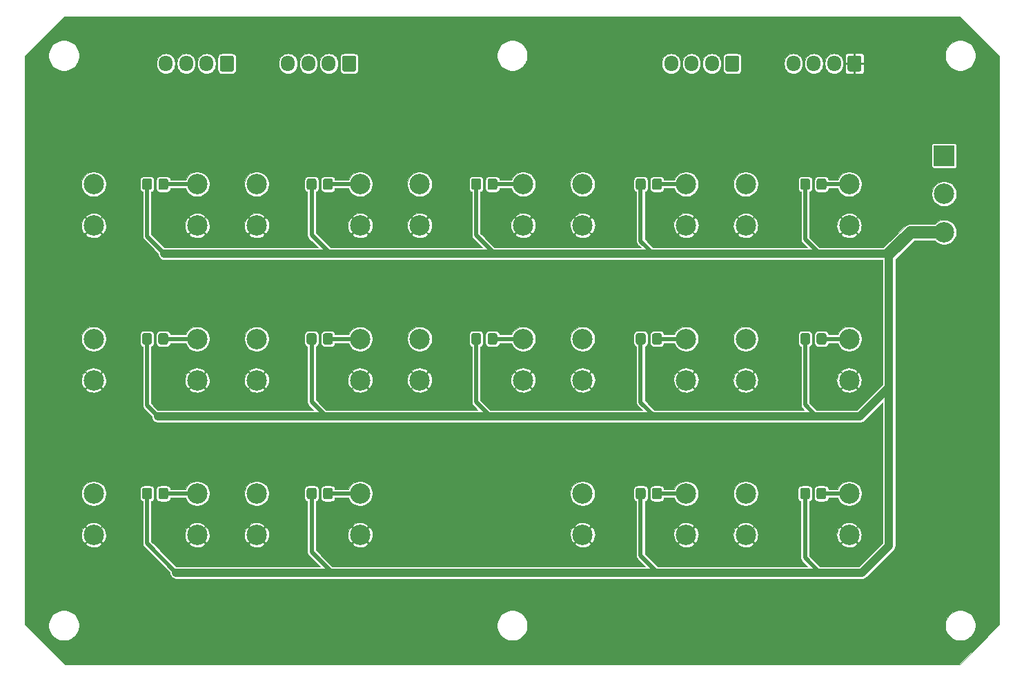
<source format=gbr>
%TF.GenerationSoftware,KiCad,Pcbnew,(5.1.8)-1*%
%TF.CreationDate,2021-11-07T18:09:00-05:00*%
%TF.ProjectId,Control_pad,436f6e74-726f-46c5-9f70-61642e6b6963,rev?*%
%TF.SameCoordinates,Original*%
%TF.FileFunction,Copper,L2,Bot*%
%TF.FilePolarity,Positive*%
%FSLAX46Y46*%
G04 Gerber Fmt 4.6, Leading zero omitted, Abs format (unit mm)*
G04 Created by KiCad (PCBNEW (5.1.8)-1) date 2021-11-07 18:09:00*
%MOMM*%
%LPD*%
G01*
G04 APERTURE LIST*
%TA.AperFunction,ComponentPad*%
%ADD10C,2.500000*%
%TD*%
%TA.AperFunction,ComponentPad*%
%ADD11R,2.500000X2.500000*%
%TD*%
%TA.AperFunction,ComponentPad*%
%ADD12O,1.700000X1.950000*%
%TD*%
%TA.AperFunction,ViaPad*%
%ADD13C,0.800000*%
%TD*%
%TA.AperFunction,Conductor*%
%ADD14C,1.500000*%
%TD*%
%TA.AperFunction,Conductor*%
%ADD15C,0.508000*%
%TD*%
%TA.AperFunction,Conductor*%
%ADD16C,1.000000*%
%TD*%
%TA.AperFunction,Conductor*%
%ADD17C,0.050800*%
%TD*%
%TA.AperFunction,Conductor*%
%ADD18C,0.100000*%
%TD*%
G04 APERTURE END LIST*
D10*
%TO.P,SW1,3*%
%TO.N,+3V3*%
X208000000Y-86710000D03*
%TO.P,SW1,2*%
%TO.N,Net-(J4-Pad2)*%
X208000000Y-82010000D03*
D11*
%TO.P,SW1,1*%
%TO.N,N/C*%
X208000000Y-77310000D03*
%TD*%
D10*
%TO.P,S14,4*%
%TO.N,GND*%
X196350000Y-123890000D03*
%TO.P,S14,2*%
%TO.N,Net-(R26-Pad1)*%
X196350000Y-118810000D03*
%TO.P,S14,3*%
%TO.N,GND*%
X183650000Y-123890000D03*
%TO.P,S14,1*%
%TO.N,N/C*%
X183650000Y-118810000D03*
%TD*%
%TO.P,S13,4*%
%TO.N,GND*%
X176350000Y-123890000D03*
%TO.P,S13,2*%
%TO.N,Net-(R25-Pad1)*%
X176350000Y-118810000D03*
%TO.P,S13,3*%
%TO.N,GND*%
X163650000Y-123890000D03*
%TO.P,S13,1*%
%TO.N,N/C*%
X163650000Y-118810000D03*
%TD*%
%TO.P,S12,4*%
%TO.N,GND*%
X136350000Y-123890000D03*
%TO.P,S12,2*%
%TO.N,Net-(R24-Pad1)*%
X136350000Y-118810000D03*
%TO.P,S12,3*%
%TO.N,GND*%
X123650000Y-123890000D03*
%TO.P,S12,1*%
%TO.N,N/C*%
X123650000Y-118810000D03*
%TD*%
%TO.P,S11,4*%
%TO.N,GND*%
X116350000Y-123890000D03*
%TO.P,S11,2*%
%TO.N,Net-(R19-Pad1)*%
X116350000Y-118810000D03*
%TO.P,S11,3*%
%TO.N,GND*%
X103650000Y-123890000D03*
%TO.P,S11,1*%
%TO.N,N/C*%
X103650000Y-118810000D03*
%TD*%
%TO.P,S10,4*%
%TO.N,GND*%
X196350000Y-104890000D03*
%TO.P,S10,2*%
%TO.N,Net-(R18-Pad1)*%
X196350000Y-99810000D03*
%TO.P,S10,3*%
%TO.N,GND*%
X183650000Y-104890000D03*
%TO.P,S10,1*%
%TO.N,N/C*%
X183650000Y-99810000D03*
%TD*%
%TO.P,S9,4*%
%TO.N,GND*%
X176350000Y-104890000D03*
%TO.P,S9,2*%
%TO.N,Net-(R17-Pad1)*%
X176350000Y-99810000D03*
%TO.P,S9,3*%
%TO.N,GND*%
X163650000Y-104890000D03*
%TO.P,S9,1*%
%TO.N,N/C*%
X163650000Y-99810000D03*
%TD*%
%TO.P,S8,4*%
%TO.N,GND*%
X156350000Y-104890000D03*
%TO.P,S8,2*%
%TO.N,Net-(R16-Pad1)*%
X156350000Y-99810000D03*
%TO.P,S8,3*%
%TO.N,GND*%
X143650000Y-104890000D03*
%TO.P,S8,1*%
%TO.N,N/C*%
X143650000Y-99810000D03*
%TD*%
%TO.P,S7,4*%
%TO.N,GND*%
X136350000Y-104890000D03*
%TO.P,S7,2*%
%TO.N,Net-(R10-Pad1)*%
X136350000Y-99810000D03*
%TO.P,S7,3*%
%TO.N,GND*%
X123650000Y-104890000D03*
%TO.P,S7,1*%
%TO.N,N/C*%
X123650000Y-99810000D03*
%TD*%
%TO.P,S6,4*%
%TO.N,GND*%
X116350000Y-104890000D03*
%TO.P,S6,2*%
%TO.N,Net-(R13-Pad2)*%
X116350000Y-99810000D03*
%TO.P,S6,3*%
%TO.N,GND*%
X103650000Y-104890000D03*
%TO.P,S6,1*%
%TO.N,N/C*%
X103650000Y-99810000D03*
%TD*%
%TO.P,S5,4*%
%TO.N,GND*%
X196350000Y-85890000D03*
%TO.P,S5,2*%
%TO.N,Net-(R12-Pad2)*%
X196350000Y-80810000D03*
%TO.P,S5,3*%
%TO.N,GND*%
X183650000Y-85890000D03*
%TO.P,S5,1*%
%TO.N,N/C*%
X183650000Y-80810000D03*
%TD*%
%TO.P,S4,4*%
%TO.N,GND*%
X176350000Y-85890000D03*
%TO.P,S4,2*%
%TO.N,Net-(R11-Pad2)*%
X176350000Y-80810000D03*
%TO.P,S4,3*%
%TO.N,GND*%
X163650000Y-85890000D03*
%TO.P,S4,1*%
%TO.N,N/C*%
X163650000Y-80810000D03*
%TD*%
%TO.P,S3,4*%
%TO.N,GND*%
X156350000Y-85890000D03*
%TO.P,S3,2*%
%TO.N,Net-(R3-Pad1)*%
X156350000Y-80810000D03*
%TO.P,S3,3*%
%TO.N,GND*%
X143650000Y-85890000D03*
%TO.P,S3,1*%
%TO.N,N/C*%
X143650000Y-80810000D03*
%TD*%
%TO.P,S2,4*%
%TO.N,GND*%
X136350000Y-85890000D03*
%TO.P,S2,2*%
%TO.N,Net-(R2-Pad1)*%
X136350000Y-80810000D03*
%TO.P,S2,3*%
%TO.N,GND*%
X123650000Y-85890000D03*
%TO.P,S2,1*%
%TO.N,N/C*%
X123650000Y-80810000D03*
%TD*%
%TO.P,S1,4*%
%TO.N,GND*%
X116350000Y-85890000D03*
%TO.P,S1,2*%
%TO.N,Net-(R1-Pad1)*%
X116350000Y-80810000D03*
%TO.P,S1,3*%
%TO.N,GND*%
X103650000Y-85890000D03*
%TO.P,S1,1*%
%TO.N,N/C*%
X103650000Y-80810000D03*
%TD*%
%TO.P,R26,2*%
%TO.N,+3V3*%
%TA.AperFunction,SMDPad,CuDef*%
G36*
G01*
X191540000Y-118359999D02*
X191540000Y-119260001D01*
G75*
G02*
X191290001Y-119510000I-249999J0D01*
G01*
X190589999Y-119510000D01*
G75*
G02*
X190340000Y-119260001I0J249999D01*
G01*
X190340000Y-118359999D01*
G75*
G02*
X190589999Y-118110000I249999J0D01*
G01*
X191290001Y-118110000D01*
G75*
G02*
X191540000Y-118359999I0J-249999D01*
G01*
G37*
%TD.AperFunction*%
%TO.P,R26,1*%
%TO.N,Net-(R26-Pad1)*%
%TA.AperFunction,SMDPad,CuDef*%
G36*
G01*
X193540000Y-118359999D02*
X193540000Y-119260001D01*
G75*
G02*
X193290001Y-119510000I-249999J0D01*
G01*
X192589999Y-119510000D01*
G75*
G02*
X192340000Y-119260001I0J249999D01*
G01*
X192340000Y-118359999D01*
G75*
G02*
X192589999Y-118110000I249999J0D01*
G01*
X193290001Y-118110000D01*
G75*
G02*
X193540000Y-118359999I0J-249999D01*
G01*
G37*
%TD.AperFunction*%
%TD*%
%TO.P,R25,2*%
%TO.N,+3V3*%
%TA.AperFunction,SMDPad,CuDef*%
G36*
G01*
X171370000Y-118359999D02*
X171370000Y-119260001D01*
G75*
G02*
X171120001Y-119510000I-249999J0D01*
G01*
X170419999Y-119510000D01*
G75*
G02*
X170170000Y-119260001I0J249999D01*
G01*
X170170000Y-118359999D01*
G75*
G02*
X170419999Y-118110000I249999J0D01*
G01*
X171120001Y-118110000D01*
G75*
G02*
X171370000Y-118359999I0J-249999D01*
G01*
G37*
%TD.AperFunction*%
%TO.P,R25,1*%
%TO.N,Net-(R25-Pad1)*%
%TA.AperFunction,SMDPad,CuDef*%
G36*
G01*
X173370000Y-118359999D02*
X173370000Y-119260001D01*
G75*
G02*
X173120001Y-119510000I-249999J0D01*
G01*
X172419999Y-119510000D01*
G75*
G02*
X172170000Y-119260001I0J249999D01*
G01*
X172170000Y-118359999D01*
G75*
G02*
X172419999Y-118110000I249999J0D01*
G01*
X173120001Y-118110000D01*
G75*
G02*
X173370000Y-118359999I0J-249999D01*
G01*
G37*
%TD.AperFunction*%
%TD*%
%TO.P,R24,2*%
%TO.N,+3V3*%
%TA.AperFunction,SMDPad,CuDef*%
G36*
G01*
X130990000Y-118359999D02*
X130990000Y-119260001D01*
G75*
G02*
X130740001Y-119510000I-249999J0D01*
G01*
X130039999Y-119510000D01*
G75*
G02*
X129790000Y-119260001I0J249999D01*
G01*
X129790000Y-118359999D01*
G75*
G02*
X130039999Y-118110000I249999J0D01*
G01*
X130740001Y-118110000D01*
G75*
G02*
X130990000Y-118359999I0J-249999D01*
G01*
G37*
%TD.AperFunction*%
%TO.P,R24,1*%
%TO.N,Net-(R24-Pad1)*%
%TA.AperFunction,SMDPad,CuDef*%
G36*
G01*
X132990000Y-118359999D02*
X132990000Y-119260001D01*
G75*
G02*
X132740001Y-119510000I-249999J0D01*
G01*
X132039999Y-119510000D01*
G75*
G02*
X131790000Y-119260001I0J249999D01*
G01*
X131790000Y-118359999D01*
G75*
G02*
X132039999Y-118110000I249999J0D01*
G01*
X132740001Y-118110000D01*
G75*
G02*
X132990000Y-118359999I0J-249999D01*
G01*
G37*
%TD.AperFunction*%
%TD*%
%TO.P,R19,2*%
%TO.N,+3V3*%
%TA.AperFunction,SMDPad,CuDef*%
G36*
G01*
X110800000Y-118359999D02*
X110800000Y-119260001D01*
G75*
G02*
X110550001Y-119510000I-249999J0D01*
G01*
X109849999Y-119510000D01*
G75*
G02*
X109600000Y-119260001I0J249999D01*
G01*
X109600000Y-118359999D01*
G75*
G02*
X109849999Y-118110000I249999J0D01*
G01*
X110550001Y-118110000D01*
G75*
G02*
X110800000Y-118359999I0J-249999D01*
G01*
G37*
%TD.AperFunction*%
%TO.P,R19,1*%
%TO.N,Net-(R19-Pad1)*%
%TA.AperFunction,SMDPad,CuDef*%
G36*
G01*
X112800000Y-118359999D02*
X112800000Y-119260001D01*
G75*
G02*
X112550001Y-119510000I-249999J0D01*
G01*
X111849999Y-119510000D01*
G75*
G02*
X111600000Y-119260001I0J249999D01*
G01*
X111600000Y-118359999D01*
G75*
G02*
X111849999Y-118110000I249999J0D01*
G01*
X112550001Y-118110000D01*
G75*
G02*
X112800000Y-118359999I0J-249999D01*
G01*
G37*
%TD.AperFunction*%
%TD*%
%TO.P,R18,2*%
%TO.N,+3V3*%
%TA.AperFunction,SMDPad,CuDef*%
G36*
G01*
X191560000Y-99359999D02*
X191560000Y-100260001D01*
G75*
G02*
X191310001Y-100510000I-249999J0D01*
G01*
X190609999Y-100510000D01*
G75*
G02*
X190360000Y-100260001I0J249999D01*
G01*
X190360000Y-99359999D01*
G75*
G02*
X190609999Y-99110000I249999J0D01*
G01*
X191310001Y-99110000D01*
G75*
G02*
X191560000Y-99359999I0J-249999D01*
G01*
G37*
%TD.AperFunction*%
%TO.P,R18,1*%
%TO.N,Net-(R18-Pad1)*%
%TA.AperFunction,SMDPad,CuDef*%
G36*
G01*
X193560000Y-99359999D02*
X193560000Y-100260001D01*
G75*
G02*
X193310001Y-100510000I-249999J0D01*
G01*
X192609999Y-100510000D01*
G75*
G02*
X192360000Y-100260001I0J249999D01*
G01*
X192360000Y-99359999D01*
G75*
G02*
X192609999Y-99110000I249999J0D01*
G01*
X193310001Y-99110000D01*
G75*
G02*
X193560000Y-99359999I0J-249999D01*
G01*
G37*
%TD.AperFunction*%
%TD*%
%TO.P,R17,2*%
%TO.N,+3V3*%
%TA.AperFunction,SMDPad,CuDef*%
G36*
G01*
X171370000Y-99359999D02*
X171370000Y-100260001D01*
G75*
G02*
X171120001Y-100510000I-249999J0D01*
G01*
X170419999Y-100510000D01*
G75*
G02*
X170170000Y-100260001I0J249999D01*
G01*
X170170000Y-99359999D01*
G75*
G02*
X170419999Y-99110000I249999J0D01*
G01*
X171120001Y-99110000D01*
G75*
G02*
X171370000Y-99359999I0J-249999D01*
G01*
G37*
%TD.AperFunction*%
%TO.P,R17,1*%
%TO.N,Net-(R17-Pad1)*%
%TA.AperFunction,SMDPad,CuDef*%
G36*
G01*
X173370000Y-99359999D02*
X173370000Y-100260001D01*
G75*
G02*
X173120001Y-100510000I-249999J0D01*
G01*
X172419999Y-100510000D01*
G75*
G02*
X172170000Y-100260001I0J249999D01*
G01*
X172170000Y-99359999D01*
G75*
G02*
X172419999Y-99110000I249999J0D01*
G01*
X173120001Y-99110000D01*
G75*
G02*
X173370000Y-99359999I0J-249999D01*
G01*
G37*
%TD.AperFunction*%
%TD*%
%TO.P,R16,2*%
%TO.N,+3V3*%
%TA.AperFunction,SMDPad,CuDef*%
G36*
G01*
X151180000Y-99359999D02*
X151180000Y-100260001D01*
G75*
G02*
X150930001Y-100510000I-249999J0D01*
G01*
X150229999Y-100510000D01*
G75*
G02*
X149980000Y-100260001I0J249999D01*
G01*
X149980000Y-99359999D01*
G75*
G02*
X150229999Y-99110000I249999J0D01*
G01*
X150930001Y-99110000D01*
G75*
G02*
X151180000Y-99359999I0J-249999D01*
G01*
G37*
%TD.AperFunction*%
%TO.P,R16,1*%
%TO.N,Net-(R16-Pad1)*%
%TA.AperFunction,SMDPad,CuDef*%
G36*
G01*
X153180000Y-99359999D02*
X153180000Y-100260001D01*
G75*
G02*
X152930001Y-100510000I-249999J0D01*
G01*
X152229999Y-100510000D01*
G75*
G02*
X151980000Y-100260001I0J249999D01*
G01*
X151980000Y-99359999D01*
G75*
G02*
X152229999Y-99110000I249999J0D01*
G01*
X152930001Y-99110000D01*
G75*
G02*
X153180000Y-99359999I0J-249999D01*
G01*
G37*
%TD.AperFunction*%
%TD*%
%TO.P,R10,2*%
%TO.N,+3V3*%
%TA.AperFunction,SMDPad,CuDef*%
G36*
G01*
X130990000Y-99359999D02*
X130990000Y-100260001D01*
G75*
G02*
X130740001Y-100510000I-249999J0D01*
G01*
X130039999Y-100510000D01*
G75*
G02*
X129790000Y-100260001I0J249999D01*
G01*
X129790000Y-99359999D01*
G75*
G02*
X130039999Y-99110000I249999J0D01*
G01*
X130740001Y-99110000D01*
G75*
G02*
X130990000Y-99359999I0J-249999D01*
G01*
G37*
%TD.AperFunction*%
%TO.P,R10,1*%
%TO.N,Net-(R10-Pad1)*%
%TA.AperFunction,SMDPad,CuDef*%
G36*
G01*
X132990000Y-99359999D02*
X132990000Y-100260001D01*
G75*
G02*
X132740001Y-100510000I-249999J0D01*
G01*
X132039999Y-100510000D01*
G75*
G02*
X131790000Y-100260001I0J249999D01*
G01*
X131790000Y-99359999D01*
G75*
G02*
X132039999Y-99110000I249999J0D01*
G01*
X132740001Y-99110000D01*
G75*
G02*
X132990000Y-99359999I0J-249999D01*
G01*
G37*
%TD.AperFunction*%
%TD*%
%TO.P,R9,2*%
%TO.N,+3V3*%
%TA.AperFunction,SMDPad,CuDef*%
G36*
G01*
X110790000Y-99359999D02*
X110790000Y-100260001D01*
G75*
G02*
X110540001Y-100510000I-249999J0D01*
G01*
X109839999Y-100510000D01*
G75*
G02*
X109590000Y-100260001I0J249999D01*
G01*
X109590000Y-99359999D01*
G75*
G02*
X109839999Y-99110000I249999J0D01*
G01*
X110540001Y-99110000D01*
G75*
G02*
X110790000Y-99359999I0J-249999D01*
G01*
G37*
%TD.AperFunction*%
%TO.P,R9,1*%
%TO.N,Net-(R13-Pad2)*%
%TA.AperFunction,SMDPad,CuDef*%
G36*
G01*
X112790000Y-99359999D02*
X112790000Y-100260001D01*
G75*
G02*
X112540001Y-100510000I-249999J0D01*
G01*
X111839999Y-100510000D01*
G75*
G02*
X111590000Y-100260001I0J249999D01*
G01*
X111590000Y-99359999D01*
G75*
G02*
X111839999Y-99110000I249999J0D01*
G01*
X112540001Y-99110000D01*
G75*
G02*
X112790000Y-99359999I0J-249999D01*
G01*
G37*
%TD.AperFunction*%
%TD*%
%TO.P,R8,2*%
%TO.N,+3V3*%
%TA.AperFunction,SMDPad,CuDef*%
G36*
G01*
X191560000Y-80359999D02*
X191560000Y-81260001D01*
G75*
G02*
X191310001Y-81510000I-249999J0D01*
G01*
X190609999Y-81510000D01*
G75*
G02*
X190360000Y-81260001I0J249999D01*
G01*
X190360000Y-80359999D01*
G75*
G02*
X190609999Y-80110000I249999J0D01*
G01*
X191310001Y-80110000D01*
G75*
G02*
X191560000Y-80359999I0J-249999D01*
G01*
G37*
%TD.AperFunction*%
%TO.P,R8,1*%
%TO.N,Net-(R12-Pad2)*%
%TA.AperFunction,SMDPad,CuDef*%
G36*
G01*
X193560000Y-80359999D02*
X193560000Y-81260001D01*
G75*
G02*
X193310001Y-81510000I-249999J0D01*
G01*
X192609999Y-81510000D01*
G75*
G02*
X192360000Y-81260001I0J249999D01*
G01*
X192360000Y-80359999D01*
G75*
G02*
X192609999Y-80110000I249999J0D01*
G01*
X193310001Y-80110000D01*
G75*
G02*
X193560000Y-80359999I0J-249999D01*
G01*
G37*
%TD.AperFunction*%
%TD*%
%TO.P,R7,2*%
%TO.N,+3V3*%
%TA.AperFunction,SMDPad,CuDef*%
G36*
G01*
X171370000Y-80359999D02*
X171370000Y-81260001D01*
G75*
G02*
X171120001Y-81510000I-249999J0D01*
G01*
X170419999Y-81510000D01*
G75*
G02*
X170170000Y-81260001I0J249999D01*
G01*
X170170000Y-80359999D01*
G75*
G02*
X170419999Y-80110000I249999J0D01*
G01*
X171120001Y-80110000D01*
G75*
G02*
X171370000Y-80359999I0J-249999D01*
G01*
G37*
%TD.AperFunction*%
%TO.P,R7,1*%
%TO.N,Net-(R11-Pad2)*%
%TA.AperFunction,SMDPad,CuDef*%
G36*
G01*
X173370000Y-80359999D02*
X173370000Y-81260001D01*
G75*
G02*
X173120001Y-81510000I-249999J0D01*
G01*
X172419999Y-81510000D01*
G75*
G02*
X172170000Y-81260001I0J249999D01*
G01*
X172170000Y-80359999D01*
G75*
G02*
X172419999Y-80110000I249999J0D01*
G01*
X173120001Y-80110000D01*
G75*
G02*
X173370000Y-80359999I0J-249999D01*
G01*
G37*
%TD.AperFunction*%
%TD*%
%TO.P,R3,2*%
%TO.N,+3V3*%
%TA.AperFunction,SMDPad,CuDef*%
G36*
G01*
X151180000Y-80359999D02*
X151180000Y-81260001D01*
G75*
G02*
X150930001Y-81510000I-249999J0D01*
G01*
X150229999Y-81510000D01*
G75*
G02*
X149980000Y-81260001I0J249999D01*
G01*
X149980000Y-80359999D01*
G75*
G02*
X150229999Y-80110000I249999J0D01*
G01*
X150930001Y-80110000D01*
G75*
G02*
X151180000Y-80359999I0J-249999D01*
G01*
G37*
%TD.AperFunction*%
%TO.P,R3,1*%
%TO.N,Net-(R3-Pad1)*%
%TA.AperFunction,SMDPad,CuDef*%
G36*
G01*
X153180000Y-80359999D02*
X153180000Y-81260001D01*
G75*
G02*
X152930001Y-81510000I-249999J0D01*
G01*
X152229999Y-81510000D01*
G75*
G02*
X151980000Y-81260001I0J249999D01*
G01*
X151980000Y-80359999D01*
G75*
G02*
X152229999Y-80110000I249999J0D01*
G01*
X152930001Y-80110000D01*
G75*
G02*
X153180000Y-80359999I0J-249999D01*
G01*
G37*
%TD.AperFunction*%
%TD*%
%TO.P,R2,2*%
%TO.N,+3V3*%
%TA.AperFunction,SMDPad,CuDef*%
G36*
G01*
X130990000Y-80359999D02*
X130990000Y-81260001D01*
G75*
G02*
X130740001Y-81510000I-249999J0D01*
G01*
X130039999Y-81510000D01*
G75*
G02*
X129790000Y-81260001I0J249999D01*
G01*
X129790000Y-80359999D01*
G75*
G02*
X130039999Y-80110000I249999J0D01*
G01*
X130740001Y-80110000D01*
G75*
G02*
X130990000Y-80359999I0J-249999D01*
G01*
G37*
%TD.AperFunction*%
%TO.P,R2,1*%
%TO.N,Net-(R2-Pad1)*%
%TA.AperFunction,SMDPad,CuDef*%
G36*
G01*
X132990000Y-80359999D02*
X132990000Y-81260001D01*
G75*
G02*
X132740001Y-81510000I-249999J0D01*
G01*
X132039999Y-81510000D01*
G75*
G02*
X131790000Y-81260001I0J249999D01*
G01*
X131790000Y-80359999D01*
G75*
G02*
X132039999Y-80110000I249999J0D01*
G01*
X132740001Y-80110000D01*
G75*
G02*
X132990000Y-80359999I0J-249999D01*
G01*
G37*
%TD.AperFunction*%
%TD*%
%TO.P,R1,2*%
%TO.N,+3V3*%
%TA.AperFunction,SMDPad,CuDef*%
G36*
G01*
X110800000Y-80359999D02*
X110800000Y-81260001D01*
G75*
G02*
X110550001Y-81510000I-249999J0D01*
G01*
X109849999Y-81510000D01*
G75*
G02*
X109600000Y-81260001I0J249999D01*
G01*
X109600000Y-80359999D01*
G75*
G02*
X109849999Y-80110000I249999J0D01*
G01*
X110550001Y-80110000D01*
G75*
G02*
X110800000Y-80359999I0J-249999D01*
G01*
G37*
%TD.AperFunction*%
%TO.P,R1,1*%
%TO.N,Net-(R1-Pad1)*%
%TA.AperFunction,SMDPad,CuDef*%
G36*
G01*
X112800000Y-80359999D02*
X112800000Y-81260001D01*
G75*
G02*
X112550001Y-81510000I-249999J0D01*
G01*
X111849999Y-81510000D01*
G75*
G02*
X111600000Y-81260001I0J249999D01*
G01*
X111600000Y-80359999D01*
G75*
G02*
X111849999Y-80110000I249999J0D01*
G01*
X112550001Y-80110000D01*
G75*
G02*
X112800000Y-80359999I0J-249999D01*
G01*
G37*
%TD.AperFunction*%
%TD*%
D12*
%TO.P,J4,4*%
%TO.N,/A1*%
X189500000Y-66000000D03*
%TO.P,J4,3*%
%TO.N,/A0*%
X192000000Y-66000000D03*
%TO.P,J4,2*%
%TO.N,Net-(J4-Pad2)*%
X194500000Y-66000000D03*
%TO.P,J4,1*%
%TO.N,GND*%
%TA.AperFunction,ComponentPad*%
G36*
G01*
X197850000Y-65275000D02*
X197850000Y-66725000D01*
G75*
G02*
X197600000Y-66975000I-250000J0D01*
G01*
X196400000Y-66975000D01*
G75*
G02*
X196150000Y-66725000I0J250000D01*
G01*
X196150000Y-65275000D01*
G75*
G02*
X196400000Y-65025000I250000J0D01*
G01*
X197600000Y-65025000D01*
G75*
G02*
X197850000Y-65275000I0J-250000D01*
G01*
G37*
%TD.AperFunction*%
%TD*%
%TO.P,J3,4*%
%TO.N,/A5*%
X174500000Y-66000000D03*
%TO.P,J3,3*%
%TO.N,/A4*%
X177000000Y-66000000D03*
%TO.P,J3,2*%
%TO.N,/A3*%
X179500000Y-66000000D03*
%TO.P,J3,1*%
%TO.N,/A2*%
%TA.AperFunction,ComponentPad*%
G36*
G01*
X182850000Y-65275000D02*
X182850000Y-66725000D01*
G75*
G02*
X182600000Y-66975000I-250000J0D01*
G01*
X181400000Y-66975000D01*
G75*
G02*
X181150000Y-66725000I0J250000D01*
G01*
X181150000Y-65275000D01*
G75*
G02*
X181400000Y-65025000I250000J0D01*
G01*
X182600000Y-65025000D01*
G75*
G02*
X182850000Y-65275000I0J-250000D01*
G01*
G37*
%TD.AperFunction*%
%TD*%
%TO.P,J2,4*%
%TO.N,/D9*%
X127500000Y-66000000D03*
%TO.P,J2,3*%
%TO.N,/D6*%
X130000000Y-66000000D03*
%TO.P,J2,2*%
%TO.N,/D5*%
X132500000Y-66000000D03*
%TO.P,J2,1*%
%TO.N,/D2*%
%TA.AperFunction,ComponentPad*%
G36*
G01*
X135850000Y-65275000D02*
X135850000Y-66725000D01*
G75*
G02*
X135600000Y-66975000I-250000J0D01*
G01*
X134400000Y-66975000D01*
G75*
G02*
X134150000Y-66725000I0J250000D01*
G01*
X134150000Y-65275000D01*
G75*
G02*
X134400000Y-65025000I250000J0D01*
G01*
X135600000Y-65025000D01*
G75*
G02*
X135850000Y-65275000I0J-250000D01*
G01*
G37*
%TD.AperFunction*%
%TD*%
%TO.P,J1,4*%
%TO.N,/D13*%
X112500000Y-66000000D03*
%TO.P,J1,3*%
%TO.N,/D12*%
X115000000Y-66000000D03*
%TO.P,J1,2*%
%TO.N,/D11*%
X117500000Y-66000000D03*
%TO.P,J1,1*%
%TO.N,/D10*%
%TA.AperFunction,ComponentPad*%
G36*
G01*
X120850000Y-65275000D02*
X120850000Y-66725000D01*
G75*
G02*
X120600000Y-66975000I-250000J0D01*
G01*
X119400000Y-66975000D01*
G75*
G02*
X119150000Y-66725000I0J250000D01*
G01*
X119150000Y-65275000D01*
G75*
G02*
X119400000Y-65025000I250000J0D01*
G01*
X120600000Y-65025000D01*
G75*
G02*
X120850000Y-65275000I0J-250000D01*
G01*
G37*
%TD.AperFunction*%
%TD*%
D13*
%TO.N,GND*%
X115370000Y-76690000D03*
X135380000Y-76640000D03*
X155380000Y-76700000D03*
X175370000Y-76640000D03*
X195390000Y-76680000D03*
X115350000Y-95970000D03*
X135370000Y-96120000D03*
X155380000Y-96070000D03*
X175390000Y-96080000D03*
X195400000Y-96200000D03*
X115370000Y-115120000D03*
X135370000Y-115250000D03*
X175390000Y-115120000D03*
X195410000Y-115200000D03*
X209480000Y-98960000D03*
%TD*%
D14*
%TO.N,+3V3*%
X208000000Y-86710000D02*
X203890000Y-86710000D01*
X203890000Y-86710000D02*
X201240000Y-89360000D01*
D15*
X110200000Y-87210000D02*
X110200000Y-80810000D01*
D16*
X132700000Y-89360000D02*
X112350000Y-89360000D01*
D15*
X112350000Y-89360000D02*
X110200000Y-87210000D01*
X130390000Y-87050000D02*
X132700000Y-89360000D01*
X130390000Y-80810000D02*
X130390000Y-87050000D01*
X150580000Y-87100000D02*
X152840000Y-89360000D01*
X150580000Y-80810000D02*
X150580000Y-87100000D01*
D16*
X152840000Y-89360000D02*
X132700000Y-89360000D01*
D15*
X170770000Y-87820000D02*
X172310000Y-89360000D01*
X170770000Y-80810000D02*
X170770000Y-87820000D01*
D16*
X172310000Y-89360000D02*
X152840000Y-89360000D01*
D15*
X190960000Y-87600000D02*
X192720000Y-89360000D01*
X190960000Y-80810000D02*
X190960000Y-87600000D01*
D16*
X192720000Y-89360000D02*
X172310000Y-89360000D01*
X201240000Y-89360000D02*
X192720000Y-89360000D01*
D15*
X110190000Y-107980000D02*
X110190000Y-99810000D01*
X111530000Y-109320000D02*
X110190000Y-107980000D01*
X190960000Y-107920000D02*
X192360000Y-109320000D01*
X190960000Y-99810000D02*
X190960000Y-107920000D01*
D16*
X197680000Y-109320000D02*
X192360000Y-109320000D01*
D15*
X170770000Y-107600000D02*
X172490000Y-109320000D01*
X170770000Y-99810000D02*
X170770000Y-107600000D01*
D16*
X192360000Y-109320000D02*
X172490000Y-109320000D01*
D15*
X150580000Y-99810000D02*
X150580000Y-107580000D01*
X150580000Y-107580000D02*
X152320000Y-109320000D01*
D16*
X172490000Y-109320000D02*
X152320000Y-109320000D01*
D15*
X130390000Y-107540000D02*
X132170000Y-109320000D01*
D16*
X132170000Y-109320000D02*
X111530000Y-109320000D01*
D15*
X130390000Y-99810000D02*
X130390000Y-107540000D01*
D16*
X152320000Y-109320000D02*
X132170000Y-109320000D01*
X201240000Y-125210000D02*
X197920000Y-128530000D01*
D15*
X110200000Y-124940000D02*
X110200000Y-118810000D01*
X113790000Y-128530000D02*
X110200000Y-124940000D01*
X130390000Y-125980000D02*
X132940000Y-128530000D01*
X130390000Y-118810000D02*
X130390000Y-125980000D01*
D16*
X132940000Y-128530000D02*
X113790000Y-128530000D01*
D15*
X170770000Y-126460000D02*
X172840000Y-128530000D01*
X170770000Y-118810000D02*
X170770000Y-126460000D01*
D16*
X172840000Y-128530000D02*
X132940000Y-128530000D01*
D15*
X190940000Y-126700000D02*
X192770000Y-128530000D01*
X190940000Y-118810000D02*
X190940000Y-126700000D01*
D16*
X192770000Y-128530000D02*
X172840000Y-128530000D01*
X197920000Y-128530000D02*
X192770000Y-128530000D01*
X201240000Y-105580000D02*
X201240000Y-125210000D01*
X201240000Y-105760000D02*
X197680000Y-109320000D01*
X201240000Y-89360000D02*
X201240000Y-105580000D01*
D15*
%TO.N,Net-(R1-Pad1)*%
X116350000Y-80810000D02*
X112200000Y-80810000D01*
%TO.N,Net-(R2-Pad1)*%
X132390000Y-80810000D02*
X136350000Y-80810000D01*
%TO.N,Net-(R3-Pad1)*%
X152580000Y-80810000D02*
X156350000Y-80810000D01*
%TO.N,Net-(R11-Pad2)*%
X172770000Y-80810000D02*
X176350000Y-80810000D01*
%TO.N,Net-(R12-Pad2)*%
X192960000Y-80810000D02*
X196350000Y-80810000D01*
%TO.N,Net-(R13-Pad2)*%
X116350000Y-99810000D02*
X112190000Y-99810000D01*
%TO.N,Net-(R10-Pad1)*%
X136350000Y-99810000D02*
X132390000Y-99810000D01*
%TO.N,Net-(R16-Pad1)*%
X156350000Y-99810000D02*
X152580000Y-99810000D01*
%TO.N,Net-(R17-Pad1)*%
X176350000Y-99810000D02*
X172770000Y-99810000D01*
%TO.N,Net-(R18-Pad1)*%
X192960000Y-99810000D02*
X196350000Y-99810000D01*
%TO.N,Net-(R19-Pad1)*%
X116350000Y-118810000D02*
X112200000Y-118810000D01*
%TO.N,Net-(R24-Pad1)*%
X136350000Y-118810000D02*
X132390000Y-118810000D01*
%TO.N,Net-(R25-Pad1)*%
X176350000Y-118810000D02*
X172770000Y-118810000D01*
%TO.N,Net-(R26-Pad1)*%
X196350000Y-118810000D02*
X192940000Y-118810000D01*
%TD*%
D17*
%TO.N,GND*%
X214797200Y-65084003D02*
X214797201Y-134915996D01*
X209915998Y-139797200D01*
X100084003Y-139797200D01*
X95202800Y-134915998D01*
X95202800Y-134814895D01*
X98120600Y-134814895D01*
X98120600Y-135185105D01*
X98192824Y-135548201D01*
X98334497Y-135890230D01*
X98540174Y-136198048D01*
X98801952Y-136459826D01*
X99109770Y-136665503D01*
X99451799Y-136807176D01*
X99814895Y-136879400D01*
X100185105Y-136879400D01*
X100548201Y-136807176D01*
X100890230Y-136665503D01*
X101198048Y-136459826D01*
X101459826Y-136198048D01*
X101665503Y-135890230D01*
X101807176Y-135548201D01*
X101879400Y-135185105D01*
X101879400Y-134814895D01*
X153120600Y-134814895D01*
X153120600Y-135185105D01*
X153192824Y-135548201D01*
X153334497Y-135890230D01*
X153540174Y-136198048D01*
X153801952Y-136459826D01*
X154109770Y-136665503D01*
X154451799Y-136807176D01*
X154814895Y-136879400D01*
X155185105Y-136879400D01*
X155548201Y-136807176D01*
X155890230Y-136665503D01*
X156198048Y-136459826D01*
X156459826Y-136198048D01*
X156665503Y-135890230D01*
X156807176Y-135548201D01*
X156879400Y-135185105D01*
X156879400Y-134814895D01*
X208120600Y-134814895D01*
X208120600Y-135185105D01*
X208192824Y-135548201D01*
X208334497Y-135890230D01*
X208540174Y-136198048D01*
X208801952Y-136459826D01*
X209109770Y-136665503D01*
X209451799Y-136807176D01*
X209814895Y-136879400D01*
X210185105Y-136879400D01*
X210548201Y-136807176D01*
X210890230Y-136665503D01*
X211198048Y-136459826D01*
X211459826Y-136198048D01*
X211665503Y-135890230D01*
X211807176Y-135548201D01*
X211879400Y-135185105D01*
X211879400Y-134814895D01*
X211807176Y-134451799D01*
X211665503Y-134109770D01*
X211459826Y-133801952D01*
X211198048Y-133540174D01*
X210890230Y-133334497D01*
X210548201Y-133192824D01*
X210185105Y-133120600D01*
X209814895Y-133120600D01*
X209451799Y-133192824D01*
X209109770Y-133334497D01*
X208801952Y-133540174D01*
X208540174Y-133801952D01*
X208334497Y-134109770D01*
X208192824Y-134451799D01*
X208120600Y-134814895D01*
X156879400Y-134814895D01*
X156807176Y-134451799D01*
X156665503Y-134109770D01*
X156459826Y-133801952D01*
X156198048Y-133540174D01*
X155890230Y-133334497D01*
X155548201Y-133192824D01*
X155185105Y-133120600D01*
X154814895Y-133120600D01*
X154451799Y-133192824D01*
X154109770Y-133334497D01*
X153801952Y-133540174D01*
X153540174Y-133801952D01*
X153334497Y-134109770D01*
X153192824Y-134451799D01*
X153120600Y-134814895D01*
X101879400Y-134814895D01*
X101807176Y-134451799D01*
X101665503Y-134109770D01*
X101459826Y-133801952D01*
X101198048Y-133540174D01*
X100890230Y-133334497D01*
X100548201Y-133192824D01*
X100185105Y-133120600D01*
X99814895Y-133120600D01*
X99451799Y-133192824D01*
X99109770Y-133334497D01*
X98801952Y-133540174D01*
X98540174Y-133801952D01*
X98334497Y-134109770D01*
X98192824Y-134451799D01*
X98120600Y-134814895D01*
X95202800Y-134814895D01*
X95202800Y-124996641D01*
X102687043Y-124996641D01*
X102830864Y-125190297D01*
X103100279Y-125325118D01*
X103390819Y-125404787D01*
X103691320Y-125426245D01*
X103990232Y-125388665D01*
X104276070Y-125293493D01*
X104469136Y-125190297D01*
X104612957Y-124996641D01*
X103650000Y-124033684D01*
X102687043Y-124996641D01*
X95202800Y-124996641D01*
X95202800Y-123931320D01*
X102113755Y-123931320D01*
X102151335Y-124230232D01*
X102246507Y-124516070D01*
X102349703Y-124709136D01*
X102543359Y-124852957D01*
X103506316Y-123890000D01*
X103793684Y-123890000D01*
X104756641Y-124852957D01*
X104950297Y-124709136D01*
X105085118Y-124439721D01*
X105164787Y-124149181D01*
X105186245Y-123848680D01*
X105148665Y-123549768D01*
X105053493Y-123263930D01*
X104950297Y-123070864D01*
X104756641Y-122927043D01*
X103793684Y-123890000D01*
X103506316Y-123890000D01*
X102543359Y-122927043D01*
X102349703Y-123070864D01*
X102214882Y-123340279D01*
X102135213Y-123630819D01*
X102113755Y-123931320D01*
X95202800Y-123931320D01*
X95202800Y-122783359D01*
X102687043Y-122783359D01*
X103650000Y-123746316D01*
X104612957Y-122783359D01*
X104469136Y-122589703D01*
X104199721Y-122454882D01*
X103909181Y-122375213D01*
X103608680Y-122353755D01*
X103309768Y-122391335D01*
X103023930Y-122486507D01*
X102830864Y-122589703D01*
X102687043Y-122783359D01*
X95202800Y-122783359D01*
X95202800Y-118659367D01*
X102120600Y-118659367D01*
X102120600Y-118960633D01*
X102179374Y-119256109D01*
X102294663Y-119534443D01*
X102462038Y-119784936D01*
X102675064Y-119997962D01*
X102925557Y-120165337D01*
X103203891Y-120280626D01*
X103499367Y-120339400D01*
X103800633Y-120339400D01*
X104096109Y-120280626D01*
X104374443Y-120165337D01*
X104624936Y-119997962D01*
X104837962Y-119784936D01*
X105005337Y-119534443D01*
X105120626Y-119256109D01*
X105179400Y-118960633D01*
X105179400Y-118659367D01*
X105120626Y-118363891D01*
X105005337Y-118085557D01*
X104837962Y-117835064D01*
X104624936Y-117622038D01*
X104374443Y-117454663D01*
X104096109Y-117339374D01*
X103800633Y-117280600D01*
X103499367Y-117280600D01*
X103203891Y-117339374D01*
X102925557Y-117454663D01*
X102675064Y-117622038D01*
X102462038Y-117835064D01*
X102294663Y-118085557D01*
X102179374Y-118363891D01*
X102120600Y-118659367D01*
X95202800Y-118659367D01*
X95202800Y-105996641D01*
X102687043Y-105996641D01*
X102830864Y-106190297D01*
X103100279Y-106325118D01*
X103390819Y-106404787D01*
X103691320Y-106426245D01*
X103990232Y-106388665D01*
X104276070Y-106293493D01*
X104469136Y-106190297D01*
X104612957Y-105996641D01*
X103650000Y-105033684D01*
X102687043Y-105996641D01*
X95202800Y-105996641D01*
X95202800Y-104931320D01*
X102113755Y-104931320D01*
X102151335Y-105230232D01*
X102246507Y-105516070D01*
X102349703Y-105709136D01*
X102543359Y-105852957D01*
X103506316Y-104890000D01*
X103793684Y-104890000D01*
X104756641Y-105852957D01*
X104950297Y-105709136D01*
X105085118Y-105439721D01*
X105164787Y-105149181D01*
X105186245Y-104848680D01*
X105148665Y-104549768D01*
X105053493Y-104263930D01*
X104950297Y-104070864D01*
X104756641Y-103927043D01*
X103793684Y-104890000D01*
X103506316Y-104890000D01*
X102543359Y-103927043D01*
X102349703Y-104070864D01*
X102214882Y-104340279D01*
X102135213Y-104630819D01*
X102113755Y-104931320D01*
X95202800Y-104931320D01*
X95202800Y-103783359D01*
X102687043Y-103783359D01*
X103650000Y-104746316D01*
X104612957Y-103783359D01*
X104469136Y-103589703D01*
X104199721Y-103454882D01*
X103909181Y-103375213D01*
X103608680Y-103353755D01*
X103309768Y-103391335D01*
X103023930Y-103486507D01*
X102830864Y-103589703D01*
X102687043Y-103783359D01*
X95202800Y-103783359D01*
X95202800Y-99659367D01*
X102120600Y-99659367D01*
X102120600Y-99960633D01*
X102179374Y-100256109D01*
X102294663Y-100534443D01*
X102462038Y-100784936D01*
X102675064Y-100997962D01*
X102925557Y-101165337D01*
X103203891Y-101280626D01*
X103499367Y-101339400D01*
X103800633Y-101339400D01*
X104096109Y-101280626D01*
X104374443Y-101165337D01*
X104624936Y-100997962D01*
X104837962Y-100784936D01*
X105005337Y-100534443D01*
X105120626Y-100256109D01*
X105179400Y-99960633D01*
X105179400Y-99659367D01*
X105120626Y-99363891D01*
X105119014Y-99359999D01*
X109309249Y-99359999D01*
X109309249Y-100260001D01*
X109319447Y-100363545D01*
X109349650Y-100463110D01*
X109398697Y-100554870D01*
X109464702Y-100635298D01*
X109545130Y-100701303D01*
X109636890Y-100750350D01*
X109656601Y-100756329D01*
X109656600Y-107953813D01*
X109654021Y-107980000D01*
X109656600Y-108006187D01*
X109656600Y-108006194D01*
X109664319Y-108084564D01*
X109694819Y-108185110D01*
X109744349Y-108277775D01*
X109811005Y-108358995D01*
X109831354Y-108375695D01*
X110749414Y-109293755D01*
X110746829Y-109320000D01*
X110761877Y-109472789D01*
X110806444Y-109619707D01*
X110878817Y-109755106D01*
X110976214Y-109873786D01*
X111094894Y-109971183D01*
X111230293Y-110043556D01*
X111377211Y-110088123D01*
X111491711Y-110099400D01*
X197641714Y-110099400D01*
X197680000Y-110103171D01*
X197718286Y-110099400D01*
X197718289Y-110099400D01*
X197832789Y-110088123D01*
X197979707Y-110043556D01*
X198115106Y-109971183D01*
X198233786Y-109873786D01*
X198258200Y-109844037D01*
X200460600Y-107641638D01*
X200460601Y-124887161D01*
X197597163Y-127750600D01*
X192744941Y-127750600D01*
X191473400Y-126479059D01*
X191473400Y-124996641D01*
X195387043Y-124996641D01*
X195530864Y-125190297D01*
X195800279Y-125325118D01*
X196090819Y-125404787D01*
X196391320Y-125426245D01*
X196690232Y-125388665D01*
X196976070Y-125293493D01*
X197169136Y-125190297D01*
X197312957Y-124996641D01*
X196350000Y-124033684D01*
X195387043Y-124996641D01*
X191473400Y-124996641D01*
X191473400Y-123931320D01*
X194813755Y-123931320D01*
X194851335Y-124230232D01*
X194946507Y-124516070D01*
X195049703Y-124709136D01*
X195243359Y-124852957D01*
X196206316Y-123890000D01*
X196493684Y-123890000D01*
X197456641Y-124852957D01*
X197650297Y-124709136D01*
X197785118Y-124439721D01*
X197864787Y-124149181D01*
X197886245Y-123848680D01*
X197848665Y-123549768D01*
X197753493Y-123263930D01*
X197650297Y-123070864D01*
X197456641Y-122927043D01*
X196493684Y-123890000D01*
X196206316Y-123890000D01*
X195243359Y-122927043D01*
X195049703Y-123070864D01*
X194914882Y-123340279D01*
X194835213Y-123630819D01*
X194813755Y-123931320D01*
X191473400Y-123931320D01*
X191473400Y-122783359D01*
X195387043Y-122783359D01*
X196350000Y-123746316D01*
X197312957Y-122783359D01*
X197169136Y-122589703D01*
X196899721Y-122454882D01*
X196609181Y-122375213D01*
X196308680Y-122353755D01*
X196009768Y-122391335D01*
X195723930Y-122486507D01*
X195530864Y-122589703D01*
X195387043Y-122783359D01*
X191473400Y-122783359D01*
X191473400Y-119756329D01*
X191493110Y-119750350D01*
X191584870Y-119701303D01*
X191665298Y-119635298D01*
X191731303Y-119554870D01*
X191780350Y-119463110D01*
X191810553Y-119363545D01*
X191820751Y-119260001D01*
X191820751Y-118359999D01*
X192059249Y-118359999D01*
X192059249Y-119260001D01*
X192069447Y-119363545D01*
X192099650Y-119463110D01*
X192148697Y-119554870D01*
X192214702Y-119635298D01*
X192295130Y-119701303D01*
X192386890Y-119750350D01*
X192486455Y-119780553D01*
X192589999Y-119790751D01*
X193290001Y-119790751D01*
X193393545Y-119780553D01*
X193493110Y-119750350D01*
X193584870Y-119701303D01*
X193665298Y-119635298D01*
X193731303Y-119554870D01*
X193780350Y-119463110D01*
X193810553Y-119363545D01*
X193812537Y-119343400D01*
X194915531Y-119343400D01*
X194994663Y-119534443D01*
X195162038Y-119784936D01*
X195375064Y-119997962D01*
X195625557Y-120165337D01*
X195903891Y-120280626D01*
X196199367Y-120339400D01*
X196500633Y-120339400D01*
X196796109Y-120280626D01*
X197074443Y-120165337D01*
X197324936Y-119997962D01*
X197537962Y-119784936D01*
X197705337Y-119534443D01*
X197820626Y-119256109D01*
X197879400Y-118960633D01*
X197879400Y-118659367D01*
X197820626Y-118363891D01*
X197705337Y-118085557D01*
X197537962Y-117835064D01*
X197324936Y-117622038D01*
X197074443Y-117454663D01*
X196796109Y-117339374D01*
X196500633Y-117280600D01*
X196199367Y-117280600D01*
X195903891Y-117339374D01*
X195625557Y-117454663D01*
X195375064Y-117622038D01*
X195162038Y-117835064D01*
X194994663Y-118085557D01*
X194915531Y-118276600D01*
X193812537Y-118276600D01*
X193810553Y-118256455D01*
X193780350Y-118156890D01*
X193731303Y-118065130D01*
X193665298Y-117984702D01*
X193584870Y-117918697D01*
X193493110Y-117869650D01*
X193393545Y-117839447D01*
X193290001Y-117829249D01*
X192589999Y-117829249D01*
X192486455Y-117839447D01*
X192386890Y-117869650D01*
X192295130Y-117918697D01*
X192214702Y-117984702D01*
X192148697Y-118065130D01*
X192099650Y-118156890D01*
X192069447Y-118256455D01*
X192059249Y-118359999D01*
X191820751Y-118359999D01*
X191810553Y-118256455D01*
X191780350Y-118156890D01*
X191731303Y-118065130D01*
X191665298Y-117984702D01*
X191584870Y-117918697D01*
X191493110Y-117869650D01*
X191393545Y-117839447D01*
X191290001Y-117829249D01*
X190589999Y-117829249D01*
X190486455Y-117839447D01*
X190386890Y-117869650D01*
X190295130Y-117918697D01*
X190214702Y-117984702D01*
X190148697Y-118065130D01*
X190099650Y-118156890D01*
X190069447Y-118256455D01*
X190059249Y-118359999D01*
X190059249Y-119260001D01*
X190069447Y-119363545D01*
X190099650Y-119463110D01*
X190148697Y-119554870D01*
X190214702Y-119635298D01*
X190295130Y-119701303D01*
X190386890Y-119750350D01*
X190406600Y-119756329D01*
X190406601Y-126673803D01*
X190404021Y-126700000D01*
X190414319Y-126804564D01*
X190444819Y-126905110D01*
X190471583Y-126955181D01*
X190494350Y-126997775D01*
X190521674Y-127031069D01*
X190544307Y-127058648D01*
X190544310Y-127058651D01*
X190561006Y-127078995D01*
X190581350Y-127095691D01*
X191236259Y-127750600D01*
X172814942Y-127750600D01*
X171303400Y-126239059D01*
X171303400Y-124996641D01*
X175387043Y-124996641D01*
X175530864Y-125190297D01*
X175800279Y-125325118D01*
X176090819Y-125404787D01*
X176391320Y-125426245D01*
X176690232Y-125388665D01*
X176976070Y-125293493D01*
X177169136Y-125190297D01*
X177312957Y-124996641D01*
X182687043Y-124996641D01*
X182830864Y-125190297D01*
X183100279Y-125325118D01*
X183390819Y-125404787D01*
X183691320Y-125426245D01*
X183990232Y-125388665D01*
X184276070Y-125293493D01*
X184469136Y-125190297D01*
X184612957Y-124996641D01*
X183650000Y-124033684D01*
X182687043Y-124996641D01*
X177312957Y-124996641D01*
X176350000Y-124033684D01*
X175387043Y-124996641D01*
X171303400Y-124996641D01*
X171303400Y-123931320D01*
X174813755Y-123931320D01*
X174851335Y-124230232D01*
X174946507Y-124516070D01*
X175049703Y-124709136D01*
X175243359Y-124852957D01*
X176206316Y-123890000D01*
X176493684Y-123890000D01*
X177456641Y-124852957D01*
X177650297Y-124709136D01*
X177785118Y-124439721D01*
X177864787Y-124149181D01*
X177880343Y-123931320D01*
X182113755Y-123931320D01*
X182151335Y-124230232D01*
X182246507Y-124516070D01*
X182349703Y-124709136D01*
X182543359Y-124852957D01*
X183506316Y-123890000D01*
X183793684Y-123890000D01*
X184756641Y-124852957D01*
X184950297Y-124709136D01*
X185085118Y-124439721D01*
X185164787Y-124149181D01*
X185186245Y-123848680D01*
X185148665Y-123549768D01*
X185053493Y-123263930D01*
X184950297Y-123070864D01*
X184756641Y-122927043D01*
X183793684Y-123890000D01*
X183506316Y-123890000D01*
X182543359Y-122927043D01*
X182349703Y-123070864D01*
X182214882Y-123340279D01*
X182135213Y-123630819D01*
X182113755Y-123931320D01*
X177880343Y-123931320D01*
X177886245Y-123848680D01*
X177848665Y-123549768D01*
X177753493Y-123263930D01*
X177650297Y-123070864D01*
X177456641Y-122927043D01*
X176493684Y-123890000D01*
X176206316Y-123890000D01*
X175243359Y-122927043D01*
X175049703Y-123070864D01*
X174914882Y-123340279D01*
X174835213Y-123630819D01*
X174813755Y-123931320D01*
X171303400Y-123931320D01*
X171303400Y-122783359D01*
X175387043Y-122783359D01*
X176350000Y-123746316D01*
X177312957Y-122783359D01*
X182687043Y-122783359D01*
X183650000Y-123746316D01*
X184612957Y-122783359D01*
X184469136Y-122589703D01*
X184199721Y-122454882D01*
X183909181Y-122375213D01*
X183608680Y-122353755D01*
X183309768Y-122391335D01*
X183023930Y-122486507D01*
X182830864Y-122589703D01*
X182687043Y-122783359D01*
X177312957Y-122783359D01*
X177169136Y-122589703D01*
X176899721Y-122454882D01*
X176609181Y-122375213D01*
X176308680Y-122353755D01*
X176009768Y-122391335D01*
X175723930Y-122486507D01*
X175530864Y-122589703D01*
X175387043Y-122783359D01*
X171303400Y-122783359D01*
X171303400Y-119756329D01*
X171323110Y-119750350D01*
X171414870Y-119701303D01*
X171495298Y-119635298D01*
X171561303Y-119554870D01*
X171610350Y-119463110D01*
X171640553Y-119363545D01*
X171650751Y-119260001D01*
X171650751Y-118359999D01*
X171889249Y-118359999D01*
X171889249Y-119260001D01*
X171899447Y-119363545D01*
X171929650Y-119463110D01*
X171978697Y-119554870D01*
X172044702Y-119635298D01*
X172125130Y-119701303D01*
X172216890Y-119750350D01*
X172316455Y-119780553D01*
X172419999Y-119790751D01*
X173120001Y-119790751D01*
X173223545Y-119780553D01*
X173323110Y-119750350D01*
X173414870Y-119701303D01*
X173495298Y-119635298D01*
X173561303Y-119554870D01*
X173610350Y-119463110D01*
X173640553Y-119363545D01*
X173642537Y-119343400D01*
X174915531Y-119343400D01*
X174994663Y-119534443D01*
X175162038Y-119784936D01*
X175375064Y-119997962D01*
X175625557Y-120165337D01*
X175903891Y-120280626D01*
X176199367Y-120339400D01*
X176500633Y-120339400D01*
X176796109Y-120280626D01*
X177074443Y-120165337D01*
X177324936Y-119997962D01*
X177537962Y-119784936D01*
X177705337Y-119534443D01*
X177820626Y-119256109D01*
X177879400Y-118960633D01*
X177879400Y-118659367D01*
X182120600Y-118659367D01*
X182120600Y-118960633D01*
X182179374Y-119256109D01*
X182294663Y-119534443D01*
X182462038Y-119784936D01*
X182675064Y-119997962D01*
X182925557Y-120165337D01*
X183203891Y-120280626D01*
X183499367Y-120339400D01*
X183800633Y-120339400D01*
X184096109Y-120280626D01*
X184374443Y-120165337D01*
X184624936Y-119997962D01*
X184837962Y-119784936D01*
X185005337Y-119534443D01*
X185120626Y-119256109D01*
X185179400Y-118960633D01*
X185179400Y-118659367D01*
X185120626Y-118363891D01*
X185005337Y-118085557D01*
X184837962Y-117835064D01*
X184624936Y-117622038D01*
X184374443Y-117454663D01*
X184096109Y-117339374D01*
X183800633Y-117280600D01*
X183499367Y-117280600D01*
X183203891Y-117339374D01*
X182925557Y-117454663D01*
X182675064Y-117622038D01*
X182462038Y-117835064D01*
X182294663Y-118085557D01*
X182179374Y-118363891D01*
X182120600Y-118659367D01*
X177879400Y-118659367D01*
X177820626Y-118363891D01*
X177705337Y-118085557D01*
X177537962Y-117835064D01*
X177324936Y-117622038D01*
X177074443Y-117454663D01*
X176796109Y-117339374D01*
X176500633Y-117280600D01*
X176199367Y-117280600D01*
X175903891Y-117339374D01*
X175625557Y-117454663D01*
X175375064Y-117622038D01*
X175162038Y-117835064D01*
X174994663Y-118085557D01*
X174915531Y-118276600D01*
X173642537Y-118276600D01*
X173640553Y-118256455D01*
X173610350Y-118156890D01*
X173561303Y-118065130D01*
X173495298Y-117984702D01*
X173414870Y-117918697D01*
X173323110Y-117869650D01*
X173223545Y-117839447D01*
X173120001Y-117829249D01*
X172419999Y-117829249D01*
X172316455Y-117839447D01*
X172216890Y-117869650D01*
X172125130Y-117918697D01*
X172044702Y-117984702D01*
X171978697Y-118065130D01*
X171929650Y-118156890D01*
X171899447Y-118256455D01*
X171889249Y-118359999D01*
X171650751Y-118359999D01*
X171640553Y-118256455D01*
X171610350Y-118156890D01*
X171561303Y-118065130D01*
X171495298Y-117984702D01*
X171414870Y-117918697D01*
X171323110Y-117869650D01*
X171223545Y-117839447D01*
X171120001Y-117829249D01*
X170419999Y-117829249D01*
X170316455Y-117839447D01*
X170216890Y-117869650D01*
X170125130Y-117918697D01*
X170044702Y-117984702D01*
X169978697Y-118065130D01*
X169929650Y-118156890D01*
X169899447Y-118256455D01*
X169889249Y-118359999D01*
X169889249Y-119260001D01*
X169899447Y-119363545D01*
X169929650Y-119463110D01*
X169978697Y-119554870D01*
X170044702Y-119635298D01*
X170125130Y-119701303D01*
X170216890Y-119750350D01*
X170236600Y-119756329D01*
X170236601Y-126433803D01*
X170234021Y-126460000D01*
X170244319Y-126564564D01*
X170274819Y-126665110D01*
X170307470Y-126726195D01*
X170324350Y-126757775D01*
X170351674Y-126791069D01*
X170374307Y-126818648D01*
X170374310Y-126818651D01*
X170391006Y-126838995D01*
X170411350Y-126855691D01*
X171306259Y-127750600D01*
X132914941Y-127750600D01*
X130923400Y-125759059D01*
X130923400Y-124996641D01*
X135387043Y-124996641D01*
X135530864Y-125190297D01*
X135800279Y-125325118D01*
X136090819Y-125404787D01*
X136391320Y-125426245D01*
X136690232Y-125388665D01*
X136976070Y-125293493D01*
X137169136Y-125190297D01*
X137312957Y-124996641D01*
X162687043Y-124996641D01*
X162830864Y-125190297D01*
X163100279Y-125325118D01*
X163390819Y-125404787D01*
X163691320Y-125426245D01*
X163990232Y-125388665D01*
X164276070Y-125293493D01*
X164469136Y-125190297D01*
X164612957Y-124996641D01*
X163650000Y-124033684D01*
X162687043Y-124996641D01*
X137312957Y-124996641D01*
X136350000Y-124033684D01*
X135387043Y-124996641D01*
X130923400Y-124996641D01*
X130923400Y-123931320D01*
X134813755Y-123931320D01*
X134851335Y-124230232D01*
X134946507Y-124516070D01*
X135049703Y-124709136D01*
X135243359Y-124852957D01*
X136206316Y-123890000D01*
X136493684Y-123890000D01*
X137456641Y-124852957D01*
X137650297Y-124709136D01*
X137785118Y-124439721D01*
X137864787Y-124149181D01*
X137880343Y-123931320D01*
X162113755Y-123931320D01*
X162151335Y-124230232D01*
X162246507Y-124516070D01*
X162349703Y-124709136D01*
X162543359Y-124852957D01*
X163506316Y-123890000D01*
X163793684Y-123890000D01*
X164756641Y-124852957D01*
X164950297Y-124709136D01*
X165085118Y-124439721D01*
X165164787Y-124149181D01*
X165186245Y-123848680D01*
X165148665Y-123549768D01*
X165053493Y-123263930D01*
X164950297Y-123070864D01*
X164756641Y-122927043D01*
X163793684Y-123890000D01*
X163506316Y-123890000D01*
X162543359Y-122927043D01*
X162349703Y-123070864D01*
X162214882Y-123340279D01*
X162135213Y-123630819D01*
X162113755Y-123931320D01*
X137880343Y-123931320D01*
X137886245Y-123848680D01*
X137848665Y-123549768D01*
X137753493Y-123263930D01*
X137650297Y-123070864D01*
X137456641Y-122927043D01*
X136493684Y-123890000D01*
X136206316Y-123890000D01*
X135243359Y-122927043D01*
X135049703Y-123070864D01*
X134914882Y-123340279D01*
X134835213Y-123630819D01*
X134813755Y-123931320D01*
X130923400Y-123931320D01*
X130923400Y-122783359D01*
X135387043Y-122783359D01*
X136350000Y-123746316D01*
X137312957Y-122783359D01*
X162687043Y-122783359D01*
X163650000Y-123746316D01*
X164612957Y-122783359D01*
X164469136Y-122589703D01*
X164199721Y-122454882D01*
X163909181Y-122375213D01*
X163608680Y-122353755D01*
X163309768Y-122391335D01*
X163023930Y-122486507D01*
X162830864Y-122589703D01*
X162687043Y-122783359D01*
X137312957Y-122783359D01*
X137169136Y-122589703D01*
X136899721Y-122454882D01*
X136609181Y-122375213D01*
X136308680Y-122353755D01*
X136009768Y-122391335D01*
X135723930Y-122486507D01*
X135530864Y-122589703D01*
X135387043Y-122783359D01*
X130923400Y-122783359D01*
X130923400Y-119756329D01*
X130943110Y-119750350D01*
X131034870Y-119701303D01*
X131115298Y-119635298D01*
X131181303Y-119554870D01*
X131230350Y-119463110D01*
X131260553Y-119363545D01*
X131270751Y-119260001D01*
X131270751Y-118359999D01*
X131509249Y-118359999D01*
X131509249Y-119260001D01*
X131519447Y-119363545D01*
X131549650Y-119463110D01*
X131598697Y-119554870D01*
X131664702Y-119635298D01*
X131745130Y-119701303D01*
X131836890Y-119750350D01*
X131936455Y-119780553D01*
X132039999Y-119790751D01*
X132740001Y-119790751D01*
X132843545Y-119780553D01*
X132943110Y-119750350D01*
X133034870Y-119701303D01*
X133115298Y-119635298D01*
X133181303Y-119554870D01*
X133230350Y-119463110D01*
X133260553Y-119363545D01*
X133262537Y-119343400D01*
X134915531Y-119343400D01*
X134994663Y-119534443D01*
X135162038Y-119784936D01*
X135375064Y-119997962D01*
X135625557Y-120165337D01*
X135903891Y-120280626D01*
X136199367Y-120339400D01*
X136500633Y-120339400D01*
X136796109Y-120280626D01*
X137074443Y-120165337D01*
X137324936Y-119997962D01*
X137537962Y-119784936D01*
X137705337Y-119534443D01*
X137820626Y-119256109D01*
X137879400Y-118960633D01*
X137879400Y-118659367D01*
X162120600Y-118659367D01*
X162120600Y-118960633D01*
X162179374Y-119256109D01*
X162294663Y-119534443D01*
X162462038Y-119784936D01*
X162675064Y-119997962D01*
X162925557Y-120165337D01*
X163203891Y-120280626D01*
X163499367Y-120339400D01*
X163800633Y-120339400D01*
X164096109Y-120280626D01*
X164374443Y-120165337D01*
X164624936Y-119997962D01*
X164837962Y-119784936D01*
X165005337Y-119534443D01*
X165120626Y-119256109D01*
X165179400Y-118960633D01*
X165179400Y-118659367D01*
X165120626Y-118363891D01*
X165005337Y-118085557D01*
X164837962Y-117835064D01*
X164624936Y-117622038D01*
X164374443Y-117454663D01*
X164096109Y-117339374D01*
X163800633Y-117280600D01*
X163499367Y-117280600D01*
X163203891Y-117339374D01*
X162925557Y-117454663D01*
X162675064Y-117622038D01*
X162462038Y-117835064D01*
X162294663Y-118085557D01*
X162179374Y-118363891D01*
X162120600Y-118659367D01*
X137879400Y-118659367D01*
X137820626Y-118363891D01*
X137705337Y-118085557D01*
X137537962Y-117835064D01*
X137324936Y-117622038D01*
X137074443Y-117454663D01*
X136796109Y-117339374D01*
X136500633Y-117280600D01*
X136199367Y-117280600D01*
X135903891Y-117339374D01*
X135625557Y-117454663D01*
X135375064Y-117622038D01*
X135162038Y-117835064D01*
X134994663Y-118085557D01*
X134915531Y-118276600D01*
X133262537Y-118276600D01*
X133260553Y-118256455D01*
X133230350Y-118156890D01*
X133181303Y-118065130D01*
X133115298Y-117984702D01*
X133034870Y-117918697D01*
X132943110Y-117869650D01*
X132843545Y-117839447D01*
X132740001Y-117829249D01*
X132039999Y-117829249D01*
X131936455Y-117839447D01*
X131836890Y-117869650D01*
X131745130Y-117918697D01*
X131664702Y-117984702D01*
X131598697Y-118065130D01*
X131549650Y-118156890D01*
X131519447Y-118256455D01*
X131509249Y-118359999D01*
X131270751Y-118359999D01*
X131260553Y-118256455D01*
X131230350Y-118156890D01*
X131181303Y-118065130D01*
X131115298Y-117984702D01*
X131034870Y-117918697D01*
X130943110Y-117869650D01*
X130843545Y-117839447D01*
X130740001Y-117829249D01*
X130039999Y-117829249D01*
X129936455Y-117839447D01*
X129836890Y-117869650D01*
X129745130Y-117918697D01*
X129664702Y-117984702D01*
X129598697Y-118065130D01*
X129549650Y-118156890D01*
X129519447Y-118256455D01*
X129509249Y-118359999D01*
X129509249Y-119260001D01*
X129519447Y-119363545D01*
X129549650Y-119463110D01*
X129598697Y-119554870D01*
X129664702Y-119635298D01*
X129745130Y-119701303D01*
X129836890Y-119750350D01*
X129856600Y-119756329D01*
X129856601Y-125953803D01*
X129854021Y-125980000D01*
X129864319Y-126084564D01*
X129894819Y-126185110D01*
X129932118Y-126254890D01*
X129944350Y-126277775D01*
X129971674Y-126311069D01*
X129994307Y-126338648D01*
X129994310Y-126338651D01*
X130011006Y-126358995D01*
X130031350Y-126375691D01*
X131406259Y-127750600D01*
X113764941Y-127750600D01*
X111010982Y-124996641D01*
X115387043Y-124996641D01*
X115530864Y-125190297D01*
X115800279Y-125325118D01*
X116090819Y-125404787D01*
X116391320Y-125426245D01*
X116690232Y-125388665D01*
X116976070Y-125293493D01*
X117169136Y-125190297D01*
X117312957Y-124996641D01*
X122687043Y-124996641D01*
X122830864Y-125190297D01*
X123100279Y-125325118D01*
X123390819Y-125404787D01*
X123691320Y-125426245D01*
X123990232Y-125388665D01*
X124276070Y-125293493D01*
X124469136Y-125190297D01*
X124612957Y-124996641D01*
X123650000Y-124033684D01*
X122687043Y-124996641D01*
X117312957Y-124996641D01*
X116350000Y-124033684D01*
X115387043Y-124996641D01*
X111010982Y-124996641D01*
X110733400Y-124719059D01*
X110733400Y-123931320D01*
X114813755Y-123931320D01*
X114851335Y-124230232D01*
X114946507Y-124516070D01*
X115049703Y-124709136D01*
X115243359Y-124852957D01*
X116206316Y-123890000D01*
X116493684Y-123890000D01*
X117456641Y-124852957D01*
X117650297Y-124709136D01*
X117785118Y-124439721D01*
X117864787Y-124149181D01*
X117880343Y-123931320D01*
X122113755Y-123931320D01*
X122151335Y-124230232D01*
X122246507Y-124516070D01*
X122349703Y-124709136D01*
X122543359Y-124852957D01*
X123506316Y-123890000D01*
X123793684Y-123890000D01*
X124756641Y-124852957D01*
X124950297Y-124709136D01*
X125085118Y-124439721D01*
X125164787Y-124149181D01*
X125186245Y-123848680D01*
X125148665Y-123549768D01*
X125053493Y-123263930D01*
X124950297Y-123070864D01*
X124756641Y-122927043D01*
X123793684Y-123890000D01*
X123506316Y-123890000D01*
X122543359Y-122927043D01*
X122349703Y-123070864D01*
X122214882Y-123340279D01*
X122135213Y-123630819D01*
X122113755Y-123931320D01*
X117880343Y-123931320D01*
X117886245Y-123848680D01*
X117848665Y-123549768D01*
X117753493Y-123263930D01*
X117650297Y-123070864D01*
X117456641Y-122927043D01*
X116493684Y-123890000D01*
X116206316Y-123890000D01*
X115243359Y-122927043D01*
X115049703Y-123070864D01*
X114914882Y-123340279D01*
X114835213Y-123630819D01*
X114813755Y-123931320D01*
X110733400Y-123931320D01*
X110733400Y-122783359D01*
X115387043Y-122783359D01*
X116350000Y-123746316D01*
X117312957Y-122783359D01*
X122687043Y-122783359D01*
X123650000Y-123746316D01*
X124612957Y-122783359D01*
X124469136Y-122589703D01*
X124199721Y-122454882D01*
X123909181Y-122375213D01*
X123608680Y-122353755D01*
X123309768Y-122391335D01*
X123023930Y-122486507D01*
X122830864Y-122589703D01*
X122687043Y-122783359D01*
X117312957Y-122783359D01*
X117169136Y-122589703D01*
X116899721Y-122454882D01*
X116609181Y-122375213D01*
X116308680Y-122353755D01*
X116009768Y-122391335D01*
X115723930Y-122486507D01*
X115530864Y-122589703D01*
X115387043Y-122783359D01*
X110733400Y-122783359D01*
X110733400Y-119756329D01*
X110753110Y-119750350D01*
X110844870Y-119701303D01*
X110925298Y-119635298D01*
X110991303Y-119554870D01*
X111040350Y-119463110D01*
X111070553Y-119363545D01*
X111080751Y-119260001D01*
X111080751Y-118359999D01*
X111319249Y-118359999D01*
X111319249Y-119260001D01*
X111329447Y-119363545D01*
X111359650Y-119463110D01*
X111408697Y-119554870D01*
X111474702Y-119635298D01*
X111555130Y-119701303D01*
X111646890Y-119750350D01*
X111746455Y-119780553D01*
X111849999Y-119790751D01*
X112550001Y-119790751D01*
X112653545Y-119780553D01*
X112753110Y-119750350D01*
X112844870Y-119701303D01*
X112925298Y-119635298D01*
X112991303Y-119554870D01*
X113040350Y-119463110D01*
X113070553Y-119363545D01*
X113072537Y-119343400D01*
X114915531Y-119343400D01*
X114994663Y-119534443D01*
X115162038Y-119784936D01*
X115375064Y-119997962D01*
X115625557Y-120165337D01*
X115903891Y-120280626D01*
X116199367Y-120339400D01*
X116500633Y-120339400D01*
X116796109Y-120280626D01*
X117074443Y-120165337D01*
X117324936Y-119997962D01*
X117537962Y-119784936D01*
X117705337Y-119534443D01*
X117820626Y-119256109D01*
X117879400Y-118960633D01*
X117879400Y-118659367D01*
X122120600Y-118659367D01*
X122120600Y-118960633D01*
X122179374Y-119256109D01*
X122294663Y-119534443D01*
X122462038Y-119784936D01*
X122675064Y-119997962D01*
X122925557Y-120165337D01*
X123203891Y-120280626D01*
X123499367Y-120339400D01*
X123800633Y-120339400D01*
X124096109Y-120280626D01*
X124374443Y-120165337D01*
X124624936Y-119997962D01*
X124837962Y-119784936D01*
X125005337Y-119534443D01*
X125120626Y-119256109D01*
X125179400Y-118960633D01*
X125179400Y-118659367D01*
X125120626Y-118363891D01*
X125005337Y-118085557D01*
X124837962Y-117835064D01*
X124624936Y-117622038D01*
X124374443Y-117454663D01*
X124096109Y-117339374D01*
X123800633Y-117280600D01*
X123499367Y-117280600D01*
X123203891Y-117339374D01*
X122925557Y-117454663D01*
X122675064Y-117622038D01*
X122462038Y-117835064D01*
X122294663Y-118085557D01*
X122179374Y-118363891D01*
X122120600Y-118659367D01*
X117879400Y-118659367D01*
X117820626Y-118363891D01*
X117705337Y-118085557D01*
X117537962Y-117835064D01*
X117324936Y-117622038D01*
X117074443Y-117454663D01*
X116796109Y-117339374D01*
X116500633Y-117280600D01*
X116199367Y-117280600D01*
X115903891Y-117339374D01*
X115625557Y-117454663D01*
X115375064Y-117622038D01*
X115162038Y-117835064D01*
X114994663Y-118085557D01*
X114915531Y-118276600D01*
X113072537Y-118276600D01*
X113070553Y-118256455D01*
X113040350Y-118156890D01*
X112991303Y-118065130D01*
X112925298Y-117984702D01*
X112844870Y-117918697D01*
X112753110Y-117869650D01*
X112653545Y-117839447D01*
X112550001Y-117829249D01*
X111849999Y-117829249D01*
X111746455Y-117839447D01*
X111646890Y-117869650D01*
X111555130Y-117918697D01*
X111474702Y-117984702D01*
X111408697Y-118065130D01*
X111359650Y-118156890D01*
X111329447Y-118256455D01*
X111319249Y-118359999D01*
X111080751Y-118359999D01*
X111070553Y-118256455D01*
X111040350Y-118156890D01*
X110991303Y-118065130D01*
X110925298Y-117984702D01*
X110844870Y-117918697D01*
X110753110Y-117869650D01*
X110653545Y-117839447D01*
X110550001Y-117829249D01*
X109849999Y-117829249D01*
X109746455Y-117839447D01*
X109646890Y-117869650D01*
X109555130Y-117918697D01*
X109474702Y-117984702D01*
X109408697Y-118065130D01*
X109359650Y-118156890D01*
X109329447Y-118256455D01*
X109319249Y-118359999D01*
X109319249Y-119260001D01*
X109329447Y-119363545D01*
X109359650Y-119463110D01*
X109408697Y-119554870D01*
X109474702Y-119635298D01*
X109555130Y-119701303D01*
X109646890Y-119750350D01*
X109666601Y-119756329D01*
X109666600Y-124913813D01*
X109664021Y-124940000D01*
X109666600Y-124966187D01*
X109666600Y-124966194D01*
X109674319Y-125044564D01*
X109704819Y-125145110D01*
X109754349Y-125237775D01*
X109821005Y-125318995D01*
X109841355Y-125335696D01*
X113009414Y-128503755D01*
X113006829Y-128530000D01*
X113021877Y-128682789D01*
X113066444Y-128829707D01*
X113138817Y-128965106D01*
X113236214Y-129083786D01*
X113354894Y-129181183D01*
X113490293Y-129253556D01*
X113637211Y-129298123D01*
X113751711Y-129309400D01*
X197881714Y-129309400D01*
X197920000Y-129313171D01*
X197958286Y-129309400D01*
X197958289Y-129309400D01*
X198072789Y-129298123D01*
X198219707Y-129253556D01*
X198355106Y-129181183D01*
X198473786Y-129083786D01*
X198498200Y-129054037D01*
X201764042Y-125788196D01*
X201793786Y-125763786D01*
X201860719Y-125682227D01*
X201891183Y-125645107D01*
X201963556Y-125509707D01*
X201976911Y-125465681D01*
X202008123Y-125362789D01*
X202019400Y-125248289D01*
X202019400Y-125248287D01*
X202023171Y-125210001D01*
X202019400Y-125171715D01*
X202019400Y-105798287D01*
X202023171Y-105760001D01*
X202019400Y-105721715D01*
X202019400Y-90036390D01*
X204316391Y-87739400D01*
X206866502Y-87739400D01*
X207025064Y-87897962D01*
X207275557Y-88065337D01*
X207553891Y-88180626D01*
X207849367Y-88239400D01*
X208150633Y-88239400D01*
X208446109Y-88180626D01*
X208724443Y-88065337D01*
X208974936Y-87897962D01*
X209187962Y-87684936D01*
X209355337Y-87434443D01*
X209470626Y-87156109D01*
X209529400Y-86860633D01*
X209529400Y-86559367D01*
X209470626Y-86263891D01*
X209355337Y-85985557D01*
X209187962Y-85735064D01*
X208974936Y-85522038D01*
X208724443Y-85354663D01*
X208446109Y-85239374D01*
X208150633Y-85180600D01*
X207849367Y-85180600D01*
X207553891Y-85239374D01*
X207275557Y-85354663D01*
X207025064Y-85522038D01*
X206866502Y-85680600D01*
X203940556Y-85680600D01*
X203890000Y-85675621D01*
X203839444Y-85680600D01*
X203839436Y-85680600D01*
X203688202Y-85695495D01*
X203494160Y-85754357D01*
X203315329Y-85849944D01*
X203158583Y-85978583D01*
X203126349Y-86017860D01*
X200563610Y-88580600D01*
X192694942Y-88580600D01*
X191493400Y-87379059D01*
X191493400Y-86996641D01*
X195387043Y-86996641D01*
X195530864Y-87190297D01*
X195800279Y-87325118D01*
X196090819Y-87404787D01*
X196391320Y-87426245D01*
X196690232Y-87388665D01*
X196976070Y-87293493D01*
X197169136Y-87190297D01*
X197312957Y-86996641D01*
X196350000Y-86033684D01*
X195387043Y-86996641D01*
X191493400Y-86996641D01*
X191493400Y-85931320D01*
X194813755Y-85931320D01*
X194851335Y-86230232D01*
X194946507Y-86516070D01*
X195049703Y-86709136D01*
X195243359Y-86852957D01*
X196206316Y-85890000D01*
X196493684Y-85890000D01*
X197456641Y-86852957D01*
X197650297Y-86709136D01*
X197785118Y-86439721D01*
X197864787Y-86149181D01*
X197886245Y-85848680D01*
X197848665Y-85549768D01*
X197753493Y-85263930D01*
X197650297Y-85070864D01*
X197456641Y-84927043D01*
X196493684Y-85890000D01*
X196206316Y-85890000D01*
X195243359Y-84927043D01*
X195049703Y-85070864D01*
X194914882Y-85340279D01*
X194835213Y-85630819D01*
X194813755Y-85931320D01*
X191493400Y-85931320D01*
X191493400Y-84783359D01*
X195387043Y-84783359D01*
X196350000Y-85746316D01*
X197312957Y-84783359D01*
X197169136Y-84589703D01*
X196899721Y-84454882D01*
X196609181Y-84375213D01*
X196308680Y-84353755D01*
X196009768Y-84391335D01*
X195723930Y-84486507D01*
X195530864Y-84589703D01*
X195387043Y-84783359D01*
X191493400Y-84783359D01*
X191493400Y-81756329D01*
X191513110Y-81750350D01*
X191604870Y-81701303D01*
X191685298Y-81635298D01*
X191751303Y-81554870D01*
X191800350Y-81463110D01*
X191830553Y-81363545D01*
X191840751Y-81260001D01*
X191840751Y-80359999D01*
X192079249Y-80359999D01*
X192079249Y-81260001D01*
X192089447Y-81363545D01*
X192119650Y-81463110D01*
X192168697Y-81554870D01*
X192234702Y-81635298D01*
X192315130Y-81701303D01*
X192406890Y-81750350D01*
X192506455Y-81780553D01*
X192609999Y-81790751D01*
X193310001Y-81790751D01*
X193413545Y-81780553D01*
X193513110Y-81750350D01*
X193604870Y-81701303D01*
X193685298Y-81635298D01*
X193751303Y-81554870D01*
X193800350Y-81463110D01*
X193830553Y-81363545D01*
X193832537Y-81343400D01*
X194915531Y-81343400D01*
X194994663Y-81534443D01*
X195162038Y-81784936D01*
X195375064Y-81997962D01*
X195625557Y-82165337D01*
X195903891Y-82280626D01*
X196199367Y-82339400D01*
X196500633Y-82339400D01*
X196796109Y-82280626D01*
X197074443Y-82165337D01*
X197324936Y-81997962D01*
X197463531Y-81859367D01*
X206470600Y-81859367D01*
X206470600Y-82160633D01*
X206529374Y-82456109D01*
X206644663Y-82734443D01*
X206812038Y-82984936D01*
X207025064Y-83197962D01*
X207275557Y-83365337D01*
X207553891Y-83480626D01*
X207849367Y-83539400D01*
X208150633Y-83539400D01*
X208446109Y-83480626D01*
X208724443Y-83365337D01*
X208974936Y-83197962D01*
X209187962Y-82984936D01*
X209355337Y-82734443D01*
X209470626Y-82456109D01*
X209529400Y-82160633D01*
X209529400Y-81859367D01*
X209470626Y-81563891D01*
X209355337Y-81285557D01*
X209187962Y-81035064D01*
X208974936Y-80822038D01*
X208724443Y-80654663D01*
X208446109Y-80539374D01*
X208150633Y-80480600D01*
X207849367Y-80480600D01*
X207553891Y-80539374D01*
X207275557Y-80654663D01*
X207025064Y-80822038D01*
X206812038Y-81035064D01*
X206644663Y-81285557D01*
X206529374Y-81563891D01*
X206470600Y-81859367D01*
X197463531Y-81859367D01*
X197537962Y-81784936D01*
X197705337Y-81534443D01*
X197820626Y-81256109D01*
X197879400Y-80960633D01*
X197879400Y-80659367D01*
X197820626Y-80363891D01*
X197705337Y-80085557D01*
X197537962Y-79835064D01*
X197324936Y-79622038D01*
X197074443Y-79454663D01*
X196796109Y-79339374D01*
X196500633Y-79280600D01*
X196199367Y-79280600D01*
X195903891Y-79339374D01*
X195625557Y-79454663D01*
X195375064Y-79622038D01*
X195162038Y-79835064D01*
X194994663Y-80085557D01*
X194915531Y-80276600D01*
X193832537Y-80276600D01*
X193830553Y-80256455D01*
X193800350Y-80156890D01*
X193751303Y-80065130D01*
X193685298Y-79984702D01*
X193604870Y-79918697D01*
X193513110Y-79869650D01*
X193413545Y-79839447D01*
X193310001Y-79829249D01*
X192609999Y-79829249D01*
X192506455Y-79839447D01*
X192406890Y-79869650D01*
X192315130Y-79918697D01*
X192234702Y-79984702D01*
X192168697Y-80065130D01*
X192119650Y-80156890D01*
X192089447Y-80256455D01*
X192079249Y-80359999D01*
X191840751Y-80359999D01*
X191830553Y-80256455D01*
X191800350Y-80156890D01*
X191751303Y-80065130D01*
X191685298Y-79984702D01*
X191604870Y-79918697D01*
X191513110Y-79869650D01*
X191413545Y-79839447D01*
X191310001Y-79829249D01*
X190609999Y-79829249D01*
X190506455Y-79839447D01*
X190406890Y-79869650D01*
X190315130Y-79918697D01*
X190234702Y-79984702D01*
X190168697Y-80065130D01*
X190119650Y-80156890D01*
X190089447Y-80256455D01*
X190079249Y-80359999D01*
X190079249Y-81260001D01*
X190089447Y-81363545D01*
X190119650Y-81463110D01*
X190168697Y-81554870D01*
X190234702Y-81635298D01*
X190315130Y-81701303D01*
X190406890Y-81750350D01*
X190426600Y-81756329D01*
X190426601Y-87573803D01*
X190424021Y-87600000D01*
X190434319Y-87704564D01*
X190464819Y-87805110D01*
X190464820Y-87805111D01*
X190514350Y-87897775D01*
X190536335Y-87924564D01*
X190564307Y-87958648D01*
X190564310Y-87958651D01*
X190581006Y-87978995D01*
X190601350Y-87995691D01*
X191186259Y-88580600D01*
X172284942Y-88580600D01*
X171303400Y-87599059D01*
X171303400Y-86996641D01*
X175387043Y-86996641D01*
X175530864Y-87190297D01*
X175800279Y-87325118D01*
X176090819Y-87404787D01*
X176391320Y-87426245D01*
X176690232Y-87388665D01*
X176976070Y-87293493D01*
X177169136Y-87190297D01*
X177312957Y-86996641D01*
X182687043Y-86996641D01*
X182830864Y-87190297D01*
X183100279Y-87325118D01*
X183390819Y-87404787D01*
X183691320Y-87426245D01*
X183990232Y-87388665D01*
X184276070Y-87293493D01*
X184469136Y-87190297D01*
X184612957Y-86996641D01*
X183650000Y-86033684D01*
X182687043Y-86996641D01*
X177312957Y-86996641D01*
X176350000Y-86033684D01*
X175387043Y-86996641D01*
X171303400Y-86996641D01*
X171303400Y-85931320D01*
X174813755Y-85931320D01*
X174851335Y-86230232D01*
X174946507Y-86516070D01*
X175049703Y-86709136D01*
X175243359Y-86852957D01*
X176206316Y-85890000D01*
X176493684Y-85890000D01*
X177456641Y-86852957D01*
X177650297Y-86709136D01*
X177785118Y-86439721D01*
X177864787Y-86149181D01*
X177880343Y-85931320D01*
X182113755Y-85931320D01*
X182151335Y-86230232D01*
X182246507Y-86516070D01*
X182349703Y-86709136D01*
X182543359Y-86852957D01*
X183506316Y-85890000D01*
X183793684Y-85890000D01*
X184756641Y-86852957D01*
X184950297Y-86709136D01*
X185085118Y-86439721D01*
X185164787Y-86149181D01*
X185186245Y-85848680D01*
X185148665Y-85549768D01*
X185053493Y-85263930D01*
X184950297Y-85070864D01*
X184756641Y-84927043D01*
X183793684Y-85890000D01*
X183506316Y-85890000D01*
X182543359Y-84927043D01*
X182349703Y-85070864D01*
X182214882Y-85340279D01*
X182135213Y-85630819D01*
X182113755Y-85931320D01*
X177880343Y-85931320D01*
X177886245Y-85848680D01*
X177848665Y-85549768D01*
X177753493Y-85263930D01*
X177650297Y-85070864D01*
X177456641Y-84927043D01*
X176493684Y-85890000D01*
X176206316Y-85890000D01*
X175243359Y-84927043D01*
X175049703Y-85070864D01*
X174914882Y-85340279D01*
X174835213Y-85630819D01*
X174813755Y-85931320D01*
X171303400Y-85931320D01*
X171303400Y-84783359D01*
X175387043Y-84783359D01*
X176350000Y-85746316D01*
X177312957Y-84783359D01*
X182687043Y-84783359D01*
X183650000Y-85746316D01*
X184612957Y-84783359D01*
X184469136Y-84589703D01*
X184199721Y-84454882D01*
X183909181Y-84375213D01*
X183608680Y-84353755D01*
X183309768Y-84391335D01*
X183023930Y-84486507D01*
X182830864Y-84589703D01*
X182687043Y-84783359D01*
X177312957Y-84783359D01*
X177169136Y-84589703D01*
X176899721Y-84454882D01*
X176609181Y-84375213D01*
X176308680Y-84353755D01*
X176009768Y-84391335D01*
X175723930Y-84486507D01*
X175530864Y-84589703D01*
X175387043Y-84783359D01*
X171303400Y-84783359D01*
X171303400Y-81756329D01*
X171323110Y-81750350D01*
X171414870Y-81701303D01*
X171495298Y-81635298D01*
X171561303Y-81554870D01*
X171610350Y-81463110D01*
X171640553Y-81363545D01*
X171650751Y-81260001D01*
X171650751Y-80359999D01*
X171889249Y-80359999D01*
X171889249Y-81260001D01*
X171899447Y-81363545D01*
X171929650Y-81463110D01*
X171978697Y-81554870D01*
X172044702Y-81635298D01*
X172125130Y-81701303D01*
X172216890Y-81750350D01*
X172316455Y-81780553D01*
X172419999Y-81790751D01*
X173120001Y-81790751D01*
X173223545Y-81780553D01*
X173323110Y-81750350D01*
X173414870Y-81701303D01*
X173495298Y-81635298D01*
X173561303Y-81554870D01*
X173610350Y-81463110D01*
X173640553Y-81363545D01*
X173642537Y-81343400D01*
X174915531Y-81343400D01*
X174994663Y-81534443D01*
X175162038Y-81784936D01*
X175375064Y-81997962D01*
X175625557Y-82165337D01*
X175903891Y-82280626D01*
X176199367Y-82339400D01*
X176500633Y-82339400D01*
X176796109Y-82280626D01*
X177074443Y-82165337D01*
X177324936Y-81997962D01*
X177537962Y-81784936D01*
X177705337Y-81534443D01*
X177820626Y-81256109D01*
X177879400Y-80960633D01*
X177879400Y-80659367D01*
X182120600Y-80659367D01*
X182120600Y-80960633D01*
X182179374Y-81256109D01*
X182294663Y-81534443D01*
X182462038Y-81784936D01*
X182675064Y-81997962D01*
X182925557Y-82165337D01*
X183203891Y-82280626D01*
X183499367Y-82339400D01*
X183800633Y-82339400D01*
X184096109Y-82280626D01*
X184374443Y-82165337D01*
X184624936Y-81997962D01*
X184837962Y-81784936D01*
X185005337Y-81534443D01*
X185120626Y-81256109D01*
X185179400Y-80960633D01*
X185179400Y-80659367D01*
X185120626Y-80363891D01*
X185005337Y-80085557D01*
X184837962Y-79835064D01*
X184624936Y-79622038D01*
X184374443Y-79454663D01*
X184096109Y-79339374D01*
X183800633Y-79280600D01*
X183499367Y-79280600D01*
X183203891Y-79339374D01*
X182925557Y-79454663D01*
X182675064Y-79622038D01*
X182462038Y-79835064D01*
X182294663Y-80085557D01*
X182179374Y-80363891D01*
X182120600Y-80659367D01*
X177879400Y-80659367D01*
X177820626Y-80363891D01*
X177705337Y-80085557D01*
X177537962Y-79835064D01*
X177324936Y-79622038D01*
X177074443Y-79454663D01*
X176796109Y-79339374D01*
X176500633Y-79280600D01*
X176199367Y-79280600D01*
X175903891Y-79339374D01*
X175625557Y-79454663D01*
X175375064Y-79622038D01*
X175162038Y-79835064D01*
X174994663Y-80085557D01*
X174915531Y-80276600D01*
X173642537Y-80276600D01*
X173640553Y-80256455D01*
X173610350Y-80156890D01*
X173561303Y-80065130D01*
X173495298Y-79984702D01*
X173414870Y-79918697D01*
X173323110Y-79869650D01*
X173223545Y-79839447D01*
X173120001Y-79829249D01*
X172419999Y-79829249D01*
X172316455Y-79839447D01*
X172216890Y-79869650D01*
X172125130Y-79918697D01*
X172044702Y-79984702D01*
X171978697Y-80065130D01*
X171929650Y-80156890D01*
X171899447Y-80256455D01*
X171889249Y-80359999D01*
X171650751Y-80359999D01*
X171640553Y-80256455D01*
X171610350Y-80156890D01*
X171561303Y-80065130D01*
X171495298Y-79984702D01*
X171414870Y-79918697D01*
X171323110Y-79869650D01*
X171223545Y-79839447D01*
X171120001Y-79829249D01*
X170419999Y-79829249D01*
X170316455Y-79839447D01*
X170216890Y-79869650D01*
X170125130Y-79918697D01*
X170044702Y-79984702D01*
X169978697Y-80065130D01*
X169929650Y-80156890D01*
X169899447Y-80256455D01*
X169889249Y-80359999D01*
X169889249Y-81260001D01*
X169899447Y-81363545D01*
X169929650Y-81463110D01*
X169978697Y-81554870D01*
X170044702Y-81635298D01*
X170125130Y-81701303D01*
X170216890Y-81750350D01*
X170236600Y-81756329D01*
X170236601Y-87793803D01*
X170234021Y-87820000D01*
X170244319Y-87924564D01*
X170274819Y-88025110D01*
X170274820Y-88025111D01*
X170324350Y-88117775D01*
X170339291Y-88135980D01*
X170374307Y-88178648D01*
X170374310Y-88178651D01*
X170391006Y-88198995D01*
X170411350Y-88215691D01*
X170776259Y-88580600D01*
X152814941Y-88580600D01*
X151230982Y-86996641D01*
X155387043Y-86996641D01*
X155530864Y-87190297D01*
X155800279Y-87325118D01*
X156090819Y-87404787D01*
X156391320Y-87426245D01*
X156690232Y-87388665D01*
X156976070Y-87293493D01*
X157169136Y-87190297D01*
X157312957Y-86996641D01*
X162687043Y-86996641D01*
X162830864Y-87190297D01*
X163100279Y-87325118D01*
X163390819Y-87404787D01*
X163691320Y-87426245D01*
X163990232Y-87388665D01*
X164276070Y-87293493D01*
X164469136Y-87190297D01*
X164612957Y-86996641D01*
X163650000Y-86033684D01*
X162687043Y-86996641D01*
X157312957Y-86996641D01*
X156350000Y-86033684D01*
X155387043Y-86996641D01*
X151230982Y-86996641D01*
X151113400Y-86879059D01*
X151113400Y-85931320D01*
X154813755Y-85931320D01*
X154851335Y-86230232D01*
X154946507Y-86516070D01*
X155049703Y-86709136D01*
X155243359Y-86852957D01*
X156206316Y-85890000D01*
X156493684Y-85890000D01*
X157456641Y-86852957D01*
X157650297Y-86709136D01*
X157785118Y-86439721D01*
X157864787Y-86149181D01*
X157880343Y-85931320D01*
X162113755Y-85931320D01*
X162151335Y-86230232D01*
X162246507Y-86516070D01*
X162349703Y-86709136D01*
X162543359Y-86852957D01*
X163506316Y-85890000D01*
X163793684Y-85890000D01*
X164756641Y-86852957D01*
X164950297Y-86709136D01*
X165085118Y-86439721D01*
X165164787Y-86149181D01*
X165186245Y-85848680D01*
X165148665Y-85549768D01*
X165053493Y-85263930D01*
X164950297Y-85070864D01*
X164756641Y-84927043D01*
X163793684Y-85890000D01*
X163506316Y-85890000D01*
X162543359Y-84927043D01*
X162349703Y-85070864D01*
X162214882Y-85340279D01*
X162135213Y-85630819D01*
X162113755Y-85931320D01*
X157880343Y-85931320D01*
X157886245Y-85848680D01*
X157848665Y-85549768D01*
X157753493Y-85263930D01*
X157650297Y-85070864D01*
X157456641Y-84927043D01*
X156493684Y-85890000D01*
X156206316Y-85890000D01*
X155243359Y-84927043D01*
X155049703Y-85070864D01*
X154914882Y-85340279D01*
X154835213Y-85630819D01*
X154813755Y-85931320D01*
X151113400Y-85931320D01*
X151113400Y-84783359D01*
X155387043Y-84783359D01*
X156350000Y-85746316D01*
X157312957Y-84783359D01*
X162687043Y-84783359D01*
X163650000Y-85746316D01*
X164612957Y-84783359D01*
X164469136Y-84589703D01*
X164199721Y-84454882D01*
X163909181Y-84375213D01*
X163608680Y-84353755D01*
X163309768Y-84391335D01*
X163023930Y-84486507D01*
X162830864Y-84589703D01*
X162687043Y-84783359D01*
X157312957Y-84783359D01*
X157169136Y-84589703D01*
X156899721Y-84454882D01*
X156609181Y-84375213D01*
X156308680Y-84353755D01*
X156009768Y-84391335D01*
X155723930Y-84486507D01*
X155530864Y-84589703D01*
X155387043Y-84783359D01*
X151113400Y-84783359D01*
X151113400Y-81756329D01*
X151133110Y-81750350D01*
X151224870Y-81701303D01*
X151305298Y-81635298D01*
X151371303Y-81554870D01*
X151420350Y-81463110D01*
X151450553Y-81363545D01*
X151460751Y-81260001D01*
X151460751Y-80359999D01*
X151699249Y-80359999D01*
X151699249Y-81260001D01*
X151709447Y-81363545D01*
X151739650Y-81463110D01*
X151788697Y-81554870D01*
X151854702Y-81635298D01*
X151935130Y-81701303D01*
X152026890Y-81750350D01*
X152126455Y-81780553D01*
X152229999Y-81790751D01*
X152930001Y-81790751D01*
X153033545Y-81780553D01*
X153133110Y-81750350D01*
X153224870Y-81701303D01*
X153305298Y-81635298D01*
X153371303Y-81554870D01*
X153420350Y-81463110D01*
X153450553Y-81363545D01*
X153452537Y-81343400D01*
X154915531Y-81343400D01*
X154994663Y-81534443D01*
X155162038Y-81784936D01*
X155375064Y-81997962D01*
X155625557Y-82165337D01*
X155903891Y-82280626D01*
X156199367Y-82339400D01*
X156500633Y-82339400D01*
X156796109Y-82280626D01*
X157074443Y-82165337D01*
X157324936Y-81997962D01*
X157537962Y-81784936D01*
X157705337Y-81534443D01*
X157820626Y-81256109D01*
X157879400Y-80960633D01*
X157879400Y-80659367D01*
X162120600Y-80659367D01*
X162120600Y-80960633D01*
X162179374Y-81256109D01*
X162294663Y-81534443D01*
X162462038Y-81784936D01*
X162675064Y-81997962D01*
X162925557Y-82165337D01*
X163203891Y-82280626D01*
X163499367Y-82339400D01*
X163800633Y-82339400D01*
X164096109Y-82280626D01*
X164374443Y-82165337D01*
X164624936Y-81997962D01*
X164837962Y-81784936D01*
X165005337Y-81534443D01*
X165120626Y-81256109D01*
X165179400Y-80960633D01*
X165179400Y-80659367D01*
X165120626Y-80363891D01*
X165005337Y-80085557D01*
X164837962Y-79835064D01*
X164624936Y-79622038D01*
X164374443Y-79454663D01*
X164096109Y-79339374D01*
X163800633Y-79280600D01*
X163499367Y-79280600D01*
X163203891Y-79339374D01*
X162925557Y-79454663D01*
X162675064Y-79622038D01*
X162462038Y-79835064D01*
X162294663Y-80085557D01*
X162179374Y-80363891D01*
X162120600Y-80659367D01*
X157879400Y-80659367D01*
X157820626Y-80363891D01*
X157705337Y-80085557D01*
X157537962Y-79835064D01*
X157324936Y-79622038D01*
X157074443Y-79454663D01*
X156796109Y-79339374D01*
X156500633Y-79280600D01*
X156199367Y-79280600D01*
X155903891Y-79339374D01*
X155625557Y-79454663D01*
X155375064Y-79622038D01*
X155162038Y-79835064D01*
X154994663Y-80085557D01*
X154915531Y-80276600D01*
X153452537Y-80276600D01*
X153450553Y-80256455D01*
X153420350Y-80156890D01*
X153371303Y-80065130D01*
X153305298Y-79984702D01*
X153224870Y-79918697D01*
X153133110Y-79869650D01*
X153033545Y-79839447D01*
X152930001Y-79829249D01*
X152229999Y-79829249D01*
X152126455Y-79839447D01*
X152026890Y-79869650D01*
X151935130Y-79918697D01*
X151854702Y-79984702D01*
X151788697Y-80065130D01*
X151739650Y-80156890D01*
X151709447Y-80256455D01*
X151699249Y-80359999D01*
X151460751Y-80359999D01*
X151450553Y-80256455D01*
X151420350Y-80156890D01*
X151371303Y-80065130D01*
X151305298Y-79984702D01*
X151224870Y-79918697D01*
X151133110Y-79869650D01*
X151033545Y-79839447D01*
X150930001Y-79829249D01*
X150229999Y-79829249D01*
X150126455Y-79839447D01*
X150026890Y-79869650D01*
X149935130Y-79918697D01*
X149854702Y-79984702D01*
X149788697Y-80065130D01*
X149739650Y-80156890D01*
X149709447Y-80256455D01*
X149699249Y-80359999D01*
X149699249Y-81260001D01*
X149709447Y-81363545D01*
X149739650Y-81463110D01*
X149788697Y-81554870D01*
X149854702Y-81635298D01*
X149935130Y-81701303D01*
X150026890Y-81750350D01*
X150046600Y-81756329D01*
X150046601Y-87073803D01*
X150044021Y-87100000D01*
X150054319Y-87204564D01*
X150084819Y-87305110D01*
X150127953Y-87385807D01*
X150134350Y-87397775D01*
X150157715Y-87426245D01*
X150184307Y-87458648D01*
X150184310Y-87458651D01*
X150201006Y-87478995D01*
X150221350Y-87495691D01*
X151306259Y-88580600D01*
X132674942Y-88580600D01*
X131090983Y-86996641D01*
X135387043Y-86996641D01*
X135530864Y-87190297D01*
X135800279Y-87325118D01*
X136090819Y-87404787D01*
X136391320Y-87426245D01*
X136690232Y-87388665D01*
X136976070Y-87293493D01*
X137169136Y-87190297D01*
X137312957Y-86996641D01*
X142687043Y-86996641D01*
X142830864Y-87190297D01*
X143100279Y-87325118D01*
X143390819Y-87404787D01*
X143691320Y-87426245D01*
X143990232Y-87388665D01*
X144276070Y-87293493D01*
X144469136Y-87190297D01*
X144612957Y-86996641D01*
X143650000Y-86033684D01*
X142687043Y-86996641D01*
X137312957Y-86996641D01*
X136350000Y-86033684D01*
X135387043Y-86996641D01*
X131090983Y-86996641D01*
X130923400Y-86829059D01*
X130923400Y-85931320D01*
X134813755Y-85931320D01*
X134851335Y-86230232D01*
X134946507Y-86516070D01*
X135049703Y-86709136D01*
X135243359Y-86852957D01*
X136206316Y-85890000D01*
X136493684Y-85890000D01*
X137456641Y-86852957D01*
X137650297Y-86709136D01*
X137785118Y-86439721D01*
X137864787Y-86149181D01*
X137880343Y-85931320D01*
X142113755Y-85931320D01*
X142151335Y-86230232D01*
X142246507Y-86516070D01*
X142349703Y-86709136D01*
X142543359Y-86852957D01*
X143506316Y-85890000D01*
X143793684Y-85890000D01*
X144756641Y-86852957D01*
X144950297Y-86709136D01*
X145085118Y-86439721D01*
X145164787Y-86149181D01*
X145186245Y-85848680D01*
X145148665Y-85549768D01*
X145053493Y-85263930D01*
X144950297Y-85070864D01*
X144756641Y-84927043D01*
X143793684Y-85890000D01*
X143506316Y-85890000D01*
X142543359Y-84927043D01*
X142349703Y-85070864D01*
X142214882Y-85340279D01*
X142135213Y-85630819D01*
X142113755Y-85931320D01*
X137880343Y-85931320D01*
X137886245Y-85848680D01*
X137848665Y-85549768D01*
X137753493Y-85263930D01*
X137650297Y-85070864D01*
X137456641Y-84927043D01*
X136493684Y-85890000D01*
X136206316Y-85890000D01*
X135243359Y-84927043D01*
X135049703Y-85070864D01*
X134914882Y-85340279D01*
X134835213Y-85630819D01*
X134813755Y-85931320D01*
X130923400Y-85931320D01*
X130923400Y-84783359D01*
X135387043Y-84783359D01*
X136350000Y-85746316D01*
X137312957Y-84783359D01*
X142687043Y-84783359D01*
X143650000Y-85746316D01*
X144612957Y-84783359D01*
X144469136Y-84589703D01*
X144199721Y-84454882D01*
X143909181Y-84375213D01*
X143608680Y-84353755D01*
X143309768Y-84391335D01*
X143023930Y-84486507D01*
X142830864Y-84589703D01*
X142687043Y-84783359D01*
X137312957Y-84783359D01*
X137169136Y-84589703D01*
X136899721Y-84454882D01*
X136609181Y-84375213D01*
X136308680Y-84353755D01*
X136009768Y-84391335D01*
X135723930Y-84486507D01*
X135530864Y-84589703D01*
X135387043Y-84783359D01*
X130923400Y-84783359D01*
X130923400Y-81756329D01*
X130943110Y-81750350D01*
X131034870Y-81701303D01*
X131115298Y-81635298D01*
X131181303Y-81554870D01*
X131230350Y-81463110D01*
X131260553Y-81363545D01*
X131270751Y-81260001D01*
X131270751Y-80359999D01*
X131509249Y-80359999D01*
X131509249Y-81260001D01*
X131519447Y-81363545D01*
X131549650Y-81463110D01*
X131598697Y-81554870D01*
X131664702Y-81635298D01*
X131745130Y-81701303D01*
X131836890Y-81750350D01*
X131936455Y-81780553D01*
X132039999Y-81790751D01*
X132740001Y-81790751D01*
X132843545Y-81780553D01*
X132943110Y-81750350D01*
X133034870Y-81701303D01*
X133115298Y-81635298D01*
X133181303Y-81554870D01*
X133230350Y-81463110D01*
X133260553Y-81363545D01*
X133262537Y-81343400D01*
X134915531Y-81343400D01*
X134994663Y-81534443D01*
X135162038Y-81784936D01*
X135375064Y-81997962D01*
X135625557Y-82165337D01*
X135903891Y-82280626D01*
X136199367Y-82339400D01*
X136500633Y-82339400D01*
X136796109Y-82280626D01*
X137074443Y-82165337D01*
X137324936Y-81997962D01*
X137537962Y-81784936D01*
X137705337Y-81534443D01*
X137820626Y-81256109D01*
X137879400Y-80960633D01*
X137879400Y-80659367D01*
X142120600Y-80659367D01*
X142120600Y-80960633D01*
X142179374Y-81256109D01*
X142294663Y-81534443D01*
X142462038Y-81784936D01*
X142675064Y-81997962D01*
X142925557Y-82165337D01*
X143203891Y-82280626D01*
X143499367Y-82339400D01*
X143800633Y-82339400D01*
X144096109Y-82280626D01*
X144374443Y-82165337D01*
X144624936Y-81997962D01*
X144837962Y-81784936D01*
X145005337Y-81534443D01*
X145120626Y-81256109D01*
X145179400Y-80960633D01*
X145179400Y-80659367D01*
X145120626Y-80363891D01*
X145005337Y-80085557D01*
X144837962Y-79835064D01*
X144624936Y-79622038D01*
X144374443Y-79454663D01*
X144096109Y-79339374D01*
X143800633Y-79280600D01*
X143499367Y-79280600D01*
X143203891Y-79339374D01*
X142925557Y-79454663D01*
X142675064Y-79622038D01*
X142462038Y-79835064D01*
X142294663Y-80085557D01*
X142179374Y-80363891D01*
X142120600Y-80659367D01*
X137879400Y-80659367D01*
X137820626Y-80363891D01*
X137705337Y-80085557D01*
X137537962Y-79835064D01*
X137324936Y-79622038D01*
X137074443Y-79454663D01*
X136796109Y-79339374D01*
X136500633Y-79280600D01*
X136199367Y-79280600D01*
X135903891Y-79339374D01*
X135625557Y-79454663D01*
X135375064Y-79622038D01*
X135162038Y-79835064D01*
X134994663Y-80085557D01*
X134915531Y-80276600D01*
X133262537Y-80276600D01*
X133260553Y-80256455D01*
X133230350Y-80156890D01*
X133181303Y-80065130D01*
X133115298Y-79984702D01*
X133034870Y-79918697D01*
X132943110Y-79869650D01*
X132843545Y-79839447D01*
X132740001Y-79829249D01*
X132039999Y-79829249D01*
X131936455Y-79839447D01*
X131836890Y-79869650D01*
X131745130Y-79918697D01*
X131664702Y-79984702D01*
X131598697Y-80065130D01*
X131549650Y-80156890D01*
X131519447Y-80256455D01*
X131509249Y-80359999D01*
X131270751Y-80359999D01*
X131260553Y-80256455D01*
X131230350Y-80156890D01*
X131181303Y-80065130D01*
X131115298Y-79984702D01*
X131034870Y-79918697D01*
X130943110Y-79869650D01*
X130843545Y-79839447D01*
X130740001Y-79829249D01*
X130039999Y-79829249D01*
X129936455Y-79839447D01*
X129836890Y-79869650D01*
X129745130Y-79918697D01*
X129664702Y-79984702D01*
X129598697Y-80065130D01*
X129549650Y-80156890D01*
X129519447Y-80256455D01*
X129509249Y-80359999D01*
X129509249Y-81260001D01*
X129519447Y-81363545D01*
X129549650Y-81463110D01*
X129598697Y-81554870D01*
X129664702Y-81635298D01*
X129745130Y-81701303D01*
X129836890Y-81750350D01*
X129856600Y-81756329D01*
X129856601Y-87023803D01*
X129854021Y-87050000D01*
X129864319Y-87154564D01*
X129894819Y-87255110D01*
X129926598Y-87314564D01*
X129944350Y-87347775D01*
X129966159Y-87374349D01*
X129994307Y-87408648D01*
X129994310Y-87408651D01*
X130011006Y-87428995D01*
X130031350Y-87445691D01*
X131166259Y-88580600D01*
X112324942Y-88580600D01*
X110740983Y-86996641D01*
X115387043Y-86996641D01*
X115530864Y-87190297D01*
X115800279Y-87325118D01*
X116090819Y-87404787D01*
X116391320Y-87426245D01*
X116690232Y-87388665D01*
X116976070Y-87293493D01*
X117169136Y-87190297D01*
X117312957Y-86996641D01*
X122687043Y-86996641D01*
X122830864Y-87190297D01*
X123100279Y-87325118D01*
X123390819Y-87404787D01*
X123691320Y-87426245D01*
X123990232Y-87388665D01*
X124276070Y-87293493D01*
X124469136Y-87190297D01*
X124612957Y-86996641D01*
X123650000Y-86033684D01*
X122687043Y-86996641D01*
X117312957Y-86996641D01*
X116350000Y-86033684D01*
X115387043Y-86996641D01*
X110740983Y-86996641D01*
X110733400Y-86989059D01*
X110733400Y-85931320D01*
X114813755Y-85931320D01*
X114851335Y-86230232D01*
X114946507Y-86516070D01*
X115049703Y-86709136D01*
X115243359Y-86852957D01*
X116206316Y-85890000D01*
X116493684Y-85890000D01*
X117456641Y-86852957D01*
X117650297Y-86709136D01*
X117785118Y-86439721D01*
X117864787Y-86149181D01*
X117880343Y-85931320D01*
X122113755Y-85931320D01*
X122151335Y-86230232D01*
X122246507Y-86516070D01*
X122349703Y-86709136D01*
X122543359Y-86852957D01*
X123506316Y-85890000D01*
X123793684Y-85890000D01*
X124756641Y-86852957D01*
X124950297Y-86709136D01*
X125085118Y-86439721D01*
X125164787Y-86149181D01*
X125186245Y-85848680D01*
X125148665Y-85549768D01*
X125053493Y-85263930D01*
X124950297Y-85070864D01*
X124756641Y-84927043D01*
X123793684Y-85890000D01*
X123506316Y-85890000D01*
X122543359Y-84927043D01*
X122349703Y-85070864D01*
X122214882Y-85340279D01*
X122135213Y-85630819D01*
X122113755Y-85931320D01*
X117880343Y-85931320D01*
X117886245Y-85848680D01*
X117848665Y-85549768D01*
X117753493Y-85263930D01*
X117650297Y-85070864D01*
X117456641Y-84927043D01*
X116493684Y-85890000D01*
X116206316Y-85890000D01*
X115243359Y-84927043D01*
X115049703Y-85070864D01*
X114914882Y-85340279D01*
X114835213Y-85630819D01*
X114813755Y-85931320D01*
X110733400Y-85931320D01*
X110733400Y-84783359D01*
X115387043Y-84783359D01*
X116350000Y-85746316D01*
X117312957Y-84783359D01*
X122687043Y-84783359D01*
X123650000Y-85746316D01*
X124612957Y-84783359D01*
X124469136Y-84589703D01*
X124199721Y-84454882D01*
X123909181Y-84375213D01*
X123608680Y-84353755D01*
X123309768Y-84391335D01*
X123023930Y-84486507D01*
X122830864Y-84589703D01*
X122687043Y-84783359D01*
X117312957Y-84783359D01*
X117169136Y-84589703D01*
X116899721Y-84454882D01*
X116609181Y-84375213D01*
X116308680Y-84353755D01*
X116009768Y-84391335D01*
X115723930Y-84486507D01*
X115530864Y-84589703D01*
X115387043Y-84783359D01*
X110733400Y-84783359D01*
X110733400Y-81756329D01*
X110753110Y-81750350D01*
X110844870Y-81701303D01*
X110925298Y-81635298D01*
X110991303Y-81554870D01*
X111040350Y-81463110D01*
X111070553Y-81363545D01*
X111080751Y-81260001D01*
X111080751Y-80359999D01*
X111319249Y-80359999D01*
X111319249Y-81260001D01*
X111329447Y-81363545D01*
X111359650Y-81463110D01*
X111408697Y-81554870D01*
X111474702Y-81635298D01*
X111555130Y-81701303D01*
X111646890Y-81750350D01*
X111746455Y-81780553D01*
X111849999Y-81790751D01*
X112550001Y-81790751D01*
X112653545Y-81780553D01*
X112753110Y-81750350D01*
X112844870Y-81701303D01*
X112925298Y-81635298D01*
X112991303Y-81554870D01*
X113040350Y-81463110D01*
X113070553Y-81363545D01*
X113072537Y-81343400D01*
X114915531Y-81343400D01*
X114994663Y-81534443D01*
X115162038Y-81784936D01*
X115375064Y-81997962D01*
X115625557Y-82165337D01*
X115903891Y-82280626D01*
X116199367Y-82339400D01*
X116500633Y-82339400D01*
X116796109Y-82280626D01*
X117074443Y-82165337D01*
X117324936Y-81997962D01*
X117537962Y-81784936D01*
X117705337Y-81534443D01*
X117820626Y-81256109D01*
X117879400Y-80960633D01*
X117879400Y-80659367D01*
X122120600Y-80659367D01*
X122120600Y-80960633D01*
X122179374Y-81256109D01*
X122294663Y-81534443D01*
X122462038Y-81784936D01*
X122675064Y-81997962D01*
X122925557Y-82165337D01*
X123203891Y-82280626D01*
X123499367Y-82339400D01*
X123800633Y-82339400D01*
X124096109Y-82280626D01*
X124374443Y-82165337D01*
X124624936Y-81997962D01*
X124837962Y-81784936D01*
X125005337Y-81534443D01*
X125120626Y-81256109D01*
X125179400Y-80960633D01*
X125179400Y-80659367D01*
X125120626Y-80363891D01*
X125005337Y-80085557D01*
X124837962Y-79835064D01*
X124624936Y-79622038D01*
X124374443Y-79454663D01*
X124096109Y-79339374D01*
X123800633Y-79280600D01*
X123499367Y-79280600D01*
X123203891Y-79339374D01*
X122925557Y-79454663D01*
X122675064Y-79622038D01*
X122462038Y-79835064D01*
X122294663Y-80085557D01*
X122179374Y-80363891D01*
X122120600Y-80659367D01*
X117879400Y-80659367D01*
X117820626Y-80363891D01*
X117705337Y-80085557D01*
X117537962Y-79835064D01*
X117324936Y-79622038D01*
X117074443Y-79454663D01*
X116796109Y-79339374D01*
X116500633Y-79280600D01*
X116199367Y-79280600D01*
X115903891Y-79339374D01*
X115625557Y-79454663D01*
X115375064Y-79622038D01*
X115162038Y-79835064D01*
X114994663Y-80085557D01*
X114915531Y-80276600D01*
X113072537Y-80276600D01*
X113070553Y-80256455D01*
X113040350Y-80156890D01*
X112991303Y-80065130D01*
X112925298Y-79984702D01*
X112844870Y-79918697D01*
X112753110Y-79869650D01*
X112653545Y-79839447D01*
X112550001Y-79829249D01*
X111849999Y-79829249D01*
X111746455Y-79839447D01*
X111646890Y-79869650D01*
X111555130Y-79918697D01*
X111474702Y-79984702D01*
X111408697Y-80065130D01*
X111359650Y-80156890D01*
X111329447Y-80256455D01*
X111319249Y-80359999D01*
X111080751Y-80359999D01*
X111070553Y-80256455D01*
X111040350Y-80156890D01*
X110991303Y-80065130D01*
X110925298Y-79984702D01*
X110844870Y-79918697D01*
X110753110Y-79869650D01*
X110653545Y-79839447D01*
X110550001Y-79829249D01*
X109849999Y-79829249D01*
X109746455Y-79839447D01*
X109646890Y-79869650D01*
X109555130Y-79918697D01*
X109474702Y-79984702D01*
X109408697Y-80065130D01*
X109359650Y-80156890D01*
X109329447Y-80256455D01*
X109319249Y-80359999D01*
X109319249Y-81260001D01*
X109329447Y-81363545D01*
X109359650Y-81463110D01*
X109408697Y-81554870D01*
X109474702Y-81635298D01*
X109555130Y-81701303D01*
X109646890Y-81750350D01*
X109666601Y-81756329D01*
X109666600Y-87183813D01*
X109664021Y-87210000D01*
X109666600Y-87236187D01*
X109666600Y-87236194D01*
X109674319Y-87314564D01*
X109704819Y-87415110D01*
X109754349Y-87507775D01*
X109821005Y-87588995D01*
X109841355Y-87605696D01*
X111569414Y-89333756D01*
X111566829Y-89360000D01*
X111581877Y-89512789D01*
X111626444Y-89659707D01*
X111698817Y-89795106D01*
X111796214Y-89913786D01*
X111914894Y-90011183D01*
X112050293Y-90083556D01*
X112197211Y-90128123D01*
X112311711Y-90139400D01*
X200460600Y-90139400D01*
X200460601Y-105437161D01*
X197357163Y-108540600D01*
X192334942Y-108540600D01*
X191493400Y-107699059D01*
X191493400Y-105996641D01*
X195387043Y-105996641D01*
X195530864Y-106190297D01*
X195800279Y-106325118D01*
X196090819Y-106404787D01*
X196391320Y-106426245D01*
X196690232Y-106388665D01*
X196976070Y-106293493D01*
X197169136Y-106190297D01*
X197312957Y-105996641D01*
X196350000Y-105033684D01*
X195387043Y-105996641D01*
X191493400Y-105996641D01*
X191493400Y-104931320D01*
X194813755Y-104931320D01*
X194851335Y-105230232D01*
X194946507Y-105516070D01*
X195049703Y-105709136D01*
X195243359Y-105852957D01*
X196206316Y-104890000D01*
X196493684Y-104890000D01*
X197456641Y-105852957D01*
X197650297Y-105709136D01*
X197785118Y-105439721D01*
X197864787Y-105149181D01*
X197886245Y-104848680D01*
X197848665Y-104549768D01*
X197753493Y-104263930D01*
X197650297Y-104070864D01*
X197456641Y-103927043D01*
X196493684Y-104890000D01*
X196206316Y-104890000D01*
X195243359Y-103927043D01*
X195049703Y-104070864D01*
X194914882Y-104340279D01*
X194835213Y-104630819D01*
X194813755Y-104931320D01*
X191493400Y-104931320D01*
X191493400Y-103783359D01*
X195387043Y-103783359D01*
X196350000Y-104746316D01*
X197312957Y-103783359D01*
X197169136Y-103589703D01*
X196899721Y-103454882D01*
X196609181Y-103375213D01*
X196308680Y-103353755D01*
X196009768Y-103391335D01*
X195723930Y-103486507D01*
X195530864Y-103589703D01*
X195387043Y-103783359D01*
X191493400Y-103783359D01*
X191493400Y-100756329D01*
X191513110Y-100750350D01*
X191604870Y-100701303D01*
X191685298Y-100635298D01*
X191751303Y-100554870D01*
X191800350Y-100463110D01*
X191830553Y-100363545D01*
X191840751Y-100260001D01*
X191840751Y-99359999D01*
X192079249Y-99359999D01*
X192079249Y-100260001D01*
X192089447Y-100363545D01*
X192119650Y-100463110D01*
X192168697Y-100554870D01*
X192234702Y-100635298D01*
X192315130Y-100701303D01*
X192406890Y-100750350D01*
X192506455Y-100780553D01*
X192609999Y-100790751D01*
X193310001Y-100790751D01*
X193413545Y-100780553D01*
X193513110Y-100750350D01*
X193604870Y-100701303D01*
X193685298Y-100635298D01*
X193751303Y-100554870D01*
X193800350Y-100463110D01*
X193830553Y-100363545D01*
X193832537Y-100343400D01*
X194915531Y-100343400D01*
X194994663Y-100534443D01*
X195162038Y-100784936D01*
X195375064Y-100997962D01*
X195625557Y-101165337D01*
X195903891Y-101280626D01*
X196199367Y-101339400D01*
X196500633Y-101339400D01*
X196796109Y-101280626D01*
X197074443Y-101165337D01*
X197324936Y-100997962D01*
X197537962Y-100784936D01*
X197705337Y-100534443D01*
X197820626Y-100256109D01*
X197879400Y-99960633D01*
X197879400Y-99659367D01*
X197820626Y-99363891D01*
X197705337Y-99085557D01*
X197537962Y-98835064D01*
X197324936Y-98622038D01*
X197074443Y-98454663D01*
X196796109Y-98339374D01*
X196500633Y-98280600D01*
X196199367Y-98280600D01*
X195903891Y-98339374D01*
X195625557Y-98454663D01*
X195375064Y-98622038D01*
X195162038Y-98835064D01*
X194994663Y-99085557D01*
X194915531Y-99276600D01*
X193832537Y-99276600D01*
X193830553Y-99256455D01*
X193800350Y-99156890D01*
X193751303Y-99065130D01*
X193685298Y-98984702D01*
X193604870Y-98918697D01*
X193513110Y-98869650D01*
X193413545Y-98839447D01*
X193310001Y-98829249D01*
X192609999Y-98829249D01*
X192506455Y-98839447D01*
X192406890Y-98869650D01*
X192315130Y-98918697D01*
X192234702Y-98984702D01*
X192168697Y-99065130D01*
X192119650Y-99156890D01*
X192089447Y-99256455D01*
X192079249Y-99359999D01*
X191840751Y-99359999D01*
X191830553Y-99256455D01*
X191800350Y-99156890D01*
X191751303Y-99065130D01*
X191685298Y-98984702D01*
X191604870Y-98918697D01*
X191513110Y-98869650D01*
X191413545Y-98839447D01*
X191310001Y-98829249D01*
X190609999Y-98829249D01*
X190506455Y-98839447D01*
X190406890Y-98869650D01*
X190315130Y-98918697D01*
X190234702Y-98984702D01*
X190168697Y-99065130D01*
X190119650Y-99156890D01*
X190089447Y-99256455D01*
X190079249Y-99359999D01*
X190079249Y-100260001D01*
X190089447Y-100363545D01*
X190119650Y-100463110D01*
X190168697Y-100554870D01*
X190234702Y-100635298D01*
X190315130Y-100701303D01*
X190406890Y-100750350D01*
X190426600Y-100756329D01*
X190426601Y-107893803D01*
X190424021Y-107920000D01*
X190434319Y-108024564D01*
X190464819Y-108125110D01*
X190496890Y-108185110D01*
X190514350Y-108217775D01*
X190541674Y-108251069D01*
X190564307Y-108278648D01*
X190564310Y-108278651D01*
X190581006Y-108298995D01*
X190601350Y-108315691D01*
X190826259Y-108540600D01*
X172464942Y-108540600D01*
X171303400Y-107379059D01*
X171303400Y-105996641D01*
X175387043Y-105996641D01*
X175530864Y-106190297D01*
X175800279Y-106325118D01*
X176090819Y-106404787D01*
X176391320Y-106426245D01*
X176690232Y-106388665D01*
X176976070Y-106293493D01*
X177169136Y-106190297D01*
X177312957Y-105996641D01*
X182687043Y-105996641D01*
X182830864Y-106190297D01*
X183100279Y-106325118D01*
X183390819Y-106404787D01*
X183691320Y-106426245D01*
X183990232Y-106388665D01*
X184276070Y-106293493D01*
X184469136Y-106190297D01*
X184612957Y-105996641D01*
X183650000Y-105033684D01*
X182687043Y-105996641D01*
X177312957Y-105996641D01*
X176350000Y-105033684D01*
X175387043Y-105996641D01*
X171303400Y-105996641D01*
X171303400Y-104931320D01*
X174813755Y-104931320D01*
X174851335Y-105230232D01*
X174946507Y-105516070D01*
X175049703Y-105709136D01*
X175243359Y-105852957D01*
X176206316Y-104890000D01*
X176493684Y-104890000D01*
X177456641Y-105852957D01*
X177650297Y-105709136D01*
X177785118Y-105439721D01*
X177864787Y-105149181D01*
X177880343Y-104931320D01*
X182113755Y-104931320D01*
X182151335Y-105230232D01*
X182246507Y-105516070D01*
X182349703Y-105709136D01*
X182543359Y-105852957D01*
X183506316Y-104890000D01*
X183793684Y-104890000D01*
X184756641Y-105852957D01*
X184950297Y-105709136D01*
X185085118Y-105439721D01*
X185164787Y-105149181D01*
X185186245Y-104848680D01*
X185148665Y-104549768D01*
X185053493Y-104263930D01*
X184950297Y-104070864D01*
X184756641Y-103927043D01*
X183793684Y-104890000D01*
X183506316Y-104890000D01*
X182543359Y-103927043D01*
X182349703Y-104070864D01*
X182214882Y-104340279D01*
X182135213Y-104630819D01*
X182113755Y-104931320D01*
X177880343Y-104931320D01*
X177886245Y-104848680D01*
X177848665Y-104549768D01*
X177753493Y-104263930D01*
X177650297Y-104070864D01*
X177456641Y-103927043D01*
X176493684Y-104890000D01*
X176206316Y-104890000D01*
X175243359Y-103927043D01*
X175049703Y-104070864D01*
X174914882Y-104340279D01*
X174835213Y-104630819D01*
X174813755Y-104931320D01*
X171303400Y-104931320D01*
X171303400Y-103783359D01*
X175387043Y-103783359D01*
X176350000Y-104746316D01*
X177312957Y-103783359D01*
X182687043Y-103783359D01*
X183650000Y-104746316D01*
X184612957Y-103783359D01*
X184469136Y-103589703D01*
X184199721Y-103454882D01*
X183909181Y-103375213D01*
X183608680Y-103353755D01*
X183309768Y-103391335D01*
X183023930Y-103486507D01*
X182830864Y-103589703D01*
X182687043Y-103783359D01*
X177312957Y-103783359D01*
X177169136Y-103589703D01*
X176899721Y-103454882D01*
X176609181Y-103375213D01*
X176308680Y-103353755D01*
X176009768Y-103391335D01*
X175723930Y-103486507D01*
X175530864Y-103589703D01*
X175387043Y-103783359D01*
X171303400Y-103783359D01*
X171303400Y-100756329D01*
X171323110Y-100750350D01*
X171414870Y-100701303D01*
X171495298Y-100635298D01*
X171561303Y-100554870D01*
X171610350Y-100463110D01*
X171640553Y-100363545D01*
X171650751Y-100260001D01*
X171650751Y-99359999D01*
X171889249Y-99359999D01*
X171889249Y-100260001D01*
X171899447Y-100363545D01*
X171929650Y-100463110D01*
X171978697Y-100554870D01*
X172044702Y-100635298D01*
X172125130Y-100701303D01*
X172216890Y-100750350D01*
X172316455Y-100780553D01*
X172419999Y-100790751D01*
X173120001Y-100790751D01*
X173223545Y-100780553D01*
X173323110Y-100750350D01*
X173414870Y-100701303D01*
X173495298Y-100635298D01*
X173561303Y-100554870D01*
X173610350Y-100463110D01*
X173640553Y-100363545D01*
X173642537Y-100343400D01*
X174915531Y-100343400D01*
X174994663Y-100534443D01*
X175162038Y-100784936D01*
X175375064Y-100997962D01*
X175625557Y-101165337D01*
X175903891Y-101280626D01*
X176199367Y-101339400D01*
X176500633Y-101339400D01*
X176796109Y-101280626D01*
X177074443Y-101165337D01*
X177324936Y-100997962D01*
X177537962Y-100784936D01*
X177705337Y-100534443D01*
X177820626Y-100256109D01*
X177879400Y-99960633D01*
X177879400Y-99659367D01*
X182120600Y-99659367D01*
X182120600Y-99960633D01*
X182179374Y-100256109D01*
X182294663Y-100534443D01*
X182462038Y-100784936D01*
X182675064Y-100997962D01*
X182925557Y-101165337D01*
X183203891Y-101280626D01*
X183499367Y-101339400D01*
X183800633Y-101339400D01*
X184096109Y-101280626D01*
X184374443Y-101165337D01*
X184624936Y-100997962D01*
X184837962Y-100784936D01*
X185005337Y-100534443D01*
X185120626Y-100256109D01*
X185179400Y-99960633D01*
X185179400Y-99659367D01*
X185120626Y-99363891D01*
X185005337Y-99085557D01*
X184837962Y-98835064D01*
X184624936Y-98622038D01*
X184374443Y-98454663D01*
X184096109Y-98339374D01*
X183800633Y-98280600D01*
X183499367Y-98280600D01*
X183203891Y-98339374D01*
X182925557Y-98454663D01*
X182675064Y-98622038D01*
X182462038Y-98835064D01*
X182294663Y-99085557D01*
X182179374Y-99363891D01*
X182120600Y-99659367D01*
X177879400Y-99659367D01*
X177820626Y-99363891D01*
X177705337Y-99085557D01*
X177537962Y-98835064D01*
X177324936Y-98622038D01*
X177074443Y-98454663D01*
X176796109Y-98339374D01*
X176500633Y-98280600D01*
X176199367Y-98280600D01*
X175903891Y-98339374D01*
X175625557Y-98454663D01*
X175375064Y-98622038D01*
X175162038Y-98835064D01*
X174994663Y-99085557D01*
X174915531Y-99276600D01*
X173642537Y-99276600D01*
X173640553Y-99256455D01*
X173610350Y-99156890D01*
X173561303Y-99065130D01*
X173495298Y-98984702D01*
X173414870Y-98918697D01*
X173323110Y-98869650D01*
X173223545Y-98839447D01*
X173120001Y-98829249D01*
X172419999Y-98829249D01*
X172316455Y-98839447D01*
X172216890Y-98869650D01*
X172125130Y-98918697D01*
X172044702Y-98984702D01*
X171978697Y-99065130D01*
X171929650Y-99156890D01*
X171899447Y-99256455D01*
X171889249Y-99359999D01*
X171650751Y-99359999D01*
X171640553Y-99256455D01*
X171610350Y-99156890D01*
X171561303Y-99065130D01*
X171495298Y-98984702D01*
X171414870Y-98918697D01*
X171323110Y-98869650D01*
X171223545Y-98839447D01*
X171120001Y-98829249D01*
X170419999Y-98829249D01*
X170316455Y-98839447D01*
X170216890Y-98869650D01*
X170125130Y-98918697D01*
X170044702Y-98984702D01*
X169978697Y-99065130D01*
X169929650Y-99156890D01*
X169899447Y-99256455D01*
X169889249Y-99359999D01*
X169889249Y-100260001D01*
X169899447Y-100363545D01*
X169929650Y-100463110D01*
X169978697Y-100554870D01*
X170044702Y-100635298D01*
X170125130Y-100701303D01*
X170216890Y-100750350D01*
X170236600Y-100756329D01*
X170236601Y-107573803D01*
X170234021Y-107600000D01*
X170244319Y-107704564D01*
X170274819Y-107805110D01*
X170313659Y-107877773D01*
X170324350Y-107897775D01*
X170341765Y-107918995D01*
X170374307Y-107958648D01*
X170374310Y-107958651D01*
X170391006Y-107978995D01*
X170411350Y-107995691D01*
X170956259Y-108540600D01*
X152294941Y-108540600D01*
X151113400Y-107359059D01*
X151113400Y-105996641D01*
X155387043Y-105996641D01*
X155530864Y-106190297D01*
X155800279Y-106325118D01*
X156090819Y-106404787D01*
X156391320Y-106426245D01*
X156690232Y-106388665D01*
X156976070Y-106293493D01*
X157169136Y-106190297D01*
X157312957Y-105996641D01*
X162687043Y-105996641D01*
X162830864Y-106190297D01*
X163100279Y-106325118D01*
X163390819Y-106404787D01*
X163691320Y-106426245D01*
X163990232Y-106388665D01*
X164276070Y-106293493D01*
X164469136Y-106190297D01*
X164612957Y-105996641D01*
X163650000Y-105033684D01*
X162687043Y-105996641D01*
X157312957Y-105996641D01*
X156350000Y-105033684D01*
X155387043Y-105996641D01*
X151113400Y-105996641D01*
X151113400Y-104931320D01*
X154813755Y-104931320D01*
X154851335Y-105230232D01*
X154946507Y-105516070D01*
X155049703Y-105709136D01*
X155243359Y-105852957D01*
X156206316Y-104890000D01*
X156493684Y-104890000D01*
X157456641Y-105852957D01*
X157650297Y-105709136D01*
X157785118Y-105439721D01*
X157864787Y-105149181D01*
X157880343Y-104931320D01*
X162113755Y-104931320D01*
X162151335Y-105230232D01*
X162246507Y-105516070D01*
X162349703Y-105709136D01*
X162543359Y-105852957D01*
X163506316Y-104890000D01*
X163793684Y-104890000D01*
X164756641Y-105852957D01*
X164950297Y-105709136D01*
X165085118Y-105439721D01*
X165164787Y-105149181D01*
X165186245Y-104848680D01*
X165148665Y-104549768D01*
X165053493Y-104263930D01*
X164950297Y-104070864D01*
X164756641Y-103927043D01*
X163793684Y-104890000D01*
X163506316Y-104890000D01*
X162543359Y-103927043D01*
X162349703Y-104070864D01*
X162214882Y-104340279D01*
X162135213Y-104630819D01*
X162113755Y-104931320D01*
X157880343Y-104931320D01*
X157886245Y-104848680D01*
X157848665Y-104549768D01*
X157753493Y-104263930D01*
X157650297Y-104070864D01*
X157456641Y-103927043D01*
X156493684Y-104890000D01*
X156206316Y-104890000D01*
X155243359Y-103927043D01*
X155049703Y-104070864D01*
X154914882Y-104340279D01*
X154835213Y-104630819D01*
X154813755Y-104931320D01*
X151113400Y-104931320D01*
X151113400Y-103783359D01*
X155387043Y-103783359D01*
X156350000Y-104746316D01*
X157312957Y-103783359D01*
X162687043Y-103783359D01*
X163650000Y-104746316D01*
X164612957Y-103783359D01*
X164469136Y-103589703D01*
X164199721Y-103454882D01*
X163909181Y-103375213D01*
X163608680Y-103353755D01*
X163309768Y-103391335D01*
X163023930Y-103486507D01*
X162830864Y-103589703D01*
X162687043Y-103783359D01*
X157312957Y-103783359D01*
X157169136Y-103589703D01*
X156899721Y-103454882D01*
X156609181Y-103375213D01*
X156308680Y-103353755D01*
X156009768Y-103391335D01*
X155723930Y-103486507D01*
X155530864Y-103589703D01*
X155387043Y-103783359D01*
X151113400Y-103783359D01*
X151113400Y-100756329D01*
X151133110Y-100750350D01*
X151224870Y-100701303D01*
X151305298Y-100635298D01*
X151371303Y-100554870D01*
X151420350Y-100463110D01*
X151450553Y-100363545D01*
X151460751Y-100260001D01*
X151460751Y-99359999D01*
X151699249Y-99359999D01*
X151699249Y-100260001D01*
X151709447Y-100363545D01*
X151739650Y-100463110D01*
X151788697Y-100554870D01*
X151854702Y-100635298D01*
X151935130Y-100701303D01*
X152026890Y-100750350D01*
X152126455Y-100780553D01*
X152229999Y-100790751D01*
X152930001Y-100790751D01*
X153033545Y-100780553D01*
X153133110Y-100750350D01*
X153224870Y-100701303D01*
X153305298Y-100635298D01*
X153371303Y-100554870D01*
X153420350Y-100463110D01*
X153450553Y-100363545D01*
X153452537Y-100343400D01*
X154915531Y-100343400D01*
X154994663Y-100534443D01*
X155162038Y-100784936D01*
X155375064Y-100997962D01*
X155625557Y-101165337D01*
X155903891Y-101280626D01*
X156199367Y-101339400D01*
X156500633Y-101339400D01*
X156796109Y-101280626D01*
X157074443Y-101165337D01*
X157324936Y-100997962D01*
X157537962Y-100784936D01*
X157705337Y-100534443D01*
X157820626Y-100256109D01*
X157879400Y-99960633D01*
X157879400Y-99659367D01*
X162120600Y-99659367D01*
X162120600Y-99960633D01*
X162179374Y-100256109D01*
X162294663Y-100534443D01*
X162462038Y-100784936D01*
X162675064Y-100997962D01*
X162925557Y-101165337D01*
X163203891Y-101280626D01*
X163499367Y-101339400D01*
X163800633Y-101339400D01*
X164096109Y-101280626D01*
X164374443Y-101165337D01*
X164624936Y-100997962D01*
X164837962Y-100784936D01*
X165005337Y-100534443D01*
X165120626Y-100256109D01*
X165179400Y-99960633D01*
X165179400Y-99659367D01*
X165120626Y-99363891D01*
X165005337Y-99085557D01*
X164837962Y-98835064D01*
X164624936Y-98622038D01*
X164374443Y-98454663D01*
X164096109Y-98339374D01*
X163800633Y-98280600D01*
X163499367Y-98280600D01*
X163203891Y-98339374D01*
X162925557Y-98454663D01*
X162675064Y-98622038D01*
X162462038Y-98835064D01*
X162294663Y-99085557D01*
X162179374Y-99363891D01*
X162120600Y-99659367D01*
X157879400Y-99659367D01*
X157820626Y-99363891D01*
X157705337Y-99085557D01*
X157537962Y-98835064D01*
X157324936Y-98622038D01*
X157074443Y-98454663D01*
X156796109Y-98339374D01*
X156500633Y-98280600D01*
X156199367Y-98280600D01*
X155903891Y-98339374D01*
X155625557Y-98454663D01*
X155375064Y-98622038D01*
X155162038Y-98835064D01*
X154994663Y-99085557D01*
X154915531Y-99276600D01*
X153452537Y-99276600D01*
X153450553Y-99256455D01*
X153420350Y-99156890D01*
X153371303Y-99065130D01*
X153305298Y-98984702D01*
X153224870Y-98918697D01*
X153133110Y-98869650D01*
X153033545Y-98839447D01*
X152930001Y-98829249D01*
X152229999Y-98829249D01*
X152126455Y-98839447D01*
X152026890Y-98869650D01*
X151935130Y-98918697D01*
X151854702Y-98984702D01*
X151788697Y-99065130D01*
X151739650Y-99156890D01*
X151709447Y-99256455D01*
X151699249Y-99359999D01*
X151460751Y-99359999D01*
X151450553Y-99256455D01*
X151420350Y-99156890D01*
X151371303Y-99065130D01*
X151305298Y-98984702D01*
X151224870Y-98918697D01*
X151133110Y-98869650D01*
X151033545Y-98839447D01*
X150930001Y-98829249D01*
X150229999Y-98829249D01*
X150126455Y-98839447D01*
X150026890Y-98869650D01*
X149935130Y-98918697D01*
X149854702Y-98984702D01*
X149788697Y-99065130D01*
X149739650Y-99156890D01*
X149709447Y-99256455D01*
X149699249Y-99359999D01*
X149699249Y-100260001D01*
X149709447Y-100363545D01*
X149739650Y-100463110D01*
X149788697Y-100554870D01*
X149854702Y-100635298D01*
X149935130Y-100701303D01*
X150026890Y-100750350D01*
X150046600Y-100756329D01*
X150046601Y-107553803D01*
X150044021Y-107580000D01*
X150054319Y-107684564D01*
X150084819Y-107785110D01*
X150127953Y-107865807D01*
X150134350Y-107877775D01*
X150150762Y-107897773D01*
X150184307Y-107938648D01*
X150184310Y-107938651D01*
X150201006Y-107958995D01*
X150221350Y-107975691D01*
X150786259Y-108540600D01*
X132144942Y-108540600D01*
X130923400Y-107319059D01*
X130923400Y-105996641D01*
X135387043Y-105996641D01*
X135530864Y-106190297D01*
X135800279Y-106325118D01*
X136090819Y-106404787D01*
X136391320Y-106426245D01*
X136690232Y-106388665D01*
X136976070Y-106293493D01*
X137169136Y-106190297D01*
X137312957Y-105996641D01*
X142687043Y-105996641D01*
X142830864Y-106190297D01*
X143100279Y-106325118D01*
X143390819Y-106404787D01*
X143691320Y-106426245D01*
X143990232Y-106388665D01*
X144276070Y-106293493D01*
X144469136Y-106190297D01*
X144612957Y-105996641D01*
X143650000Y-105033684D01*
X142687043Y-105996641D01*
X137312957Y-105996641D01*
X136350000Y-105033684D01*
X135387043Y-105996641D01*
X130923400Y-105996641D01*
X130923400Y-104931320D01*
X134813755Y-104931320D01*
X134851335Y-105230232D01*
X134946507Y-105516070D01*
X135049703Y-105709136D01*
X135243359Y-105852957D01*
X136206316Y-104890000D01*
X136493684Y-104890000D01*
X137456641Y-105852957D01*
X137650297Y-105709136D01*
X137785118Y-105439721D01*
X137864787Y-105149181D01*
X137880343Y-104931320D01*
X142113755Y-104931320D01*
X142151335Y-105230232D01*
X142246507Y-105516070D01*
X142349703Y-105709136D01*
X142543359Y-105852957D01*
X143506316Y-104890000D01*
X143793684Y-104890000D01*
X144756641Y-105852957D01*
X144950297Y-105709136D01*
X145085118Y-105439721D01*
X145164787Y-105149181D01*
X145186245Y-104848680D01*
X145148665Y-104549768D01*
X145053493Y-104263930D01*
X144950297Y-104070864D01*
X144756641Y-103927043D01*
X143793684Y-104890000D01*
X143506316Y-104890000D01*
X142543359Y-103927043D01*
X142349703Y-104070864D01*
X142214882Y-104340279D01*
X142135213Y-104630819D01*
X142113755Y-104931320D01*
X137880343Y-104931320D01*
X137886245Y-104848680D01*
X137848665Y-104549768D01*
X137753493Y-104263930D01*
X137650297Y-104070864D01*
X137456641Y-103927043D01*
X136493684Y-104890000D01*
X136206316Y-104890000D01*
X135243359Y-103927043D01*
X135049703Y-104070864D01*
X134914882Y-104340279D01*
X134835213Y-104630819D01*
X134813755Y-104931320D01*
X130923400Y-104931320D01*
X130923400Y-103783359D01*
X135387043Y-103783359D01*
X136350000Y-104746316D01*
X137312957Y-103783359D01*
X142687043Y-103783359D01*
X143650000Y-104746316D01*
X144612957Y-103783359D01*
X144469136Y-103589703D01*
X144199721Y-103454882D01*
X143909181Y-103375213D01*
X143608680Y-103353755D01*
X143309768Y-103391335D01*
X143023930Y-103486507D01*
X142830864Y-103589703D01*
X142687043Y-103783359D01*
X137312957Y-103783359D01*
X137169136Y-103589703D01*
X136899721Y-103454882D01*
X136609181Y-103375213D01*
X136308680Y-103353755D01*
X136009768Y-103391335D01*
X135723930Y-103486507D01*
X135530864Y-103589703D01*
X135387043Y-103783359D01*
X130923400Y-103783359D01*
X130923400Y-100756329D01*
X130943110Y-100750350D01*
X131034870Y-100701303D01*
X131115298Y-100635298D01*
X131181303Y-100554870D01*
X131230350Y-100463110D01*
X131260553Y-100363545D01*
X131270751Y-100260001D01*
X131270751Y-99359999D01*
X131509249Y-99359999D01*
X131509249Y-100260001D01*
X131519447Y-100363545D01*
X131549650Y-100463110D01*
X131598697Y-100554870D01*
X131664702Y-100635298D01*
X131745130Y-100701303D01*
X131836890Y-100750350D01*
X131936455Y-100780553D01*
X132039999Y-100790751D01*
X132740001Y-100790751D01*
X132843545Y-100780553D01*
X132943110Y-100750350D01*
X133034870Y-100701303D01*
X133115298Y-100635298D01*
X133181303Y-100554870D01*
X133230350Y-100463110D01*
X133260553Y-100363545D01*
X133262537Y-100343400D01*
X134915531Y-100343400D01*
X134994663Y-100534443D01*
X135162038Y-100784936D01*
X135375064Y-100997962D01*
X135625557Y-101165337D01*
X135903891Y-101280626D01*
X136199367Y-101339400D01*
X136500633Y-101339400D01*
X136796109Y-101280626D01*
X137074443Y-101165337D01*
X137324936Y-100997962D01*
X137537962Y-100784936D01*
X137705337Y-100534443D01*
X137820626Y-100256109D01*
X137879400Y-99960633D01*
X137879400Y-99659367D01*
X142120600Y-99659367D01*
X142120600Y-99960633D01*
X142179374Y-100256109D01*
X142294663Y-100534443D01*
X142462038Y-100784936D01*
X142675064Y-100997962D01*
X142925557Y-101165337D01*
X143203891Y-101280626D01*
X143499367Y-101339400D01*
X143800633Y-101339400D01*
X144096109Y-101280626D01*
X144374443Y-101165337D01*
X144624936Y-100997962D01*
X144837962Y-100784936D01*
X145005337Y-100534443D01*
X145120626Y-100256109D01*
X145179400Y-99960633D01*
X145179400Y-99659367D01*
X145120626Y-99363891D01*
X145005337Y-99085557D01*
X144837962Y-98835064D01*
X144624936Y-98622038D01*
X144374443Y-98454663D01*
X144096109Y-98339374D01*
X143800633Y-98280600D01*
X143499367Y-98280600D01*
X143203891Y-98339374D01*
X142925557Y-98454663D01*
X142675064Y-98622038D01*
X142462038Y-98835064D01*
X142294663Y-99085557D01*
X142179374Y-99363891D01*
X142120600Y-99659367D01*
X137879400Y-99659367D01*
X137820626Y-99363891D01*
X137705337Y-99085557D01*
X137537962Y-98835064D01*
X137324936Y-98622038D01*
X137074443Y-98454663D01*
X136796109Y-98339374D01*
X136500633Y-98280600D01*
X136199367Y-98280600D01*
X135903891Y-98339374D01*
X135625557Y-98454663D01*
X135375064Y-98622038D01*
X135162038Y-98835064D01*
X134994663Y-99085557D01*
X134915531Y-99276600D01*
X133262537Y-99276600D01*
X133260553Y-99256455D01*
X133230350Y-99156890D01*
X133181303Y-99065130D01*
X133115298Y-98984702D01*
X133034870Y-98918697D01*
X132943110Y-98869650D01*
X132843545Y-98839447D01*
X132740001Y-98829249D01*
X132039999Y-98829249D01*
X131936455Y-98839447D01*
X131836890Y-98869650D01*
X131745130Y-98918697D01*
X131664702Y-98984702D01*
X131598697Y-99065130D01*
X131549650Y-99156890D01*
X131519447Y-99256455D01*
X131509249Y-99359999D01*
X131270751Y-99359999D01*
X131260553Y-99256455D01*
X131230350Y-99156890D01*
X131181303Y-99065130D01*
X131115298Y-98984702D01*
X131034870Y-98918697D01*
X130943110Y-98869650D01*
X130843545Y-98839447D01*
X130740001Y-98829249D01*
X130039999Y-98829249D01*
X129936455Y-98839447D01*
X129836890Y-98869650D01*
X129745130Y-98918697D01*
X129664702Y-98984702D01*
X129598697Y-99065130D01*
X129549650Y-99156890D01*
X129519447Y-99256455D01*
X129509249Y-99359999D01*
X129509249Y-100260001D01*
X129519447Y-100363545D01*
X129549650Y-100463110D01*
X129598697Y-100554870D01*
X129664702Y-100635298D01*
X129745130Y-100701303D01*
X129836890Y-100750350D01*
X129856600Y-100756329D01*
X129856601Y-107513803D01*
X129854021Y-107540000D01*
X129864319Y-107644564D01*
X129894819Y-107745110D01*
X129937953Y-107825807D01*
X129944350Y-107837775D01*
X129971674Y-107871069D01*
X129994307Y-107898648D01*
X129994310Y-107898651D01*
X130011006Y-107918995D01*
X130031350Y-107935691D01*
X130636259Y-108540600D01*
X111504942Y-108540600D01*
X110723400Y-107759059D01*
X110723400Y-105996641D01*
X115387043Y-105996641D01*
X115530864Y-106190297D01*
X115800279Y-106325118D01*
X116090819Y-106404787D01*
X116391320Y-106426245D01*
X116690232Y-106388665D01*
X116976070Y-106293493D01*
X117169136Y-106190297D01*
X117312957Y-105996641D01*
X122687043Y-105996641D01*
X122830864Y-106190297D01*
X123100279Y-106325118D01*
X123390819Y-106404787D01*
X123691320Y-106426245D01*
X123990232Y-106388665D01*
X124276070Y-106293493D01*
X124469136Y-106190297D01*
X124612957Y-105996641D01*
X123650000Y-105033684D01*
X122687043Y-105996641D01*
X117312957Y-105996641D01*
X116350000Y-105033684D01*
X115387043Y-105996641D01*
X110723400Y-105996641D01*
X110723400Y-104931320D01*
X114813755Y-104931320D01*
X114851335Y-105230232D01*
X114946507Y-105516070D01*
X115049703Y-105709136D01*
X115243359Y-105852957D01*
X116206316Y-104890000D01*
X116493684Y-104890000D01*
X117456641Y-105852957D01*
X117650297Y-105709136D01*
X117785118Y-105439721D01*
X117864787Y-105149181D01*
X117880343Y-104931320D01*
X122113755Y-104931320D01*
X122151335Y-105230232D01*
X122246507Y-105516070D01*
X122349703Y-105709136D01*
X122543359Y-105852957D01*
X123506316Y-104890000D01*
X123793684Y-104890000D01*
X124756641Y-105852957D01*
X124950297Y-105709136D01*
X125085118Y-105439721D01*
X125164787Y-105149181D01*
X125186245Y-104848680D01*
X125148665Y-104549768D01*
X125053493Y-104263930D01*
X124950297Y-104070864D01*
X124756641Y-103927043D01*
X123793684Y-104890000D01*
X123506316Y-104890000D01*
X122543359Y-103927043D01*
X122349703Y-104070864D01*
X122214882Y-104340279D01*
X122135213Y-104630819D01*
X122113755Y-104931320D01*
X117880343Y-104931320D01*
X117886245Y-104848680D01*
X117848665Y-104549768D01*
X117753493Y-104263930D01*
X117650297Y-104070864D01*
X117456641Y-103927043D01*
X116493684Y-104890000D01*
X116206316Y-104890000D01*
X115243359Y-103927043D01*
X115049703Y-104070864D01*
X114914882Y-104340279D01*
X114835213Y-104630819D01*
X114813755Y-104931320D01*
X110723400Y-104931320D01*
X110723400Y-103783359D01*
X115387043Y-103783359D01*
X116350000Y-104746316D01*
X117312957Y-103783359D01*
X122687043Y-103783359D01*
X123650000Y-104746316D01*
X124612957Y-103783359D01*
X124469136Y-103589703D01*
X124199721Y-103454882D01*
X123909181Y-103375213D01*
X123608680Y-103353755D01*
X123309768Y-103391335D01*
X123023930Y-103486507D01*
X122830864Y-103589703D01*
X122687043Y-103783359D01*
X117312957Y-103783359D01*
X117169136Y-103589703D01*
X116899721Y-103454882D01*
X116609181Y-103375213D01*
X116308680Y-103353755D01*
X116009768Y-103391335D01*
X115723930Y-103486507D01*
X115530864Y-103589703D01*
X115387043Y-103783359D01*
X110723400Y-103783359D01*
X110723400Y-100756329D01*
X110743110Y-100750350D01*
X110834870Y-100701303D01*
X110915298Y-100635298D01*
X110981303Y-100554870D01*
X111030350Y-100463110D01*
X111060553Y-100363545D01*
X111070751Y-100260001D01*
X111070751Y-99359999D01*
X111309249Y-99359999D01*
X111309249Y-100260001D01*
X111319447Y-100363545D01*
X111349650Y-100463110D01*
X111398697Y-100554870D01*
X111464702Y-100635298D01*
X111545130Y-100701303D01*
X111636890Y-100750350D01*
X111736455Y-100780553D01*
X111839999Y-100790751D01*
X112540001Y-100790751D01*
X112643545Y-100780553D01*
X112743110Y-100750350D01*
X112834870Y-100701303D01*
X112915298Y-100635298D01*
X112981303Y-100554870D01*
X113030350Y-100463110D01*
X113060553Y-100363545D01*
X113062537Y-100343400D01*
X114915531Y-100343400D01*
X114994663Y-100534443D01*
X115162038Y-100784936D01*
X115375064Y-100997962D01*
X115625557Y-101165337D01*
X115903891Y-101280626D01*
X116199367Y-101339400D01*
X116500633Y-101339400D01*
X116796109Y-101280626D01*
X117074443Y-101165337D01*
X117324936Y-100997962D01*
X117537962Y-100784936D01*
X117705337Y-100534443D01*
X117820626Y-100256109D01*
X117879400Y-99960633D01*
X117879400Y-99659367D01*
X122120600Y-99659367D01*
X122120600Y-99960633D01*
X122179374Y-100256109D01*
X122294663Y-100534443D01*
X122462038Y-100784936D01*
X122675064Y-100997962D01*
X122925557Y-101165337D01*
X123203891Y-101280626D01*
X123499367Y-101339400D01*
X123800633Y-101339400D01*
X124096109Y-101280626D01*
X124374443Y-101165337D01*
X124624936Y-100997962D01*
X124837962Y-100784936D01*
X125005337Y-100534443D01*
X125120626Y-100256109D01*
X125179400Y-99960633D01*
X125179400Y-99659367D01*
X125120626Y-99363891D01*
X125005337Y-99085557D01*
X124837962Y-98835064D01*
X124624936Y-98622038D01*
X124374443Y-98454663D01*
X124096109Y-98339374D01*
X123800633Y-98280600D01*
X123499367Y-98280600D01*
X123203891Y-98339374D01*
X122925557Y-98454663D01*
X122675064Y-98622038D01*
X122462038Y-98835064D01*
X122294663Y-99085557D01*
X122179374Y-99363891D01*
X122120600Y-99659367D01*
X117879400Y-99659367D01*
X117820626Y-99363891D01*
X117705337Y-99085557D01*
X117537962Y-98835064D01*
X117324936Y-98622038D01*
X117074443Y-98454663D01*
X116796109Y-98339374D01*
X116500633Y-98280600D01*
X116199367Y-98280600D01*
X115903891Y-98339374D01*
X115625557Y-98454663D01*
X115375064Y-98622038D01*
X115162038Y-98835064D01*
X114994663Y-99085557D01*
X114915531Y-99276600D01*
X113062537Y-99276600D01*
X113060553Y-99256455D01*
X113030350Y-99156890D01*
X112981303Y-99065130D01*
X112915298Y-98984702D01*
X112834870Y-98918697D01*
X112743110Y-98869650D01*
X112643545Y-98839447D01*
X112540001Y-98829249D01*
X111839999Y-98829249D01*
X111736455Y-98839447D01*
X111636890Y-98869650D01*
X111545130Y-98918697D01*
X111464702Y-98984702D01*
X111398697Y-99065130D01*
X111349650Y-99156890D01*
X111319447Y-99256455D01*
X111309249Y-99359999D01*
X111070751Y-99359999D01*
X111060553Y-99256455D01*
X111030350Y-99156890D01*
X110981303Y-99065130D01*
X110915298Y-98984702D01*
X110834870Y-98918697D01*
X110743110Y-98869650D01*
X110643545Y-98839447D01*
X110540001Y-98829249D01*
X109839999Y-98829249D01*
X109736455Y-98839447D01*
X109636890Y-98869650D01*
X109545130Y-98918697D01*
X109464702Y-98984702D01*
X109398697Y-99065130D01*
X109349650Y-99156890D01*
X109319447Y-99256455D01*
X109309249Y-99359999D01*
X105119014Y-99359999D01*
X105005337Y-99085557D01*
X104837962Y-98835064D01*
X104624936Y-98622038D01*
X104374443Y-98454663D01*
X104096109Y-98339374D01*
X103800633Y-98280600D01*
X103499367Y-98280600D01*
X103203891Y-98339374D01*
X102925557Y-98454663D01*
X102675064Y-98622038D01*
X102462038Y-98835064D01*
X102294663Y-99085557D01*
X102179374Y-99363891D01*
X102120600Y-99659367D01*
X95202800Y-99659367D01*
X95202800Y-86996641D01*
X102687043Y-86996641D01*
X102830864Y-87190297D01*
X103100279Y-87325118D01*
X103390819Y-87404787D01*
X103691320Y-87426245D01*
X103990232Y-87388665D01*
X104276070Y-87293493D01*
X104469136Y-87190297D01*
X104612957Y-86996641D01*
X103650000Y-86033684D01*
X102687043Y-86996641D01*
X95202800Y-86996641D01*
X95202800Y-85931320D01*
X102113755Y-85931320D01*
X102151335Y-86230232D01*
X102246507Y-86516070D01*
X102349703Y-86709136D01*
X102543359Y-86852957D01*
X103506316Y-85890000D01*
X103793684Y-85890000D01*
X104756641Y-86852957D01*
X104950297Y-86709136D01*
X105085118Y-86439721D01*
X105164787Y-86149181D01*
X105186245Y-85848680D01*
X105148665Y-85549768D01*
X105053493Y-85263930D01*
X104950297Y-85070864D01*
X104756641Y-84927043D01*
X103793684Y-85890000D01*
X103506316Y-85890000D01*
X102543359Y-84927043D01*
X102349703Y-85070864D01*
X102214882Y-85340279D01*
X102135213Y-85630819D01*
X102113755Y-85931320D01*
X95202800Y-85931320D01*
X95202800Y-84783359D01*
X102687043Y-84783359D01*
X103650000Y-85746316D01*
X104612957Y-84783359D01*
X104469136Y-84589703D01*
X104199721Y-84454882D01*
X103909181Y-84375213D01*
X103608680Y-84353755D01*
X103309768Y-84391335D01*
X103023930Y-84486507D01*
X102830864Y-84589703D01*
X102687043Y-84783359D01*
X95202800Y-84783359D01*
X95202800Y-80659367D01*
X102120600Y-80659367D01*
X102120600Y-80960633D01*
X102179374Y-81256109D01*
X102294663Y-81534443D01*
X102462038Y-81784936D01*
X102675064Y-81997962D01*
X102925557Y-82165337D01*
X103203891Y-82280626D01*
X103499367Y-82339400D01*
X103800633Y-82339400D01*
X104096109Y-82280626D01*
X104374443Y-82165337D01*
X104624936Y-81997962D01*
X104837962Y-81784936D01*
X105005337Y-81534443D01*
X105120626Y-81256109D01*
X105179400Y-80960633D01*
X105179400Y-80659367D01*
X105120626Y-80363891D01*
X105005337Y-80085557D01*
X104837962Y-79835064D01*
X104624936Y-79622038D01*
X104374443Y-79454663D01*
X104096109Y-79339374D01*
X103800633Y-79280600D01*
X103499367Y-79280600D01*
X103203891Y-79339374D01*
X102925557Y-79454663D01*
X102675064Y-79622038D01*
X102462038Y-79835064D01*
X102294663Y-80085557D01*
X102179374Y-80363891D01*
X102120600Y-80659367D01*
X95202800Y-80659367D01*
X95202800Y-76060000D01*
X206469249Y-76060000D01*
X206469249Y-78560000D01*
X206474644Y-78614772D01*
X206490620Y-78667439D01*
X206516564Y-78715977D01*
X206551479Y-78758521D01*
X206594023Y-78793436D01*
X206642561Y-78819380D01*
X206695228Y-78835356D01*
X206750000Y-78840751D01*
X209250000Y-78840751D01*
X209304772Y-78835356D01*
X209357439Y-78819380D01*
X209405977Y-78793436D01*
X209448521Y-78758521D01*
X209483436Y-78715977D01*
X209509380Y-78667439D01*
X209525356Y-78614772D01*
X209530751Y-78560000D01*
X209530751Y-76060000D01*
X209525356Y-76005228D01*
X209509380Y-75952561D01*
X209483436Y-75904023D01*
X209448521Y-75861479D01*
X209405977Y-75826564D01*
X209357439Y-75800620D01*
X209304772Y-75784644D01*
X209250000Y-75779249D01*
X206750000Y-75779249D01*
X206695228Y-75784644D01*
X206642561Y-75800620D01*
X206594023Y-75826564D01*
X206551479Y-75861479D01*
X206516564Y-75904023D01*
X206490620Y-75952561D01*
X206474644Y-76005228D01*
X206469249Y-76060000D01*
X95202800Y-76060000D01*
X95202800Y-65084002D01*
X95471907Y-64814895D01*
X98120600Y-64814895D01*
X98120600Y-65185105D01*
X98192824Y-65548201D01*
X98334497Y-65890230D01*
X98540174Y-66198048D01*
X98801952Y-66459826D01*
X99109770Y-66665503D01*
X99451799Y-66807176D01*
X99814895Y-66879400D01*
X100185105Y-66879400D01*
X100548201Y-66807176D01*
X100890230Y-66665503D01*
X101198048Y-66459826D01*
X101459826Y-66198048D01*
X101665503Y-65890230D01*
X101694790Y-65819523D01*
X111370600Y-65819523D01*
X111370600Y-66180476D01*
X111386942Y-66346400D01*
X111451522Y-66559293D01*
X111556395Y-66755497D01*
X111697530Y-66927470D01*
X111869503Y-67068605D01*
X112065706Y-67173478D01*
X112278599Y-67238058D01*
X112500000Y-67259864D01*
X112721400Y-67238058D01*
X112934293Y-67173478D01*
X113130497Y-67068605D01*
X113302470Y-66927470D01*
X113443605Y-66755497D01*
X113548478Y-66559294D01*
X113613058Y-66346401D01*
X113629400Y-66180477D01*
X113629400Y-65819524D01*
X113629400Y-65819523D01*
X113870600Y-65819523D01*
X113870600Y-66180476D01*
X113886942Y-66346400D01*
X113951522Y-66559293D01*
X114056395Y-66755497D01*
X114197530Y-66927470D01*
X114369503Y-67068605D01*
X114565706Y-67173478D01*
X114778599Y-67238058D01*
X115000000Y-67259864D01*
X115221400Y-67238058D01*
X115434293Y-67173478D01*
X115630497Y-67068605D01*
X115802470Y-66927470D01*
X115943605Y-66755497D01*
X116048478Y-66559294D01*
X116113058Y-66346401D01*
X116129400Y-66180477D01*
X116129400Y-65819524D01*
X116129400Y-65819523D01*
X116370600Y-65819523D01*
X116370600Y-66180476D01*
X116386942Y-66346400D01*
X116451522Y-66559293D01*
X116556395Y-66755497D01*
X116697530Y-66927470D01*
X116869503Y-67068605D01*
X117065706Y-67173478D01*
X117278599Y-67238058D01*
X117500000Y-67259864D01*
X117721400Y-67238058D01*
X117934293Y-67173478D01*
X118130497Y-67068605D01*
X118302470Y-66927470D01*
X118443605Y-66755497D01*
X118548478Y-66559294D01*
X118613058Y-66346401D01*
X118629400Y-66180477D01*
X118629400Y-65819524D01*
X118613058Y-65653600D01*
X118548478Y-65440707D01*
X118459906Y-65275000D01*
X118869249Y-65275000D01*
X118869249Y-66725000D01*
X118879447Y-66828544D01*
X118909650Y-66928110D01*
X118958697Y-67019869D01*
X119024702Y-67100298D01*
X119105131Y-67166303D01*
X119196890Y-67215350D01*
X119296456Y-67245553D01*
X119400000Y-67255751D01*
X120600000Y-67255751D01*
X120703544Y-67245553D01*
X120803110Y-67215350D01*
X120894869Y-67166303D01*
X120975298Y-67100298D01*
X121041303Y-67019869D01*
X121090350Y-66928110D01*
X121120553Y-66828544D01*
X121130751Y-66725000D01*
X121130751Y-65819523D01*
X126370600Y-65819523D01*
X126370600Y-66180476D01*
X126386942Y-66346400D01*
X126451522Y-66559293D01*
X126556395Y-66755497D01*
X126697530Y-66927470D01*
X126869503Y-67068605D01*
X127065706Y-67173478D01*
X127278599Y-67238058D01*
X127500000Y-67259864D01*
X127721400Y-67238058D01*
X127934293Y-67173478D01*
X128130497Y-67068605D01*
X128302470Y-66927470D01*
X128443605Y-66755497D01*
X128548478Y-66559294D01*
X128613058Y-66346401D01*
X128629400Y-66180477D01*
X128629400Y-65819524D01*
X128629400Y-65819523D01*
X128870600Y-65819523D01*
X128870600Y-66180476D01*
X128886942Y-66346400D01*
X128951522Y-66559293D01*
X129056395Y-66755497D01*
X129197530Y-66927470D01*
X129369503Y-67068605D01*
X129565706Y-67173478D01*
X129778599Y-67238058D01*
X130000000Y-67259864D01*
X130221400Y-67238058D01*
X130434293Y-67173478D01*
X130630497Y-67068605D01*
X130802470Y-66927470D01*
X130943605Y-66755497D01*
X131048478Y-66559294D01*
X131113058Y-66346401D01*
X131129400Y-66180477D01*
X131129400Y-65819524D01*
X131129400Y-65819523D01*
X131370600Y-65819523D01*
X131370600Y-66180476D01*
X131386942Y-66346400D01*
X131451522Y-66559293D01*
X131556395Y-66755497D01*
X131697530Y-66927470D01*
X131869503Y-67068605D01*
X132065706Y-67173478D01*
X132278599Y-67238058D01*
X132500000Y-67259864D01*
X132721400Y-67238058D01*
X132934293Y-67173478D01*
X133130497Y-67068605D01*
X133302470Y-66927470D01*
X133443605Y-66755497D01*
X133548478Y-66559294D01*
X133613058Y-66346401D01*
X133629400Y-66180477D01*
X133629400Y-65819524D01*
X133613058Y-65653600D01*
X133548478Y-65440707D01*
X133459906Y-65275000D01*
X133869249Y-65275000D01*
X133869249Y-66725000D01*
X133879447Y-66828544D01*
X133909650Y-66928110D01*
X133958697Y-67019869D01*
X134024702Y-67100298D01*
X134105131Y-67166303D01*
X134196890Y-67215350D01*
X134296456Y-67245553D01*
X134400000Y-67255751D01*
X135600000Y-67255751D01*
X135703544Y-67245553D01*
X135803110Y-67215350D01*
X135894869Y-67166303D01*
X135975298Y-67100298D01*
X136041303Y-67019869D01*
X136090350Y-66928110D01*
X136120553Y-66828544D01*
X136130751Y-66725000D01*
X136130751Y-65275000D01*
X136120553Y-65171456D01*
X136090350Y-65071890D01*
X136041303Y-64980131D01*
X135975298Y-64899702D01*
X135894869Y-64833697D01*
X135859694Y-64814895D01*
X153120600Y-64814895D01*
X153120600Y-65185105D01*
X153192824Y-65548201D01*
X153334497Y-65890230D01*
X153540174Y-66198048D01*
X153801952Y-66459826D01*
X154109770Y-66665503D01*
X154451799Y-66807176D01*
X154814895Y-66879400D01*
X155185105Y-66879400D01*
X155548201Y-66807176D01*
X155890230Y-66665503D01*
X156198048Y-66459826D01*
X156459826Y-66198048D01*
X156665503Y-65890230D01*
X156694790Y-65819523D01*
X173370600Y-65819523D01*
X173370600Y-66180476D01*
X173386942Y-66346400D01*
X173451522Y-66559293D01*
X173556395Y-66755497D01*
X173697530Y-66927470D01*
X173869503Y-67068605D01*
X174065706Y-67173478D01*
X174278599Y-67238058D01*
X174500000Y-67259864D01*
X174721400Y-67238058D01*
X174934293Y-67173478D01*
X175130497Y-67068605D01*
X175302470Y-66927470D01*
X175443605Y-66755497D01*
X175548478Y-66559294D01*
X175613058Y-66346401D01*
X175629400Y-66180477D01*
X175629400Y-65819524D01*
X175629400Y-65819523D01*
X175870600Y-65819523D01*
X175870600Y-66180476D01*
X175886942Y-66346400D01*
X175951522Y-66559293D01*
X176056395Y-66755497D01*
X176197530Y-66927470D01*
X176369503Y-67068605D01*
X176565706Y-67173478D01*
X176778599Y-67238058D01*
X177000000Y-67259864D01*
X177221400Y-67238058D01*
X177434293Y-67173478D01*
X177630497Y-67068605D01*
X177802470Y-66927470D01*
X177943605Y-66755497D01*
X178048478Y-66559294D01*
X178113058Y-66346401D01*
X178129400Y-66180477D01*
X178129400Y-65819524D01*
X178129400Y-65819523D01*
X178370600Y-65819523D01*
X178370600Y-66180476D01*
X178386942Y-66346400D01*
X178451522Y-66559293D01*
X178556395Y-66755497D01*
X178697530Y-66927470D01*
X178869503Y-67068605D01*
X179065706Y-67173478D01*
X179278599Y-67238058D01*
X179500000Y-67259864D01*
X179721400Y-67238058D01*
X179934293Y-67173478D01*
X180130497Y-67068605D01*
X180302470Y-66927470D01*
X180443605Y-66755497D01*
X180548478Y-66559294D01*
X180613058Y-66346401D01*
X180629400Y-66180477D01*
X180629400Y-65819524D01*
X180613058Y-65653600D01*
X180548478Y-65440707D01*
X180459906Y-65275000D01*
X180869249Y-65275000D01*
X180869249Y-66725000D01*
X180879447Y-66828544D01*
X180909650Y-66928110D01*
X180958697Y-67019869D01*
X181024702Y-67100298D01*
X181105131Y-67166303D01*
X181196890Y-67215350D01*
X181296456Y-67245553D01*
X181400000Y-67255751D01*
X182600000Y-67255751D01*
X182703544Y-67245553D01*
X182803110Y-67215350D01*
X182894869Y-67166303D01*
X182975298Y-67100298D01*
X183041303Y-67019869D01*
X183090350Y-66928110D01*
X183120553Y-66828544D01*
X183130751Y-66725000D01*
X183130751Y-65819523D01*
X188370600Y-65819523D01*
X188370600Y-66180476D01*
X188386942Y-66346400D01*
X188451522Y-66559293D01*
X188556395Y-66755497D01*
X188697530Y-66927470D01*
X188869503Y-67068605D01*
X189065706Y-67173478D01*
X189278599Y-67238058D01*
X189500000Y-67259864D01*
X189721400Y-67238058D01*
X189934293Y-67173478D01*
X190130497Y-67068605D01*
X190302470Y-66927470D01*
X190443605Y-66755497D01*
X190548478Y-66559294D01*
X190613058Y-66346401D01*
X190629400Y-66180477D01*
X190629400Y-65819524D01*
X190629400Y-65819523D01*
X190870600Y-65819523D01*
X190870600Y-66180476D01*
X190886942Y-66346400D01*
X190951522Y-66559293D01*
X191056395Y-66755497D01*
X191197530Y-66927470D01*
X191369503Y-67068605D01*
X191565706Y-67173478D01*
X191778599Y-67238058D01*
X192000000Y-67259864D01*
X192221400Y-67238058D01*
X192434293Y-67173478D01*
X192630497Y-67068605D01*
X192802470Y-66927470D01*
X192943605Y-66755497D01*
X193048478Y-66559294D01*
X193113058Y-66346401D01*
X193129400Y-66180477D01*
X193129400Y-65819524D01*
X193129400Y-65819523D01*
X193370600Y-65819523D01*
X193370600Y-66180476D01*
X193386942Y-66346400D01*
X193451522Y-66559293D01*
X193556395Y-66755497D01*
X193697530Y-66927470D01*
X193869503Y-67068605D01*
X194065706Y-67173478D01*
X194278599Y-67238058D01*
X194500000Y-67259864D01*
X194721400Y-67238058D01*
X194934293Y-67173478D01*
X195130497Y-67068605D01*
X195244554Y-66975000D01*
X195869248Y-66975000D01*
X195874643Y-67029772D01*
X195890619Y-67082439D01*
X195916563Y-67130977D01*
X195951478Y-67173522D01*
X195994023Y-67208437D01*
X196042561Y-67234381D01*
X196095228Y-67250357D01*
X196150000Y-67255752D01*
X196828550Y-67254400D01*
X196898400Y-67184550D01*
X196898400Y-66101600D01*
X197101600Y-66101600D01*
X197101600Y-67184550D01*
X197171450Y-67254400D01*
X197850000Y-67255752D01*
X197904772Y-67250357D01*
X197957439Y-67234381D01*
X198005977Y-67208437D01*
X198048522Y-67173522D01*
X198083437Y-67130977D01*
X198109381Y-67082439D01*
X198125357Y-67029772D01*
X198130752Y-66975000D01*
X198129400Y-66171450D01*
X198059550Y-66101600D01*
X197101600Y-66101600D01*
X196898400Y-66101600D01*
X195940450Y-66101600D01*
X195870600Y-66171450D01*
X195869248Y-66975000D01*
X195244554Y-66975000D01*
X195302470Y-66927470D01*
X195443605Y-66755497D01*
X195548478Y-66559294D01*
X195613058Y-66346401D01*
X195629400Y-66180477D01*
X195629400Y-65819524D01*
X195613058Y-65653600D01*
X195548478Y-65440707D01*
X195443605Y-65244503D01*
X195302470Y-65072530D01*
X195244555Y-65025000D01*
X195869248Y-65025000D01*
X195870600Y-65828550D01*
X195940450Y-65898400D01*
X196898400Y-65898400D01*
X196898400Y-64815450D01*
X197101600Y-64815450D01*
X197101600Y-65898400D01*
X198059550Y-65898400D01*
X198129400Y-65828550D01*
X198130752Y-65025000D01*
X198125357Y-64970228D01*
X198109381Y-64917561D01*
X198083437Y-64869023D01*
X198048522Y-64826478D01*
X198034408Y-64814895D01*
X208120600Y-64814895D01*
X208120600Y-65185105D01*
X208192824Y-65548201D01*
X208334497Y-65890230D01*
X208540174Y-66198048D01*
X208801952Y-66459826D01*
X209109770Y-66665503D01*
X209451799Y-66807176D01*
X209814895Y-66879400D01*
X210185105Y-66879400D01*
X210548201Y-66807176D01*
X210890230Y-66665503D01*
X211198048Y-66459826D01*
X211459826Y-66198048D01*
X211665503Y-65890230D01*
X211807176Y-65548201D01*
X211879400Y-65185105D01*
X211879400Y-64814895D01*
X211807176Y-64451799D01*
X211665503Y-64109770D01*
X211459826Y-63801952D01*
X211198048Y-63540174D01*
X210890230Y-63334497D01*
X210548201Y-63192824D01*
X210185105Y-63120600D01*
X209814895Y-63120600D01*
X209451799Y-63192824D01*
X209109770Y-63334497D01*
X208801952Y-63540174D01*
X208540174Y-63801952D01*
X208334497Y-64109770D01*
X208192824Y-64451799D01*
X208120600Y-64814895D01*
X198034408Y-64814895D01*
X198005977Y-64791563D01*
X197957439Y-64765619D01*
X197904772Y-64749643D01*
X197850000Y-64744248D01*
X197171450Y-64745600D01*
X197101600Y-64815450D01*
X196898400Y-64815450D01*
X196828550Y-64745600D01*
X196150000Y-64744248D01*
X196095228Y-64749643D01*
X196042561Y-64765619D01*
X195994023Y-64791563D01*
X195951478Y-64826478D01*
X195916563Y-64869023D01*
X195890619Y-64917561D01*
X195874643Y-64970228D01*
X195869248Y-65025000D01*
X195244555Y-65025000D01*
X195130497Y-64931395D01*
X194934294Y-64826522D01*
X194721401Y-64761942D01*
X194500000Y-64740136D01*
X194278600Y-64761942D01*
X194065707Y-64826522D01*
X193869504Y-64931395D01*
X193697531Y-65072530D01*
X193556395Y-65244503D01*
X193451522Y-65440706D01*
X193386942Y-65653599D01*
X193370600Y-65819523D01*
X193129400Y-65819523D01*
X193113058Y-65653600D01*
X193048478Y-65440707D01*
X192943605Y-65244503D01*
X192802470Y-65072530D01*
X192630497Y-64931395D01*
X192434294Y-64826522D01*
X192221401Y-64761942D01*
X192000000Y-64740136D01*
X191778600Y-64761942D01*
X191565707Y-64826522D01*
X191369504Y-64931395D01*
X191197531Y-65072530D01*
X191056395Y-65244503D01*
X190951522Y-65440706D01*
X190886942Y-65653599D01*
X190870600Y-65819523D01*
X190629400Y-65819523D01*
X190613058Y-65653600D01*
X190548478Y-65440707D01*
X190443605Y-65244503D01*
X190302470Y-65072530D01*
X190130497Y-64931395D01*
X189934294Y-64826522D01*
X189721401Y-64761942D01*
X189500000Y-64740136D01*
X189278600Y-64761942D01*
X189065707Y-64826522D01*
X188869504Y-64931395D01*
X188697531Y-65072530D01*
X188556395Y-65244503D01*
X188451522Y-65440706D01*
X188386942Y-65653599D01*
X188370600Y-65819523D01*
X183130751Y-65819523D01*
X183130751Y-65275000D01*
X183120553Y-65171456D01*
X183090350Y-65071890D01*
X183041303Y-64980131D01*
X182975298Y-64899702D01*
X182894869Y-64833697D01*
X182803110Y-64784650D01*
X182703544Y-64754447D01*
X182600000Y-64744249D01*
X181400000Y-64744249D01*
X181296456Y-64754447D01*
X181196890Y-64784650D01*
X181105131Y-64833697D01*
X181024702Y-64899702D01*
X180958697Y-64980131D01*
X180909650Y-65071890D01*
X180879447Y-65171456D01*
X180869249Y-65275000D01*
X180459906Y-65275000D01*
X180443605Y-65244503D01*
X180302470Y-65072530D01*
X180130497Y-64931395D01*
X179934294Y-64826522D01*
X179721401Y-64761942D01*
X179500000Y-64740136D01*
X179278600Y-64761942D01*
X179065707Y-64826522D01*
X178869504Y-64931395D01*
X178697531Y-65072530D01*
X178556395Y-65244503D01*
X178451522Y-65440706D01*
X178386942Y-65653599D01*
X178370600Y-65819523D01*
X178129400Y-65819523D01*
X178113058Y-65653600D01*
X178048478Y-65440707D01*
X177943605Y-65244503D01*
X177802470Y-65072530D01*
X177630497Y-64931395D01*
X177434294Y-64826522D01*
X177221401Y-64761942D01*
X177000000Y-64740136D01*
X176778600Y-64761942D01*
X176565707Y-64826522D01*
X176369504Y-64931395D01*
X176197531Y-65072530D01*
X176056395Y-65244503D01*
X175951522Y-65440706D01*
X175886942Y-65653599D01*
X175870600Y-65819523D01*
X175629400Y-65819523D01*
X175613058Y-65653600D01*
X175548478Y-65440707D01*
X175443605Y-65244503D01*
X175302470Y-65072530D01*
X175130497Y-64931395D01*
X174934294Y-64826522D01*
X174721401Y-64761942D01*
X174500000Y-64740136D01*
X174278600Y-64761942D01*
X174065707Y-64826522D01*
X173869504Y-64931395D01*
X173697531Y-65072530D01*
X173556395Y-65244503D01*
X173451522Y-65440706D01*
X173386942Y-65653599D01*
X173370600Y-65819523D01*
X156694790Y-65819523D01*
X156807176Y-65548201D01*
X156879400Y-65185105D01*
X156879400Y-64814895D01*
X156807176Y-64451799D01*
X156665503Y-64109770D01*
X156459826Y-63801952D01*
X156198048Y-63540174D01*
X155890230Y-63334497D01*
X155548201Y-63192824D01*
X155185105Y-63120600D01*
X154814895Y-63120600D01*
X154451799Y-63192824D01*
X154109770Y-63334497D01*
X153801952Y-63540174D01*
X153540174Y-63801952D01*
X153334497Y-64109770D01*
X153192824Y-64451799D01*
X153120600Y-64814895D01*
X135859694Y-64814895D01*
X135803110Y-64784650D01*
X135703544Y-64754447D01*
X135600000Y-64744249D01*
X134400000Y-64744249D01*
X134296456Y-64754447D01*
X134196890Y-64784650D01*
X134105131Y-64833697D01*
X134024702Y-64899702D01*
X133958697Y-64980131D01*
X133909650Y-65071890D01*
X133879447Y-65171456D01*
X133869249Y-65275000D01*
X133459906Y-65275000D01*
X133443605Y-65244503D01*
X133302470Y-65072530D01*
X133130497Y-64931395D01*
X132934294Y-64826522D01*
X132721401Y-64761942D01*
X132500000Y-64740136D01*
X132278600Y-64761942D01*
X132065707Y-64826522D01*
X131869504Y-64931395D01*
X131697531Y-65072530D01*
X131556395Y-65244503D01*
X131451522Y-65440706D01*
X131386942Y-65653599D01*
X131370600Y-65819523D01*
X131129400Y-65819523D01*
X131113058Y-65653600D01*
X131048478Y-65440707D01*
X130943605Y-65244503D01*
X130802470Y-65072530D01*
X130630497Y-64931395D01*
X130434294Y-64826522D01*
X130221401Y-64761942D01*
X130000000Y-64740136D01*
X129778600Y-64761942D01*
X129565707Y-64826522D01*
X129369504Y-64931395D01*
X129197531Y-65072530D01*
X129056395Y-65244503D01*
X128951522Y-65440706D01*
X128886942Y-65653599D01*
X128870600Y-65819523D01*
X128629400Y-65819523D01*
X128613058Y-65653600D01*
X128548478Y-65440707D01*
X128443605Y-65244503D01*
X128302470Y-65072530D01*
X128130497Y-64931395D01*
X127934294Y-64826522D01*
X127721401Y-64761942D01*
X127500000Y-64740136D01*
X127278600Y-64761942D01*
X127065707Y-64826522D01*
X126869504Y-64931395D01*
X126697531Y-65072530D01*
X126556395Y-65244503D01*
X126451522Y-65440706D01*
X126386942Y-65653599D01*
X126370600Y-65819523D01*
X121130751Y-65819523D01*
X121130751Y-65275000D01*
X121120553Y-65171456D01*
X121090350Y-65071890D01*
X121041303Y-64980131D01*
X120975298Y-64899702D01*
X120894869Y-64833697D01*
X120803110Y-64784650D01*
X120703544Y-64754447D01*
X120600000Y-64744249D01*
X119400000Y-64744249D01*
X119296456Y-64754447D01*
X119196890Y-64784650D01*
X119105131Y-64833697D01*
X119024702Y-64899702D01*
X118958697Y-64980131D01*
X118909650Y-65071890D01*
X118879447Y-65171456D01*
X118869249Y-65275000D01*
X118459906Y-65275000D01*
X118443605Y-65244503D01*
X118302470Y-65072530D01*
X118130497Y-64931395D01*
X117934294Y-64826522D01*
X117721401Y-64761942D01*
X117500000Y-64740136D01*
X117278600Y-64761942D01*
X117065707Y-64826522D01*
X116869504Y-64931395D01*
X116697531Y-65072530D01*
X116556395Y-65244503D01*
X116451522Y-65440706D01*
X116386942Y-65653599D01*
X116370600Y-65819523D01*
X116129400Y-65819523D01*
X116113058Y-65653600D01*
X116048478Y-65440707D01*
X115943605Y-65244503D01*
X115802470Y-65072530D01*
X115630497Y-64931395D01*
X115434294Y-64826522D01*
X115221401Y-64761942D01*
X115000000Y-64740136D01*
X114778600Y-64761942D01*
X114565707Y-64826522D01*
X114369504Y-64931395D01*
X114197531Y-65072530D01*
X114056395Y-65244503D01*
X113951522Y-65440706D01*
X113886942Y-65653599D01*
X113870600Y-65819523D01*
X113629400Y-65819523D01*
X113613058Y-65653600D01*
X113548478Y-65440707D01*
X113443605Y-65244503D01*
X113302470Y-65072530D01*
X113130497Y-64931395D01*
X112934294Y-64826522D01*
X112721401Y-64761942D01*
X112500000Y-64740136D01*
X112278600Y-64761942D01*
X112065707Y-64826522D01*
X111869504Y-64931395D01*
X111697531Y-65072530D01*
X111556395Y-65244503D01*
X111451522Y-65440706D01*
X111386942Y-65653599D01*
X111370600Y-65819523D01*
X101694790Y-65819523D01*
X101807176Y-65548201D01*
X101879400Y-65185105D01*
X101879400Y-64814895D01*
X101807176Y-64451799D01*
X101665503Y-64109770D01*
X101459826Y-63801952D01*
X101198048Y-63540174D01*
X100890230Y-63334497D01*
X100548201Y-63192824D01*
X100185105Y-63120600D01*
X99814895Y-63120600D01*
X99451799Y-63192824D01*
X99109770Y-63334497D01*
X98801952Y-63540174D01*
X98540174Y-63801952D01*
X98334497Y-64109770D01*
X98192824Y-64451799D01*
X98120600Y-64814895D01*
X95471907Y-64814895D01*
X100084003Y-60202800D01*
X209915998Y-60202800D01*
X214797200Y-65084003D01*
%TA.AperFunction,Conductor*%
D18*
G36*
X214797200Y-65084003D02*
G01*
X214797201Y-134915996D01*
X209915998Y-139797200D01*
X100084003Y-139797200D01*
X95202800Y-134915998D01*
X95202800Y-134814895D01*
X98120600Y-134814895D01*
X98120600Y-135185105D01*
X98192824Y-135548201D01*
X98334497Y-135890230D01*
X98540174Y-136198048D01*
X98801952Y-136459826D01*
X99109770Y-136665503D01*
X99451799Y-136807176D01*
X99814895Y-136879400D01*
X100185105Y-136879400D01*
X100548201Y-136807176D01*
X100890230Y-136665503D01*
X101198048Y-136459826D01*
X101459826Y-136198048D01*
X101665503Y-135890230D01*
X101807176Y-135548201D01*
X101879400Y-135185105D01*
X101879400Y-134814895D01*
X153120600Y-134814895D01*
X153120600Y-135185105D01*
X153192824Y-135548201D01*
X153334497Y-135890230D01*
X153540174Y-136198048D01*
X153801952Y-136459826D01*
X154109770Y-136665503D01*
X154451799Y-136807176D01*
X154814895Y-136879400D01*
X155185105Y-136879400D01*
X155548201Y-136807176D01*
X155890230Y-136665503D01*
X156198048Y-136459826D01*
X156459826Y-136198048D01*
X156665503Y-135890230D01*
X156807176Y-135548201D01*
X156879400Y-135185105D01*
X156879400Y-134814895D01*
X208120600Y-134814895D01*
X208120600Y-135185105D01*
X208192824Y-135548201D01*
X208334497Y-135890230D01*
X208540174Y-136198048D01*
X208801952Y-136459826D01*
X209109770Y-136665503D01*
X209451799Y-136807176D01*
X209814895Y-136879400D01*
X210185105Y-136879400D01*
X210548201Y-136807176D01*
X210890230Y-136665503D01*
X211198048Y-136459826D01*
X211459826Y-136198048D01*
X211665503Y-135890230D01*
X211807176Y-135548201D01*
X211879400Y-135185105D01*
X211879400Y-134814895D01*
X211807176Y-134451799D01*
X211665503Y-134109770D01*
X211459826Y-133801952D01*
X211198048Y-133540174D01*
X210890230Y-133334497D01*
X210548201Y-133192824D01*
X210185105Y-133120600D01*
X209814895Y-133120600D01*
X209451799Y-133192824D01*
X209109770Y-133334497D01*
X208801952Y-133540174D01*
X208540174Y-133801952D01*
X208334497Y-134109770D01*
X208192824Y-134451799D01*
X208120600Y-134814895D01*
X156879400Y-134814895D01*
X156807176Y-134451799D01*
X156665503Y-134109770D01*
X156459826Y-133801952D01*
X156198048Y-133540174D01*
X155890230Y-133334497D01*
X155548201Y-133192824D01*
X155185105Y-133120600D01*
X154814895Y-133120600D01*
X154451799Y-133192824D01*
X154109770Y-133334497D01*
X153801952Y-133540174D01*
X153540174Y-133801952D01*
X153334497Y-134109770D01*
X153192824Y-134451799D01*
X153120600Y-134814895D01*
X101879400Y-134814895D01*
X101807176Y-134451799D01*
X101665503Y-134109770D01*
X101459826Y-133801952D01*
X101198048Y-133540174D01*
X100890230Y-133334497D01*
X100548201Y-133192824D01*
X100185105Y-133120600D01*
X99814895Y-133120600D01*
X99451799Y-133192824D01*
X99109770Y-133334497D01*
X98801952Y-133540174D01*
X98540174Y-133801952D01*
X98334497Y-134109770D01*
X98192824Y-134451799D01*
X98120600Y-134814895D01*
X95202800Y-134814895D01*
X95202800Y-124996641D01*
X102687043Y-124996641D01*
X102830864Y-125190297D01*
X103100279Y-125325118D01*
X103390819Y-125404787D01*
X103691320Y-125426245D01*
X103990232Y-125388665D01*
X104276070Y-125293493D01*
X104469136Y-125190297D01*
X104612957Y-124996641D01*
X103650000Y-124033684D01*
X102687043Y-124996641D01*
X95202800Y-124996641D01*
X95202800Y-123931320D01*
X102113755Y-123931320D01*
X102151335Y-124230232D01*
X102246507Y-124516070D01*
X102349703Y-124709136D01*
X102543359Y-124852957D01*
X103506316Y-123890000D01*
X103793684Y-123890000D01*
X104756641Y-124852957D01*
X104950297Y-124709136D01*
X105085118Y-124439721D01*
X105164787Y-124149181D01*
X105186245Y-123848680D01*
X105148665Y-123549768D01*
X105053493Y-123263930D01*
X104950297Y-123070864D01*
X104756641Y-122927043D01*
X103793684Y-123890000D01*
X103506316Y-123890000D01*
X102543359Y-122927043D01*
X102349703Y-123070864D01*
X102214882Y-123340279D01*
X102135213Y-123630819D01*
X102113755Y-123931320D01*
X95202800Y-123931320D01*
X95202800Y-122783359D01*
X102687043Y-122783359D01*
X103650000Y-123746316D01*
X104612957Y-122783359D01*
X104469136Y-122589703D01*
X104199721Y-122454882D01*
X103909181Y-122375213D01*
X103608680Y-122353755D01*
X103309768Y-122391335D01*
X103023930Y-122486507D01*
X102830864Y-122589703D01*
X102687043Y-122783359D01*
X95202800Y-122783359D01*
X95202800Y-118659367D01*
X102120600Y-118659367D01*
X102120600Y-118960633D01*
X102179374Y-119256109D01*
X102294663Y-119534443D01*
X102462038Y-119784936D01*
X102675064Y-119997962D01*
X102925557Y-120165337D01*
X103203891Y-120280626D01*
X103499367Y-120339400D01*
X103800633Y-120339400D01*
X104096109Y-120280626D01*
X104374443Y-120165337D01*
X104624936Y-119997962D01*
X104837962Y-119784936D01*
X105005337Y-119534443D01*
X105120626Y-119256109D01*
X105179400Y-118960633D01*
X105179400Y-118659367D01*
X105120626Y-118363891D01*
X105005337Y-118085557D01*
X104837962Y-117835064D01*
X104624936Y-117622038D01*
X104374443Y-117454663D01*
X104096109Y-117339374D01*
X103800633Y-117280600D01*
X103499367Y-117280600D01*
X103203891Y-117339374D01*
X102925557Y-117454663D01*
X102675064Y-117622038D01*
X102462038Y-117835064D01*
X102294663Y-118085557D01*
X102179374Y-118363891D01*
X102120600Y-118659367D01*
X95202800Y-118659367D01*
X95202800Y-105996641D01*
X102687043Y-105996641D01*
X102830864Y-106190297D01*
X103100279Y-106325118D01*
X103390819Y-106404787D01*
X103691320Y-106426245D01*
X103990232Y-106388665D01*
X104276070Y-106293493D01*
X104469136Y-106190297D01*
X104612957Y-105996641D01*
X103650000Y-105033684D01*
X102687043Y-105996641D01*
X95202800Y-105996641D01*
X95202800Y-104931320D01*
X102113755Y-104931320D01*
X102151335Y-105230232D01*
X102246507Y-105516070D01*
X102349703Y-105709136D01*
X102543359Y-105852957D01*
X103506316Y-104890000D01*
X103793684Y-104890000D01*
X104756641Y-105852957D01*
X104950297Y-105709136D01*
X105085118Y-105439721D01*
X105164787Y-105149181D01*
X105186245Y-104848680D01*
X105148665Y-104549768D01*
X105053493Y-104263930D01*
X104950297Y-104070864D01*
X104756641Y-103927043D01*
X103793684Y-104890000D01*
X103506316Y-104890000D01*
X102543359Y-103927043D01*
X102349703Y-104070864D01*
X102214882Y-104340279D01*
X102135213Y-104630819D01*
X102113755Y-104931320D01*
X95202800Y-104931320D01*
X95202800Y-103783359D01*
X102687043Y-103783359D01*
X103650000Y-104746316D01*
X104612957Y-103783359D01*
X104469136Y-103589703D01*
X104199721Y-103454882D01*
X103909181Y-103375213D01*
X103608680Y-103353755D01*
X103309768Y-103391335D01*
X103023930Y-103486507D01*
X102830864Y-103589703D01*
X102687043Y-103783359D01*
X95202800Y-103783359D01*
X95202800Y-99659367D01*
X102120600Y-99659367D01*
X102120600Y-99960633D01*
X102179374Y-100256109D01*
X102294663Y-100534443D01*
X102462038Y-100784936D01*
X102675064Y-100997962D01*
X102925557Y-101165337D01*
X103203891Y-101280626D01*
X103499367Y-101339400D01*
X103800633Y-101339400D01*
X104096109Y-101280626D01*
X104374443Y-101165337D01*
X104624936Y-100997962D01*
X104837962Y-100784936D01*
X105005337Y-100534443D01*
X105120626Y-100256109D01*
X105179400Y-99960633D01*
X105179400Y-99659367D01*
X105120626Y-99363891D01*
X105119014Y-99359999D01*
X109309249Y-99359999D01*
X109309249Y-100260001D01*
X109319447Y-100363545D01*
X109349650Y-100463110D01*
X109398697Y-100554870D01*
X109464702Y-100635298D01*
X109545130Y-100701303D01*
X109636890Y-100750350D01*
X109656601Y-100756329D01*
X109656600Y-107953813D01*
X109654021Y-107980000D01*
X109656600Y-108006187D01*
X109656600Y-108006194D01*
X109664319Y-108084564D01*
X109694819Y-108185110D01*
X109744349Y-108277775D01*
X109811005Y-108358995D01*
X109831354Y-108375695D01*
X110749414Y-109293755D01*
X110746829Y-109320000D01*
X110761877Y-109472789D01*
X110806444Y-109619707D01*
X110878817Y-109755106D01*
X110976214Y-109873786D01*
X111094894Y-109971183D01*
X111230293Y-110043556D01*
X111377211Y-110088123D01*
X111491711Y-110099400D01*
X197641714Y-110099400D01*
X197680000Y-110103171D01*
X197718286Y-110099400D01*
X197718289Y-110099400D01*
X197832789Y-110088123D01*
X197979707Y-110043556D01*
X198115106Y-109971183D01*
X198233786Y-109873786D01*
X198258200Y-109844037D01*
X200460600Y-107641638D01*
X200460601Y-124887161D01*
X197597163Y-127750600D01*
X192744941Y-127750600D01*
X191473400Y-126479059D01*
X191473400Y-124996641D01*
X195387043Y-124996641D01*
X195530864Y-125190297D01*
X195800279Y-125325118D01*
X196090819Y-125404787D01*
X196391320Y-125426245D01*
X196690232Y-125388665D01*
X196976070Y-125293493D01*
X197169136Y-125190297D01*
X197312957Y-124996641D01*
X196350000Y-124033684D01*
X195387043Y-124996641D01*
X191473400Y-124996641D01*
X191473400Y-123931320D01*
X194813755Y-123931320D01*
X194851335Y-124230232D01*
X194946507Y-124516070D01*
X195049703Y-124709136D01*
X195243359Y-124852957D01*
X196206316Y-123890000D01*
X196493684Y-123890000D01*
X197456641Y-124852957D01*
X197650297Y-124709136D01*
X197785118Y-124439721D01*
X197864787Y-124149181D01*
X197886245Y-123848680D01*
X197848665Y-123549768D01*
X197753493Y-123263930D01*
X197650297Y-123070864D01*
X197456641Y-122927043D01*
X196493684Y-123890000D01*
X196206316Y-123890000D01*
X195243359Y-122927043D01*
X195049703Y-123070864D01*
X194914882Y-123340279D01*
X194835213Y-123630819D01*
X194813755Y-123931320D01*
X191473400Y-123931320D01*
X191473400Y-122783359D01*
X195387043Y-122783359D01*
X196350000Y-123746316D01*
X197312957Y-122783359D01*
X197169136Y-122589703D01*
X196899721Y-122454882D01*
X196609181Y-122375213D01*
X196308680Y-122353755D01*
X196009768Y-122391335D01*
X195723930Y-122486507D01*
X195530864Y-122589703D01*
X195387043Y-122783359D01*
X191473400Y-122783359D01*
X191473400Y-119756329D01*
X191493110Y-119750350D01*
X191584870Y-119701303D01*
X191665298Y-119635298D01*
X191731303Y-119554870D01*
X191780350Y-119463110D01*
X191810553Y-119363545D01*
X191820751Y-119260001D01*
X191820751Y-118359999D01*
X192059249Y-118359999D01*
X192059249Y-119260001D01*
X192069447Y-119363545D01*
X192099650Y-119463110D01*
X192148697Y-119554870D01*
X192214702Y-119635298D01*
X192295130Y-119701303D01*
X192386890Y-119750350D01*
X192486455Y-119780553D01*
X192589999Y-119790751D01*
X193290001Y-119790751D01*
X193393545Y-119780553D01*
X193493110Y-119750350D01*
X193584870Y-119701303D01*
X193665298Y-119635298D01*
X193731303Y-119554870D01*
X193780350Y-119463110D01*
X193810553Y-119363545D01*
X193812537Y-119343400D01*
X194915531Y-119343400D01*
X194994663Y-119534443D01*
X195162038Y-119784936D01*
X195375064Y-119997962D01*
X195625557Y-120165337D01*
X195903891Y-120280626D01*
X196199367Y-120339400D01*
X196500633Y-120339400D01*
X196796109Y-120280626D01*
X197074443Y-120165337D01*
X197324936Y-119997962D01*
X197537962Y-119784936D01*
X197705337Y-119534443D01*
X197820626Y-119256109D01*
X197879400Y-118960633D01*
X197879400Y-118659367D01*
X197820626Y-118363891D01*
X197705337Y-118085557D01*
X197537962Y-117835064D01*
X197324936Y-117622038D01*
X197074443Y-117454663D01*
X196796109Y-117339374D01*
X196500633Y-117280600D01*
X196199367Y-117280600D01*
X195903891Y-117339374D01*
X195625557Y-117454663D01*
X195375064Y-117622038D01*
X195162038Y-117835064D01*
X194994663Y-118085557D01*
X194915531Y-118276600D01*
X193812537Y-118276600D01*
X193810553Y-118256455D01*
X193780350Y-118156890D01*
X193731303Y-118065130D01*
X193665298Y-117984702D01*
X193584870Y-117918697D01*
X193493110Y-117869650D01*
X193393545Y-117839447D01*
X193290001Y-117829249D01*
X192589999Y-117829249D01*
X192486455Y-117839447D01*
X192386890Y-117869650D01*
X192295130Y-117918697D01*
X192214702Y-117984702D01*
X192148697Y-118065130D01*
X192099650Y-118156890D01*
X192069447Y-118256455D01*
X192059249Y-118359999D01*
X191820751Y-118359999D01*
X191810553Y-118256455D01*
X191780350Y-118156890D01*
X191731303Y-118065130D01*
X191665298Y-117984702D01*
X191584870Y-117918697D01*
X191493110Y-117869650D01*
X191393545Y-117839447D01*
X191290001Y-117829249D01*
X190589999Y-117829249D01*
X190486455Y-117839447D01*
X190386890Y-117869650D01*
X190295130Y-117918697D01*
X190214702Y-117984702D01*
X190148697Y-118065130D01*
X190099650Y-118156890D01*
X190069447Y-118256455D01*
X190059249Y-118359999D01*
X190059249Y-119260001D01*
X190069447Y-119363545D01*
X190099650Y-119463110D01*
X190148697Y-119554870D01*
X190214702Y-119635298D01*
X190295130Y-119701303D01*
X190386890Y-119750350D01*
X190406600Y-119756329D01*
X190406601Y-126673803D01*
X190404021Y-126700000D01*
X190414319Y-126804564D01*
X190444819Y-126905110D01*
X190471583Y-126955181D01*
X190494350Y-126997775D01*
X190521674Y-127031069D01*
X190544307Y-127058648D01*
X190544310Y-127058651D01*
X190561006Y-127078995D01*
X190581350Y-127095691D01*
X191236259Y-127750600D01*
X172814942Y-127750600D01*
X171303400Y-126239059D01*
X171303400Y-124996641D01*
X175387043Y-124996641D01*
X175530864Y-125190297D01*
X175800279Y-125325118D01*
X176090819Y-125404787D01*
X176391320Y-125426245D01*
X176690232Y-125388665D01*
X176976070Y-125293493D01*
X177169136Y-125190297D01*
X177312957Y-124996641D01*
X182687043Y-124996641D01*
X182830864Y-125190297D01*
X183100279Y-125325118D01*
X183390819Y-125404787D01*
X183691320Y-125426245D01*
X183990232Y-125388665D01*
X184276070Y-125293493D01*
X184469136Y-125190297D01*
X184612957Y-124996641D01*
X183650000Y-124033684D01*
X182687043Y-124996641D01*
X177312957Y-124996641D01*
X176350000Y-124033684D01*
X175387043Y-124996641D01*
X171303400Y-124996641D01*
X171303400Y-123931320D01*
X174813755Y-123931320D01*
X174851335Y-124230232D01*
X174946507Y-124516070D01*
X175049703Y-124709136D01*
X175243359Y-124852957D01*
X176206316Y-123890000D01*
X176493684Y-123890000D01*
X177456641Y-124852957D01*
X177650297Y-124709136D01*
X177785118Y-124439721D01*
X177864787Y-124149181D01*
X177880343Y-123931320D01*
X182113755Y-123931320D01*
X182151335Y-124230232D01*
X182246507Y-124516070D01*
X182349703Y-124709136D01*
X182543359Y-124852957D01*
X183506316Y-123890000D01*
X183793684Y-123890000D01*
X184756641Y-124852957D01*
X184950297Y-124709136D01*
X185085118Y-124439721D01*
X185164787Y-124149181D01*
X185186245Y-123848680D01*
X185148665Y-123549768D01*
X185053493Y-123263930D01*
X184950297Y-123070864D01*
X184756641Y-122927043D01*
X183793684Y-123890000D01*
X183506316Y-123890000D01*
X182543359Y-122927043D01*
X182349703Y-123070864D01*
X182214882Y-123340279D01*
X182135213Y-123630819D01*
X182113755Y-123931320D01*
X177880343Y-123931320D01*
X177886245Y-123848680D01*
X177848665Y-123549768D01*
X177753493Y-123263930D01*
X177650297Y-123070864D01*
X177456641Y-122927043D01*
X176493684Y-123890000D01*
X176206316Y-123890000D01*
X175243359Y-122927043D01*
X175049703Y-123070864D01*
X174914882Y-123340279D01*
X174835213Y-123630819D01*
X174813755Y-123931320D01*
X171303400Y-123931320D01*
X171303400Y-122783359D01*
X175387043Y-122783359D01*
X176350000Y-123746316D01*
X177312957Y-122783359D01*
X182687043Y-122783359D01*
X183650000Y-123746316D01*
X184612957Y-122783359D01*
X184469136Y-122589703D01*
X184199721Y-122454882D01*
X183909181Y-122375213D01*
X183608680Y-122353755D01*
X183309768Y-122391335D01*
X183023930Y-122486507D01*
X182830864Y-122589703D01*
X182687043Y-122783359D01*
X177312957Y-122783359D01*
X177169136Y-122589703D01*
X176899721Y-122454882D01*
X176609181Y-122375213D01*
X176308680Y-122353755D01*
X176009768Y-122391335D01*
X175723930Y-122486507D01*
X175530864Y-122589703D01*
X175387043Y-122783359D01*
X171303400Y-122783359D01*
X171303400Y-119756329D01*
X171323110Y-119750350D01*
X171414870Y-119701303D01*
X171495298Y-119635298D01*
X171561303Y-119554870D01*
X171610350Y-119463110D01*
X171640553Y-119363545D01*
X171650751Y-119260001D01*
X171650751Y-118359999D01*
X171889249Y-118359999D01*
X171889249Y-119260001D01*
X171899447Y-119363545D01*
X171929650Y-119463110D01*
X171978697Y-119554870D01*
X172044702Y-119635298D01*
X172125130Y-119701303D01*
X172216890Y-119750350D01*
X172316455Y-119780553D01*
X172419999Y-119790751D01*
X173120001Y-119790751D01*
X173223545Y-119780553D01*
X173323110Y-119750350D01*
X173414870Y-119701303D01*
X173495298Y-119635298D01*
X173561303Y-119554870D01*
X173610350Y-119463110D01*
X173640553Y-119363545D01*
X173642537Y-119343400D01*
X174915531Y-119343400D01*
X174994663Y-119534443D01*
X175162038Y-119784936D01*
X175375064Y-119997962D01*
X175625557Y-120165337D01*
X175903891Y-120280626D01*
X176199367Y-120339400D01*
X176500633Y-120339400D01*
X176796109Y-120280626D01*
X177074443Y-120165337D01*
X177324936Y-119997962D01*
X177537962Y-119784936D01*
X177705337Y-119534443D01*
X177820626Y-119256109D01*
X177879400Y-118960633D01*
X177879400Y-118659367D01*
X182120600Y-118659367D01*
X182120600Y-118960633D01*
X182179374Y-119256109D01*
X182294663Y-119534443D01*
X182462038Y-119784936D01*
X182675064Y-119997962D01*
X182925557Y-120165337D01*
X183203891Y-120280626D01*
X183499367Y-120339400D01*
X183800633Y-120339400D01*
X184096109Y-120280626D01*
X184374443Y-120165337D01*
X184624936Y-119997962D01*
X184837962Y-119784936D01*
X185005337Y-119534443D01*
X185120626Y-119256109D01*
X185179400Y-118960633D01*
X185179400Y-118659367D01*
X185120626Y-118363891D01*
X185005337Y-118085557D01*
X184837962Y-117835064D01*
X184624936Y-117622038D01*
X184374443Y-117454663D01*
X184096109Y-117339374D01*
X183800633Y-117280600D01*
X183499367Y-117280600D01*
X183203891Y-117339374D01*
X182925557Y-117454663D01*
X182675064Y-117622038D01*
X182462038Y-117835064D01*
X182294663Y-118085557D01*
X182179374Y-118363891D01*
X182120600Y-118659367D01*
X177879400Y-118659367D01*
X177820626Y-118363891D01*
X177705337Y-118085557D01*
X177537962Y-117835064D01*
X177324936Y-117622038D01*
X177074443Y-117454663D01*
X176796109Y-117339374D01*
X176500633Y-117280600D01*
X176199367Y-117280600D01*
X175903891Y-117339374D01*
X175625557Y-117454663D01*
X175375064Y-117622038D01*
X175162038Y-117835064D01*
X174994663Y-118085557D01*
X174915531Y-118276600D01*
X173642537Y-118276600D01*
X173640553Y-118256455D01*
X173610350Y-118156890D01*
X173561303Y-118065130D01*
X173495298Y-117984702D01*
X173414870Y-117918697D01*
X173323110Y-117869650D01*
X173223545Y-117839447D01*
X173120001Y-117829249D01*
X172419999Y-117829249D01*
X172316455Y-117839447D01*
X172216890Y-117869650D01*
X172125130Y-117918697D01*
X172044702Y-117984702D01*
X171978697Y-118065130D01*
X171929650Y-118156890D01*
X171899447Y-118256455D01*
X171889249Y-118359999D01*
X171650751Y-118359999D01*
X171640553Y-118256455D01*
X171610350Y-118156890D01*
X171561303Y-118065130D01*
X171495298Y-117984702D01*
X171414870Y-117918697D01*
X171323110Y-117869650D01*
X171223545Y-117839447D01*
X171120001Y-117829249D01*
X170419999Y-117829249D01*
X170316455Y-117839447D01*
X170216890Y-117869650D01*
X170125130Y-117918697D01*
X170044702Y-117984702D01*
X169978697Y-118065130D01*
X169929650Y-118156890D01*
X169899447Y-118256455D01*
X169889249Y-118359999D01*
X169889249Y-119260001D01*
X169899447Y-119363545D01*
X169929650Y-119463110D01*
X169978697Y-119554870D01*
X170044702Y-119635298D01*
X170125130Y-119701303D01*
X170216890Y-119750350D01*
X170236600Y-119756329D01*
X170236601Y-126433803D01*
X170234021Y-126460000D01*
X170244319Y-126564564D01*
X170274819Y-126665110D01*
X170307470Y-126726195D01*
X170324350Y-126757775D01*
X170351674Y-126791069D01*
X170374307Y-126818648D01*
X170374310Y-126818651D01*
X170391006Y-126838995D01*
X170411350Y-126855691D01*
X171306259Y-127750600D01*
X132914941Y-127750600D01*
X130923400Y-125759059D01*
X130923400Y-124996641D01*
X135387043Y-124996641D01*
X135530864Y-125190297D01*
X135800279Y-125325118D01*
X136090819Y-125404787D01*
X136391320Y-125426245D01*
X136690232Y-125388665D01*
X136976070Y-125293493D01*
X137169136Y-125190297D01*
X137312957Y-124996641D01*
X162687043Y-124996641D01*
X162830864Y-125190297D01*
X163100279Y-125325118D01*
X163390819Y-125404787D01*
X163691320Y-125426245D01*
X163990232Y-125388665D01*
X164276070Y-125293493D01*
X164469136Y-125190297D01*
X164612957Y-124996641D01*
X163650000Y-124033684D01*
X162687043Y-124996641D01*
X137312957Y-124996641D01*
X136350000Y-124033684D01*
X135387043Y-124996641D01*
X130923400Y-124996641D01*
X130923400Y-123931320D01*
X134813755Y-123931320D01*
X134851335Y-124230232D01*
X134946507Y-124516070D01*
X135049703Y-124709136D01*
X135243359Y-124852957D01*
X136206316Y-123890000D01*
X136493684Y-123890000D01*
X137456641Y-124852957D01*
X137650297Y-124709136D01*
X137785118Y-124439721D01*
X137864787Y-124149181D01*
X137880343Y-123931320D01*
X162113755Y-123931320D01*
X162151335Y-124230232D01*
X162246507Y-124516070D01*
X162349703Y-124709136D01*
X162543359Y-124852957D01*
X163506316Y-123890000D01*
X163793684Y-123890000D01*
X164756641Y-124852957D01*
X164950297Y-124709136D01*
X165085118Y-124439721D01*
X165164787Y-124149181D01*
X165186245Y-123848680D01*
X165148665Y-123549768D01*
X165053493Y-123263930D01*
X164950297Y-123070864D01*
X164756641Y-122927043D01*
X163793684Y-123890000D01*
X163506316Y-123890000D01*
X162543359Y-122927043D01*
X162349703Y-123070864D01*
X162214882Y-123340279D01*
X162135213Y-123630819D01*
X162113755Y-123931320D01*
X137880343Y-123931320D01*
X137886245Y-123848680D01*
X137848665Y-123549768D01*
X137753493Y-123263930D01*
X137650297Y-123070864D01*
X137456641Y-122927043D01*
X136493684Y-123890000D01*
X136206316Y-123890000D01*
X135243359Y-122927043D01*
X135049703Y-123070864D01*
X134914882Y-123340279D01*
X134835213Y-123630819D01*
X134813755Y-123931320D01*
X130923400Y-123931320D01*
X130923400Y-122783359D01*
X135387043Y-122783359D01*
X136350000Y-123746316D01*
X137312957Y-122783359D01*
X162687043Y-122783359D01*
X163650000Y-123746316D01*
X164612957Y-122783359D01*
X164469136Y-122589703D01*
X164199721Y-122454882D01*
X163909181Y-122375213D01*
X163608680Y-122353755D01*
X163309768Y-122391335D01*
X163023930Y-122486507D01*
X162830864Y-122589703D01*
X162687043Y-122783359D01*
X137312957Y-122783359D01*
X137169136Y-122589703D01*
X136899721Y-122454882D01*
X136609181Y-122375213D01*
X136308680Y-122353755D01*
X136009768Y-122391335D01*
X135723930Y-122486507D01*
X135530864Y-122589703D01*
X135387043Y-122783359D01*
X130923400Y-122783359D01*
X130923400Y-119756329D01*
X130943110Y-119750350D01*
X131034870Y-119701303D01*
X131115298Y-119635298D01*
X131181303Y-119554870D01*
X131230350Y-119463110D01*
X131260553Y-119363545D01*
X131270751Y-119260001D01*
X131270751Y-118359999D01*
X131509249Y-118359999D01*
X131509249Y-119260001D01*
X131519447Y-119363545D01*
X131549650Y-119463110D01*
X131598697Y-119554870D01*
X131664702Y-119635298D01*
X131745130Y-119701303D01*
X131836890Y-119750350D01*
X131936455Y-119780553D01*
X132039999Y-119790751D01*
X132740001Y-119790751D01*
X132843545Y-119780553D01*
X132943110Y-119750350D01*
X133034870Y-119701303D01*
X133115298Y-119635298D01*
X133181303Y-119554870D01*
X133230350Y-119463110D01*
X133260553Y-119363545D01*
X133262537Y-119343400D01*
X134915531Y-119343400D01*
X134994663Y-119534443D01*
X135162038Y-119784936D01*
X135375064Y-119997962D01*
X135625557Y-120165337D01*
X135903891Y-120280626D01*
X136199367Y-120339400D01*
X136500633Y-120339400D01*
X136796109Y-120280626D01*
X137074443Y-120165337D01*
X137324936Y-119997962D01*
X137537962Y-119784936D01*
X137705337Y-119534443D01*
X137820626Y-119256109D01*
X137879400Y-118960633D01*
X137879400Y-118659367D01*
X162120600Y-118659367D01*
X162120600Y-118960633D01*
X162179374Y-119256109D01*
X162294663Y-119534443D01*
X162462038Y-119784936D01*
X162675064Y-119997962D01*
X162925557Y-120165337D01*
X163203891Y-120280626D01*
X163499367Y-120339400D01*
X163800633Y-120339400D01*
X164096109Y-120280626D01*
X164374443Y-120165337D01*
X164624936Y-119997962D01*
X164837962Y-119784936D01*
X165005337Y-119534443D01*
X165120626Y-119256109D01*
X165179400Y-118960633D01*
X165179400Y-118659367D01*
X165120626Y-118363891D01*
X165005337Y-118085557D01*
X164837962Y-117835064D01*
X164624936Y-117622038D01*
X164374443Y-117454663D01*
X164096109Y-117339374D01*
X163800633Y-117280600D01*
X163499367Y-117280600D01*
X163203891Y-117339374D01*
X162925557Y-117454663D01*
X162675064Y-117622038D01*
X162462038Y-117835064D01*
X162294663Y-118085557D01*
X162179374Y-118363891D01*
X162120600Y-118659367D01*
X137879400Y-118659367D01*
X137820626Y-118363891D01*
X137705337Y-118085557D01*
X137537962Y-117835064D01*
X137324936Y-117622038D01*
X137074443Y-117454663D01*
X136796109Y-117339374D01*
X136500633Y-117280600D01*
X136199367Y-117280600D01*
X135903891Y-117339374D01*
X135625557Y-117454663D01*
X135375064Y-117622038D01*
X135162038Y-117835064D01*
X134994663Y-118085557D01*
X134915531Y-118276600D01*
X133262537Y-118276600D01*
X133260553Y-118256455D01*
X133230350Y-118156890D01*
X133181303Y-118065130D01*
X133115298Y-117984702D01*
X133034870Y-117918697D01*
X132943110Y-117869650D01*
X132843545Y-117839447D01*
X132740001Y-117829249D01*
X132039999Y-117829249D01*
X131936455Y-117839447D01*
X131836890Y-117869650D01*
X131745130Y-117918697D01*
X131664702Y-117984702D01*
X131598697Y-118065130D01*
X131549650Y-118156890D01*
X131519447Y-118256455D01*
X131509249Y-118359999D01*
X131270751Y-118359999D01*
X131260553Y-118256455D01*
X131230350Y-118156890D01*
X131181303Y-118065130D01*
X131115298Y-117984702D01*
X131034870Y-117918697D01*
X130943110Y-117869650D01*
X130843545Y-117839447D01*
X130740001Y-117829249D01*
X130039999Y-117829249D01*
X129936455Y-117839447D01*
X129836890Y-117869650D01*
X129745130Y-117918697D01*
X129664702Y-117984702D01*
X129598697Y-118065130D01*
X129549650Y-118156890D01*
X129519447Y-118256455D01*
X129509249Y-118359999D01*
X129509249Y-119260001D01*
X129519447Y-119363545D01*
X129549650Y-119463110D01*
X129598697Y-119554870D01*
X129664702Y-119635298D01*
X129745130Y-119701303D01*
X129836890Y-119750350D01*
X129856600Y-119756329D01*
X129856601Y-125953803D01*
X129854021Y-125980000D01*
X129864319Y-126084564D01*
X129894819Y-126185110D01*
X129932118Y-126254890D01*
X129944350Y-126277775D01*
X129971674Y-126311069D01*
X129994307Y-126338648D01*
X129994310Y-126338651D01*
X130011006Y-126358995D01*
X130031350Y-126375691D01*
X131406259Y-127750600D01*
X113764941Y-127750600D01*
X111010982Y-124996641D01*
X115387043Y-124996641D01*
X115530864Y-125190297D01*
X115800279Y-125325118D01*
X116090819Y-125404787D01*
X116391320Y-125426245D01*
X116690232Y-125388665D01*
X116976070Y-125293493D01*
X117169136Y-125190297D01*
X117312957Y-124996641D01*
X122687043Y-124996641D01*
X122830864Y-125190297D01*
X123100279Y-125325118D01*
X123390819Y-125404787D01*
X123691320Y-125426245D01*
X123990232Y-125388665D01*
X124276070Y-125293493D01*
X124469136Y-125190297D01*
X124612957Y-124996641D01*
X123650000Y-124033684D01*
X122687043Y-124996641D01*
X117312957Y-124996641D01*
X116350000Y-124033684D01*
X115387043Y-124996641D01*
X111010982Y-124996641D01*
X110733400Y-124719059D01*
X110733400Y-123931320D01*
X114813755Y-123931320D01*
X114851335Y-124230232D01*
X114946507Y-124516070D01*
X115049703Y-124709136D01*
X115243359Y-124852957D01*
X116206316Y-123890000D01*
X116493684Y-123890000D01*
X117456641Y-124852957D01*
X117650297Y-124709136D01*
X117785118Y-124439721D01*
X117864787Y-124149181D01*
X117880343Y-123931320D01*
X122113755Y-123931320D01*
X122151335Y-124230232D01*
X122246507Y-124516070D01*
X122349703Y-124709136D01*
X122543359Y-124852957D01*
X123506316Y-123890000D01*
X123793684Y-123890000D01*
X124756641Y-124852957D01*
X124950297Y-124709136D01*
X125085118Y-124439721D01*
X125164787Y-124149181D01*
X125186245Y-123848680D01*
X125148665Y-123549768D01*
X125053493Y-123263930D01*
X124950297Y-123070864D01*
X124756641Y-122927043D01*
X123793684Y-123890000D01*
X123506316Y-123890000D01*
X122543359Y-122927043D01*
X122349703Y-123070864D01*
X122214882Y-123340279D01*
X122135213Y-123630819D01*
X122113755Y-123931320D01*
X117880343Y-123931320D01*
X117886245Y-123848680D01*
X117848665Y-123549768D01*
X117753493Y-123263930D01*
X117650297Y-123070864D01*
X117456641Y-122927043D01*
X116493684Y-123890000D01*
X116206316Y-123890000D01*
X115243359Y-122927043D01*
X115049703Y-123070864D01*
X114914882Y-123340279D01*
X114835213Y-123630819D01*
X114813755Y-123931320D01*
X110733400Y-123931320D01*
X110733400Y-122783359D01*
X115387043Y-122783359D01*
X116350000Y-123746316D01*
X117312957Y-122783359D01*
X122687043Y-122783359D01*
X123650000Y-123746316D01*
X124612957Y-122783359D01*
X124469136Y-122589703D01*
X124199721Y-122454882D01*
X123909181Y-122375213D01*
X123608680Y-122353755D01*
X123309768Y-122391335D01*
X123023930Y-122486507D01*
X122830864Y-122589703D01*
X122687043Y-122783359D01*
X117312957Y-122783359D01*
X117169136Y-122589703D01*
X116899721Y-122454882D01*
X116609181Y-122375213D01*
X116308680Y-122353755D01*
X116009768Y-122391335D01*
X115723930Y-122486507D01*
X115530864Y-122589703D01*
X115387043Y-122783359D01*
X110733400Y-122783359D01*
X110733400Y-119756329D01*
X110753110Y-119750350D01*
X110844870Y-119701303D01*
X110925298Y-119635298D01*
X110991303Y-119554870D01*
X111040350Y-119463110D01*
X111070553Y-119363545D01*
X111080751Y-119260001D01*
X111080751Y-118359999D01*
X111319249Y-118359999D01*
X111319249Y-119260001D01*
X111329447Y-119363545D01*
X111359650Y-119463110D01*
X111408697Y-119554870D01*
X111474702Y-119635298D01*
X111555130Y-119701303D01*
X111646890Y-119750350D01*
X111746455Y-119780553D01*
X111849999Y-119790751D01*
X112550001Y-119790751D01*
X112653545Y-119780553D01*
X112753110Y-119750350D01*
X112844870Y-119701303D01*
X112925298Y-119635298D01*
X112991303Y-119554870D01*
X113040350Y-119463110D01*
X113070553Y-119363545D01*
X113072537Y-119343400D01*
X114915531Y-119343400D01*
X114994663Y-119534443D01*
X115162038Y-119784936D01*
X115375064Y-119997962D01*
X115625557Y-120165337D01*
X115903891Y-120280626D01*
X116199367Y-120339400D01*
X116500633Y-120339400D01*
X116796109Y-120280626D01*
X117074443Y-120165337D01*
X117324936Y-119997962D01*
X117537962Y-119784936D01*
X117705337Y-119534443D01*
X117820626Y-119256109D01*
X117879400Y-118960633D01*
X117879400Y-118659367D01*
X122120600Y-118659367D01*
X122120600Y-118960633D01*
X122179374Y-119256109D01*
X122294663Y-119534443D01*
X122462038Y-119784936D01*
X122675064Y-119997962D01*
X122925557Y-120165337D01*
X123203891Y-120280626D01*
X123499367Y-120339400D01*
X123800633Y-120339400D01*
X124096109Y-120280626D01*
X124374443Y-120165337D01*
X124624936Y-119997962D01*
X124837962Y-119784936D01*
X125005337Y-119534443D01*
X125120626Y-119256109D01*
X125179400Y-118960633D01*
X125179400Y-118659367D01*
X125120626Y-118363891D01*
X125005337Y-118085557D01*
X124837962Y-117835064D01*
X124624936Y-117622038D01*
X124374443Y-117454663D01*
X124096109Y-117339374D01*
X123800633Y-117280600D01*
X123499367Y-117280600D01*
X123203891Y-117339374D01*
X122925557Y-117454663D01*
X122675064Y-117622038D01*
X122462038Y-117835064D01*
X122294663Y-118085557D01*
X122179374Y-118363891D01*
X122120600Y-118659367D01*
X117879400Y-118659367D01*
X117820626Y-118363891D01*
X117705337Y-118085557D01*
X117537962Y-117835064D01*
X117324936Y-117622038D01*
X117074443Y-117454663D01*
X116796109Y-117339374D01*
X116500633Y-117280600D01*
X116199367Y-117280600D01*
X115903891Y-117339374D01*
X115625557Y-117454663D01*
X115375064Y-117622038D01*
X115162038Y-117835064D01*
X114994663Y-118085557D01*
X114915531Y-118276600D01*
X113072537Y-118276600D01*
X113070553Y-118256455D01*
X113040350Y-118156890D01*
X112991303Y-118065130D01*
X112925298Y-117984702D01*
X112844870Y-117918697D01*
X112753110Y-117869650D01*
X112653545Y-117839447D01*
X112550001Y-117829249D01*
X111849999Y-117829249D01*
X111746455Y-117839447D01*
X111646890Y-117869650D01*
X111555130Y-117918697D01*
X111474702Y-117984702D01*
X111408697Y-118065130D01*
X111359650Y-118156890D01*
X111329447Y-118256455D01*
X111319249Y-118359999D01*
X111080751Y-118359999D01*
X111070553Y-118256455D01*
X111040350Y-118156890D01*
X110991303Y-118065130D01*
X110925298Y-117984702D01*
X110844870Y-117918697D01*
X110753110Y-117869650D01*
X110653545Y-117839447D01*
X110550001Y-117829249D01*
X109849999Y-117829249D01*
X109746455Y-117839447D01*
X109646890Y-117869650D01*
X109555130Y-117918697D01*
X109474702Y-117984702D01*
X109408697Y-118065130D01*
X109359650Y-118156890D01*
X109329447Y-118256455D01*
X109319249Y-118359999D01*
X109319249Y-119260001D01*
X109329447Y-119363545D01*
X109359650Y-119463110D01*
X109408697Y-119554870D01*
X109474702Y-119635298D01*
X109555130Y-119701303D01*
X109646890Y-119750350D01*
X109666601Y-119756329D01*
X109666600Y-124913813D01*
X109664021Y-124940000D01*
X109666600Y-124966187D01*
X109666600Y-124966194D01*
X109674319Y-125044564D01*
X109704819Y-125145110D01*
X109754349Y-125237775D01*
X109821005Y-125318995D01*
X109841355Y-125335696D01*
X113009414Y-128503755D01*
X113006829Y-128530000D01*
X113021877Y-128682789D01*
X113066444Y-128829707D01*
X113138817Y-128965106D01*
X113236214Y-129083786D01*
X113354894Y-129181183D01*
X113490293Y-129253556D01*
X113637211Y-129298123D01*
X113751711Y-129309400D01*
X197881714Y-129309400D01*
X197920000Y-129313171D01*
X197958286Y-129309400D01*
X197958289Y-129309400D01*
X198072789Y-129298123D01*
X198219707Y-129253556D01*
X198355106Y-129181183D01*
X198473786Y-129083786D01*
X198498200Y-129054037D01*
X201764042Y-125788196D01*
X201793786Y-125763786D01*
X201860719Y-125682227D01*
X201891183Y-125645107D01*
X201963556Y-125509707D01*
X201976911Y-125465681D01*
X202008123Y-125362789D01*
X202019400Y-125248289D01*
X202019400Y-125248287D01*
X202023171Y-125210001D01*
X202019400Y-125171715D01*
X202019400Y-105798287D01*
X202023171Y-105760001D01*
X202019400Y-105721715D01*
X202019400Y-90036390D01*
X204316391Y-87739400D01*
X206866502Y-87739400D01*
X207025064Y-87897962D01*
X207275557Y-88065337D01*
X207553891Y-88180626D01*
X207849367Y-88239400D01*
X208150633Y-88239400D01*
X208446109Y-88180626D01*
X208724443Y-88065337D01*
X208974936Y-87897962D01*
X209187962Y-87684936D01*
X209355337Y-87434443D01*
X209470626Y-87156109D01*
X209529400Y-86860633D01*
X209529400Y-86559367D01*
X209470626Y-86263891D01*
X209355337Y-85985557D01*
X209187962Y-85735064D01*
X208974936Y-85522038D01*
X208724443Y-85354663D01*
X208446109Y-85239374D01*
X208150633Y-85180600D01*
X207849367Y-85180600D01*
X207553891Y-85239374D01*
X207275557Y-85354663D01*
X207025064Y-85522038D01*
X206866502Y-85680600D01*
X203940556Y-85680600D01*
X203890000Y-85675621D01*
X203839444Y-85680600D01*
X203839436Y-85680600D01*
X203688202Y-85695495D01*
X203494160Y-85754357D01*
X203315329Y-85849944D01*
X203158583Y-85978583D01*
X203126349Y-86017860D01*
X200563610Y-88580600D01*
X192694942Y-88580600D01*
X191493400Y-87379059D01*
X191493400Y-86996641D01*
X195387043Y-86996641D01*
X195530864Y-87190297D01*
X195800279Y-87325118D01*
X196090819Y-87404787D01*
X196391320Y-87426245D01*
X196690232Y-87388665D01*
X196976070Y-87293493D01*
X197169136Y-87190297D01*
X197312957Y-86996641D01*
X196350000Y-86033684D01*
X195387043Y-86996641D01*
X191493400Y-86996641D01*
X191493400Y-85931320D01*
X194813755Y-85931320D01*
X194851335Y-86230232D01*
X194946507Y-86516070D01*
X195049703Y-86709136D01*
X195243359Y-86852957D01*
X196206316Y-85890000D01*
X196493684Y-85890000D01*
X197456641Y-86852957D01*
X197650297Y-86709136D01*
X197785118Y-86439721D01*
X197864787Y-86149181D01*
X197886245Y-85848680D01*
X197848665Y-85549768D01*
X197753493Y-85263930D01*
X197650297Y-85070864D01*
X197456641Y-84927043D01*
X196493684Y-85890000D01*
X196206316Y-85890000D01*
X195243359Y-84927043D01*
X195049703Y-85070864D01*
X194914882Y-85340279D01*
X194835213Y-85630819D01*
X194813755Y-85931320D01*
X191493400Y-85931320D01*
X191493400Y-84783359D01*
X195387043Y-84783359D01*
X196350000Y-85746316D01*
X197312957Y-84783359D01*
X197169136Y-84589703D01*
X196899721Y-84454882D01*
X196609181Y-84375213D01*
X196308680Y-84353755D01*
X196009768Y-84391335D01*
X195723930Y-84486507D01*
X195530864Y-84589703D01*
X195387043Y-84783359D01*
X191493400Y-84783359D01*
X191493400Y-81756329D01*
X191513110Y-81750350D01*
X191604870Y-81701303D01*
X191685298Y-81635298D01*
X191751303Y-81554870D01*
X191800350Y-81463110D01*
X191830553Y-81363545D01*
X191840751Y-81260001D01*
X191840751Y-80359999D01*
X192079249Y-80359999D01*
X192079249Y-81260001D01*
X192089447Y-81363545D01*
X192119650Y-81463110D01*
X192168697Y-81554870D01*
X192234702Y-81635298D01*
X192315130Y-81701303D01*
X192406890Y-81750350D01*
X192506455Y-81780553D01*
X192609999Y-81790751D01*
X193310001Y-81790751D01*
X193413545Y-81780553D01*
X193513110Y-81750350D01*
X193604870Y-81701303D01*
X193685298Y-81635298D01*
X193751303Y-81554870D01*
X193800350Y-81463110D01*
X193830553Y-81363545D01*
X193832537Y-81343400D01*
X194915531Y-81343400D01*
X194994663Y-81534443D01*
X195162038Y-81784936D01*
X195375064Y-81997962D01*
X195625557Y-82165337D01*
X195903891Y-82280626D01*
X196199367Y-82339400D01*
X196500633Y-82339400D01*
X196796109Y-82280626D01*
X197074443Y-82165337D01*
X197324936Y-81997962D01*
X197463531Y-81859367D01*
X206470600Y-81859367D01*
X206470600Y-82160633D01*
X206529374Y-82456109D01*
X206644663Y-82734443D01*
X206812038Y-82984936D01*
X207025064Y-83197962D01*
X207275557Y-83365337D01*
X207553891Y-83480626D01*
X207849367Y-83539400D01*
X208150633Y-83539400D01*
X208446109Y-83480626D01*
X208724443Y-83365337D01*
X208974936Y-83197962D01*
X209187962Y-82984936D01*
X209355337Y-82734443D01*
X209470626Y-82456109D01*
X209529400Y-82160633D01*
X209529400Y-81859367D01*
X209470626Y-81563891D01*
X209355337Y-81285557D01*
X209187962Y-81035064D01*
X208974936Y-80822038D01*
X208724443Y-80654663D01*
X208446109Y-80539374D01*
X208150633Y-80480600D01*
X207849367Y-80480600D01*
X207553891Y-80539374D01*
X207275557Y-80654663D01*
X207025064Y-80822038D01*
X206812038Y-81035064D01*
X206644663Y-81285557D01*
X206529374Y-81563891D01*
X206470600Y-81859367D01*
X197463531Y-81859367D01*
X197537962Y-81784936D01*
X197705337Y-81534443D01*
X197820626Y-81256109D01*
X197879400Y-80960633D01*
X197879400Y-80659367D01*
X197820626Y-80363891D01*
X197705337Y-80085557D01*
X197537962Y-79835064D01*
X197324936Y-79622038D01*
X197074443Y-79454663D01*
X196796109Y-79339374D01*
X196500633Y-79280600D01*
X196199367Y-79280600D01*
X195903891Y-79339374D01*
X195625557Y-79454663D01*
X195375064Y-79622038D01*
X195162038Y-79835064D01*
X194994663Y-80085557D01*
X194915531Y-80276600D01*
X193832537Y-80276600D01*
X193830553Y-80256455D01*
X193800350Y-80156890D01*
X193751303Y-80065130D01*
X193685298Y-79984702D01*
X193604870Y-79918697D01*
X193513110Y-79869650D01*
X193413545Y-79839447D01*
X193310001Y-79829249D01*
X192609999Y-79829249D01*
X192506455Y-79839447D01*
X192406890Y-79869650D01*
X192315130Y-79918697D01*
X192234702Y-79984702D01*
X192168697Y-80065130D01*
X192119650Y-80156890D01*
X192089447Y-80256455D01*
X192079249Y-80359999D01*
X191840751Y-80359999D01*
X191830553Y-80256455D01*
X191800350Y-80156890D01*
X191751303Y-80065130D01*
X191685298Y-79984702D01*
X191604870Y-79918697D01*
X191513110Y-79869650D01*
X191413545Y-79839447D01*
X191310001Y-79829249D01*
X190609999Y-79829249D01*
X190506455Y-79839447D01*
X190406890Y-79869650D01*
X190315130Y-79918697D01*
X190234702Y-79984702D01*
X190168697Y-80065130D01*
X190119650Y-80156890D01*
X190089447Y-80256455D01*
X190079249Y-80359999D01*
X190079249Y-81260001D01*
X190089447Y-81363545D01*
X190119650Y-81463110D01*
X190168697Y-81554870D01*
X190234702Y-81635298D01*
X190315130Y-81701303D01*
X190406890Y-81750350D01*
X190426600Y-81756329D01*
X190426601Y-87573803D01*
X190424021Y-87600000D01*
X190434319Y-87704564D01*
X190464819Y-87805110D01*
X190464820Y-87805111D01*
X190514350Y-87897775D01*
X190536335Y-87924564D01*
X190564307Y-87958648D01*
X190564310Y-87958651D01*
X190581006Y-87978995D01*
X190601350Y-87995691D01*
X191186259Y-88580600D01*
X172284942Y-88580600D01*
X171303400Y-87599059D01*
X171303400Y-86996641D01*
X175387043Y-86996641D01*
X175530864Y-87190297D01*
X175800279Y-87325118D01*
X176090819Y-87404787D01*
X176391320Y-87426245D01*
X176690232Y-87388665D01*
X176976070Y-87293493D01*
X177169136Y-87190297D01*
X177312957Y-86996641D01*
X182687043Y-86996641D01*
X182830864Y-87190297D01*
X183100279Y-87325118D01*
X183390819Y-87404787D01*
X183691320Y-87426245D01*
X183990232Y-87388665D01*
X184276070Y-87293493D01*
X184469136Y-87190297D01*
X184612957Y-86996641D01*
X183650000Y-86033684D01*
X182687043Y-86996641D01*
X177312957Y-86996641D01*
X176350000Y-86033684D01*
X175387043Y-86996641D01*
X171303400Y-86996641D01*
X171303400Y-85931320D01*
X174813755Y-85931320D01*
X174851335Y-86230232D01*
X174946507Y-86516070D01*
X175049703Y-86709136D01*
X175243359Y-86852957D01*
X176206316Y-85890000D01*
X176493684Y-85890000D01*
X177456641Y-86852957D01*
X177650297Y-86709136D01*
X177785118Y-86439721D01*
X177864787Y-86149181D01*
X177880343Y-85931320D01*
X182113755Y-85931320D01*
X182151335Y-86230232D01*
X182246507Y-86516070D01*
X182349703Y-86709136D01*
X182543359Y-86852957D01*
X183506316Y-85890000D01*
X183793684Y-85890000D01*
X184756641Y-86852957D01*
X184950297Y-86709136D01*
X185085118Y-86439721D01*
X185164787Y-86149181D01*
X185186245Y-85848680D01*
X185148665Y-85549768D01*
X185053493Y-85263930D01*
X184950297Y-85070864D01*
X184756641Y-84927043D01*
X183793684Y-85890000D01*
X183506316Y-85890000D01*
X182543359Y-84927043D01*
X182349703Y-85070864D01*
X182214882Y-85340279D01*
X182135213Y-85630819D01*
X182113755Y-85931320D01*
X177880343Y-85931320D01*
X177886245Y-85848680D01*
X177848665Y-85549768D01*
X177753493Y-85263930D01*
X177650297Y-85070864D01*
X177456641Y-84927043D01*
X176493684Y-85890000D01*
X176206316Y-85890000D01*
X175243359Y-84927043D01*
X175049703Y-85070864D01*
X174914882Y-85340279D01*
X174835213Y-85630819D01*
X174813755Y-85931320D01*
X171303400Y-85931320D01*
X171303400Y-84783359D01*
X175387043Y-84783359D01*
X176350000Y-85746316D01*
X177312957Y-84783359D01*
X182687043Y-84783359D01*
X183650000Y-85746316D01*
X184612957Y-84783359D01*
X184469136Y-84589703D01*
X184199721Y-84454882D01*
X183909181Y-84375213D01*
X183608680Y-84353755D01*
X183309768Y-84391335D01*
X183023930Y-84486507D01*
X182830864Y-84589703D01*
X182687043Y-84783359D01*
X177312957Y-84783359D01*
X177169136Y-84589703D01*
X176899721Y-84454882D01*
X176609181Y-84375213D01*
X176308680Y-84353755D01*
X176009768Y-84391335D01*
X175723930Y-84486507D01*
X175530864Y-84589703D01*
X175387043Y-84783359D01*
X171303400Y-84783359D01*
X171303400Y-81756329D01*
X171323110Y-81750350D01*
X171414870Y-81701303D01*
X171495298Y-81635298D01*
X171561303Y-81554870D01*
X171610350Y-81463110D01*
X171640553Y-81363545D01*
X171650751Y-81260001D01*
X171650751Y-80359999D01*
X171889249Y-80359999D01*
X171889249Y-81260001D01*
X171899447Y-81363545D01*
X171929650Y-81463110D01*
X171978697Y-81554870D01*
X172044702Y-81635298D01*
X172125130Y-81701303D01*
X172216890Y-81750350D01*
X172316455Y-81780553D01*
X172419999Y-81790751D01*
X173120001Y-81790751D01*
X173223545Y-81780553D01*
X173323110Y-81750350D01*
X173414870Y-81701303D01*
X173495298Y-81635298D01*
X173561303Y-81554870D01*
X173610350Y-81463110D01*
X173640553Y-81363545D01*
X173642537Y-81343400D01*
X174915531Y-81343400D01*
X174994663Y-81534443D01*
X175162038Y-81784936D01*
X175375064Y-81997962D01*
X175625557Y-82165337D01*
X175903891Y-82280626D01*
X176199367Y-82339400D01*
X176500633Y-82339400D01*
X176796109Y-82280626D01*
X177074443Y-82165337D01*
X177324936Y-81997962D01*
X177537962Y-81784936D01*
X177705337Y-81534443D01*
X177820626Y-81256109D01*
X177879400Y-80960633D01*
X177879400Y-80659367D01*
X182120600Y-80659367D01*
X182120600Y-80960633D01*
X182179374Y-81256109D01*
X182294663Y-81534443D01*
X182462038Y-81784936D01*
X182675064Y-81997962D01*
X182925557Y-82165337D01*
X183203891Y-82280626D01*
X183499367Y-82339400D01*
X183800633Y-82339400D01*
X184096109Y-82280626D01*
X184374443Y-82165337D01*
X184624936Y-81997962D01*
X184837962Y-81784936D01*
X185005337Y-81534443D01*
X185120626Y-81256109D01*
X185179400Y-80960633D01*
X185179400Y-80659367D01*
X185120626Y-80363891D01*
X185005337Y-80085557D01*
X184837962Y-79835064D01*
X184624936Y-79622038D01*
X184374443Y-79454663D01*
X184096109Y-79339374D01*
X183800633Y-79280600D01*
X183499367Y-79280600D01*
X183203891Y-79339374D01*
X182925557Y-79454663D01*
X182675064Y-79622038D01*
X182462038Y-79835064D01*
X182294663Y-80085557D01*
X182179374Y-80363891D01*
X182120600Y-80659367D01*
X177879400Y-80659367D01*
X177820626Y-80363891D01*
X177705337Y-80085557D01*
X177537962Y-79835064D01*
X177324936Y-79622038D01*
X177074443Y-79454663D01*
X176796109Y-79339374D01*
X176500633Y-79280600D01*
X176199367Y-79280600D01*
X175903891Y-79339374D01*
X175625557Y-79454663D01*
X175375064Y-79622038D01*
X175162038Y-79835064D01*
X174994663Y-80085557D01*
X174915531Y-80276600D01*
X173642537Y-80276600D01*
X173640553Y-80256455D01*
X173610350Y-80156890D01*
X173561303Y-80065130D01*
X173495298Y-79984702D01*
X173414870Y-79918697D01*
X173323110Y-79869650D01*
X173223545Y-79839447D01*
X173120001Y-79829249D01*
X172419999Y-79829249D01*
X172316455Y-79839447D01*
X172216890Y-79869650D01*
X172125130Y-79918697D01*
X172044702Y-79984702D01*
X171978697Y-80065130D01*
X171929650Y-80156890D01*
X171899447Y-80256455D01*
X171889249Y-80359999D01*
X171650751Y-80359999D01*
X171640553Y-80256455D01*
X171610350Y-80156890D01*
X171561303Y-80065130D01*
X171495298Y-79984702D01*
X171414870Y-79918697D01*
X171323110Y-79869650D01*
X171223545Y-79839447D01*
X171120001Y-79829249D01*
X170419999Y-79829249D01*
X170316455Y-79839447D01*
X170216890Y-79869650D01*
X170125130Y-79918697D01*
X170044702Y-79984702D01*
X169978697Y-80065130D01*
X169929650Y-80156890D01*
X169899447Y-80256455D01*
X169889249Y-80359999D01*
X169889249Y-81260001D01*
X169899447Y-81363545D01*
X169929650Y-81463110D01*
X169978697Y-81554870D01*
X170044702Y-81635298D01*
X170125130Y-81701303D01*
X170216890Y-81750350D01*
X170236600Y-81756329D01*
X170236601Y-87793803D01*
X170234021Y-87820000D01*
X170244319Y-87924564D01*
X170274819Y-88025110D01*
X170274820Y-88025111D01*
X170324350Y-88117775D01*
X170339291Y-88135980D01*
X170374307Y-88178648D01*
X170374310Y-88178651D01*
X170391006Y-88198995D01*
X170411350Y-88215691D01*
X170776259Y-88580600D01*
X152814941Y-88580600D01*
X151230982Y-86996641D01*
X155387043Y-86996641D01*
X155530864Y-87190297D01*
X155800279Y-87325118D01*
X156090819Y-87404787D01*
X156391320Y-87426245D01*
X156690232Y-87388665D01*
X156976070Y-87293493D01*
X157169136Y-87190297D01*
X157312957Y-86996641D01*
X162687043Y-86996641D01*
X162830864Y-87190297D01*
X163100279Y-87325118D01*
X163390819Y-87404787D01*
X163691320Y-87426245D01*
X163990232Y-87388665D01*
X164276070Y-87293493D01*
X164469136Y-87190297D01*
X164612957Y-86996641D01*
X163650000Y-86033684D01*
X162687043Y-86996641D01*
X157312957Y-86996641D01*
X156350000Y-86033684D01*
X155387043Y-86996641D01*
X151230982Y-86996641D01*
X151113400Y-86879059D01*
X151113400Y-85931320D01*
X154813755Y-85931320D01*
X154851335Y-86230232D01*
X154946507Y-86516070D01*
X155049703Y-86709136D01*
X155243359Y-86852957D01*
X156206316Y-85890000D01*
X156493684Y-85890000D01*
X157456641Y-86852957D01*
X157650297Y-86709136D01*
X157785118Y-86439721D01*
X157864787Y-86149181D01*
X157880343Y-85931320D01*
X162113755Y-85931320D01*
X162151335Y-86230232D01*
X162246507Y-86516070D01*
X162349703Y-86709136D01*
X162543359Y-86852957D01*
X163506316Y-85890000D01*
X163793684Y-85890000D01*
X164756641Y-86852957D01*
X164950297Y-86709136D01*
X165085118Y-86439721D01*
X165164787Y-86149181D01*
X165186245Y-85848680D01*
X165148665Y-85549768D01*
X165053493Y-85263930D01*
X164950297Y-85070864D01*
X164756641Y-84927043D01*
X163793684Y-85890000D01*
X163506316Y-85890000D01*
X162543359Y-84927043D01*
X162349703Y-85070864D01*
X162214882Y-85340279D01*
X162135213Y-85630819D01*
X162113755Y-85931320D01*
X157880343Y-85931320D01*
X157886245Y-85848680D01*
X157848665Y-85549768D01*
X157753493Y-85263930D01*
X157650297Y-85070864D01*
X157456641Y-84927043D01*
X156493684Y-85890000D01*
X156206316Y-85890000D01*
X155243359Y-84927043D01*
X155049703Y-85070864D01*
X154914882Y-85340279D01*
X154835213Y-85630819D01*
X154813755Y-85931320D01*
X151113400Y-85931320D01*
X151113400Y-84783359D01*
X155387043Y-84783359D01*
X156350000Y-85746316D01*
X157312957Y-84783359D01*
X162687043Y-84783359D01*
X163650000Y-85746316D01*
X164612957Y-84783359D01*
X164469136Y-84589703D01*
X164199721Y-84454882D01*
X163909181Y-84375213D01*
X163608680Y-84353755D01*
X163309768Y-84391335D01*
X163023930Y-84486507D01*
X162830864Y-84589703D01*
X162687043Y-84783359D01*
X157312957Y-84783359D01*
X157169136Y-84589703D01*
X156899721Y-84454882D01*
X156609181Y-84375213D01*
X156308680Y-84353755D01*
X156009768Y-84391335D01*
X155723930Y-84486507D01*
X155530864Y-84589703D01*
X155387043Y-84783359D01*
X151113400Y-84783359D01*
X151113400Y-81756329D01*
X151133110Y-81750350D01*
X151224870Y-81701303D01*
X151305298Y-81635298D01*
X151371303Y-81554870D01*
X151420350Y-81463110D01*
X151450553Y-81363545D01*
X151460751Y-81260001D01*
X151460751Y-80359999D01*
X151699249Y-80359999D01*
X151699249Y-81260001D01*
X151709447Y-81363545D01*
X151739650Y-81463110D01*
X151788697Y-81554870D01*
X151854702Y-81635298D01*
X151935130Y-81701303D01*
X152026890Y-81750350D01*
X152126455Y-81780553D01*
X152229999Y-81790751D01*
X152930001Y-81790751D01*
X153033545Y-81780553D01*
X153133110Y-81750350D01*
X153224870Y-81701303D01*
X153305298Y-81635298D01*
X153371303Y-81554870D01*
X153420350Y-81463110D01*
X153450553Y-81363545D01*
X153452537Y-81343400D01*
X154915531Y-81343400D01*
X154994663Y-81534443D01*
X155162038Y-81784936D01*
X155375064Y-81997962D01*
X155625557Y-82165337D01*
X155903891Y-82280626D01*
X156199367Y-82339400D01*
X156500633Y-82339400D01*
X156796109Y-82280626D01*
X157074443Y-82165337D01*
X157324936Y-81997962D01*
X157537962Y-81784936D01*
X157705337Y-81534443D01*
X157820626Y-81256109D01*
X157879400Y-80960633D01*
X157879400Y-80659367D01*
X162120600Y-80659367D01*
X162120600Y-80960633D01*
X162179374Y-81256109D01*
X162294663Y-81534443D01*
X162462038Y-81784936D01*
X162675064Y-81997962D01*
X162925557Y-82165337D01*
X163203891Y-82280626D01*
X163499367Y-82339400D01*
X163800633Y-82339400D01*
X164096109Y-82280626D01*
X164374443Y-82165337D01*
X164624936Y-81997962D01*
X164837962Y-81784936D01*
X165005337Y-81534443D01*
X165120626Y-81256109D01*
X165179400Y-80960633D01*
X165179400Y-80659367D01*
X165120626Y-80363891D01*
X165005337Y-80085557D01*
X164837962Y-79835064D01*
X164624936Y-79622038D01*
X164374443Y-79454663D01*
X164096109Y-79339374D01*
X163800633Y-79280600D01*
X163499367Y-79280600D01*
X163203891Y-79339374D01*
X162925557Y-79454663D01*
X162675064Y-79622038D01*
X162462038Y-79835064D01*
X162294663Y-80085557D01*
X162179374Y-80363891D01*
X162120600Y-80659367D01*
X157879400Y-80659367D01*
X157820626Y-80363891D01*
X157705337Y-80085557D01*
X157537962Y-79835064D01*
X157324936Y-79622038D01*
X157074443Y-79454663D01*
X156796109Y-79339374D01*
X156500633Y-79280600D01*
X156199367Y-79280600D01*
X155903891Y-79339374D01*
X155625557Y-79454663D01*
X155375064Y-79622038D01*
X155162038Y-79835064D01*
X154994663Y-80085557D01*
X154915531Y-80276600D01*
X153452537Y-80276600D01*
X153450553Y-80256455D01*
X153420350Y-80156890D01*
X153371303Y-80065130D01*
X153305298Y-79984702D01*
X153224870Y-79918697D01*
X153133110Y-79869650D01*
X153033545Y-79839447D01*
X152930001Y-79829249D01*
X152229999Y-79829249D01*
X152126455Y-79839447D01*
X152026890Y-79869650D01*
X151935130Y-79918697D01*
X151854702Y-79984702D01*
X151788697Y-80065130D01*
X151739650Y-80156890D01*
X151709447Y-80256455D01*
X151699249Y-80359999D01*
X151460751Y-80359999D01*
X151450553Y-80256455D01*
X151420350Y-80156890D01*
X151371303Y-80065130D01*
X151305298Y-79984702D01*
X151224870Y-79918697D01*
X151133110Y-79869650D01*
X151033545Y-79839447D01*
X150930001Y-79829249D01*
X150229999Y-79829249D01*
X150126455Y-79839447D01*
X150026890Y-79869650D01*
X149935130Y-79918697D01*
X149854702Y-79984702D01*
X149788697Y-80065130D01*
X149739650Y-80156890D01*
X149709447Y-80256455D01*
X149699249Y-80359999D01*
X149699249Y-81260001D01*
X149709447Y-81363545D01*
X149739650Y-81463110D01*
X149788697Y-81554870D01*
X149854702Y-81635298D01*
X149935130Y-81701303D01*
X150026890Y-81750350D01*
X150046600Y-81756329D01*
X150046601Y-87073803D01*
X150044021Y-87100000D01*
X150054319Y-87204564D01*
X150084819Y-87305110D01*
X150127953Y-87385807D01*
X150134350Y-87397775D01*
X150157715Y-87426245D01*
X150184307Y-87458648D01*
X150184310Y-87458651D01*
X150201006Y-87478995D01*
X150221350Y-87495691D01*
X151306259Y-88580600D01*
X132674942Y-88580600D01*
X131090983Y-86996641D01*
X135387043Y-86996641D01*
X135530864Y-87190297D01*
X135800279Y-87325118D01*
X136090819Y-87404787D01*
X136391320Y-87426245D01*
X136690232Y-87388665D01*
X136976070Y-87293493D01*
X137169136Y-87190297D01*
X137312957Y-86996641D01*
X142687043Y-86996641D01*
X142830864Y-87190297D01*
X143100279Y-87325118D01*
X143390819Y-87404787D01*
X143691320Y-87426245D01*
X143990232Y-87388665D01*
X144276070Y-87293493D01*
X144469136Y-87190297D01*
X144612957Y-86996641D01*
X143650000Y-86033684D01*
X142687043Y-86996641D01*
X137312957Y-86996641D01*
X136350000Y-86033684D01*
X135387043Y-86996641D01*
X131090983Y-86996641D01*
X130923400Y-86829059D01*
X130923400Y-85931320D01*
X134813755Y-85931320D01*
X134851335Y-86230232D01*
X134946507Y-86516070D01*
X135049703Y-86709136D01*
X135243359Y-86852957D01*
X136206316Y-85890000D01*
X136493684Y-85890000D01*
X137456641Y-86852957D01*
X137650297Y-86709136D01*
X137785118Y-86439721D01*
X137864787Y-86149181D01*
X137880343Y-85931320D01*
X142113755Y-85931320D01*
X142151335Y-86230232D01*
X142246507Y-86516070D01*
X142349703Y-86709136D01*
X142543359Y-86852957D01*
X143506316Y-85890000D01*
X143793684Y-85890000D01*
X144756641Y-86852957D01*
X144950297Y-86709136D01*
X145085118Y-86439721D01*
X145164787Y-86149181D01*
X145186245Y-85848680D01*
X145148665Y-85549768D01*
X145053493Y-85263930D01*
X144950297Y-85070864D01*
X144756641Y-84927043D01*
X143793684Y-85890000D01*
X143506316Y-85890000D01*
X142543359Y-84927043D01*
X142349703Y-85070864D01*
X142214882Y-85340279D01*
X142135213Y-85630819D01*
X142113755Y-85931320D01*
X137880343Y-85931320D01*
X137886245Y-85848680D01*
X137848665Y-85549768D01*
X137753493Y-85263930D01*
X137650297Y-85070864D01*
X137456641Y-84927043D01*
X136493684Y-85890000D01*
X136206316Y-85890000D01*
X135243359Y-84927043D01*
X135049703Y-85070864D01*
X134914882Y-85340279D01*
X134835213Y-85630819D01*
X134813755Y-85931320D01*
X130923400Y-85931320D01*
X130923400Y-84783359D01*
X135387043Y-84783359D01*
X136350000Y-85746316D01*
X137312957Y-84783359D01*
X142687043Y-84783359D01*
X143650000Y-85746316D01*
X144612957Y-84783359D01*
X144469136Y-84589703D01*
X144199721Y-84454882D01*
X143909181Y-84375213D01*
X143608680Y-84353755D01*
X143309768Y-84391335D01*
X143023930Y-84486507D01*
X142830864Y-84589703D01*
X142687043Y-84783359D01*
X137312957Y-84783359D01*
X137169136Y-84589703D01*
X136899721Y-84454882D01*
X136609181Y-84375213D01*
X136308680Y-84353755D01*
X136009768Y-84391335D01*
X135723930Y-84486507D01*
X135530864Y-84589703D01*
X135387043Y-84783359D01*
X130923400Y-84783359D01*
X130923400Y-81756329D01*
X130943110Y-81750350D01*
X131034870Y-81701303D01*
X131115298Y-81635298D01*
X131181303Y-81554870D01*
X131230350Y-81463110D01*
X131260553Y-81363545D01*
X131270751Y-81260001D01*
X131270751Y-80359999D01*
X131509249Y-80359999D01*
X131509249Y-81260001D01*
X131519447Y-81363545D01*
X131549650Y-81463110D01*
X131598697Y-81554870D01*
X131664702Y-81635298D01*
X131745130Y-81701303D01*
X131836890Y-81750350D01*
X131936455Y-81780553D01*
X132039999Y-81790751D01*
X132740001Y-81790751D01*
X132843545Y-81780553D01*
X132943110Y-81750350D01*
X133034870Y-81701303D01*
X133115298Y-81635298D01*
X133181303Y-81554870D01*
X133230350Y-814
... [63374 chars truncated]
</source>
